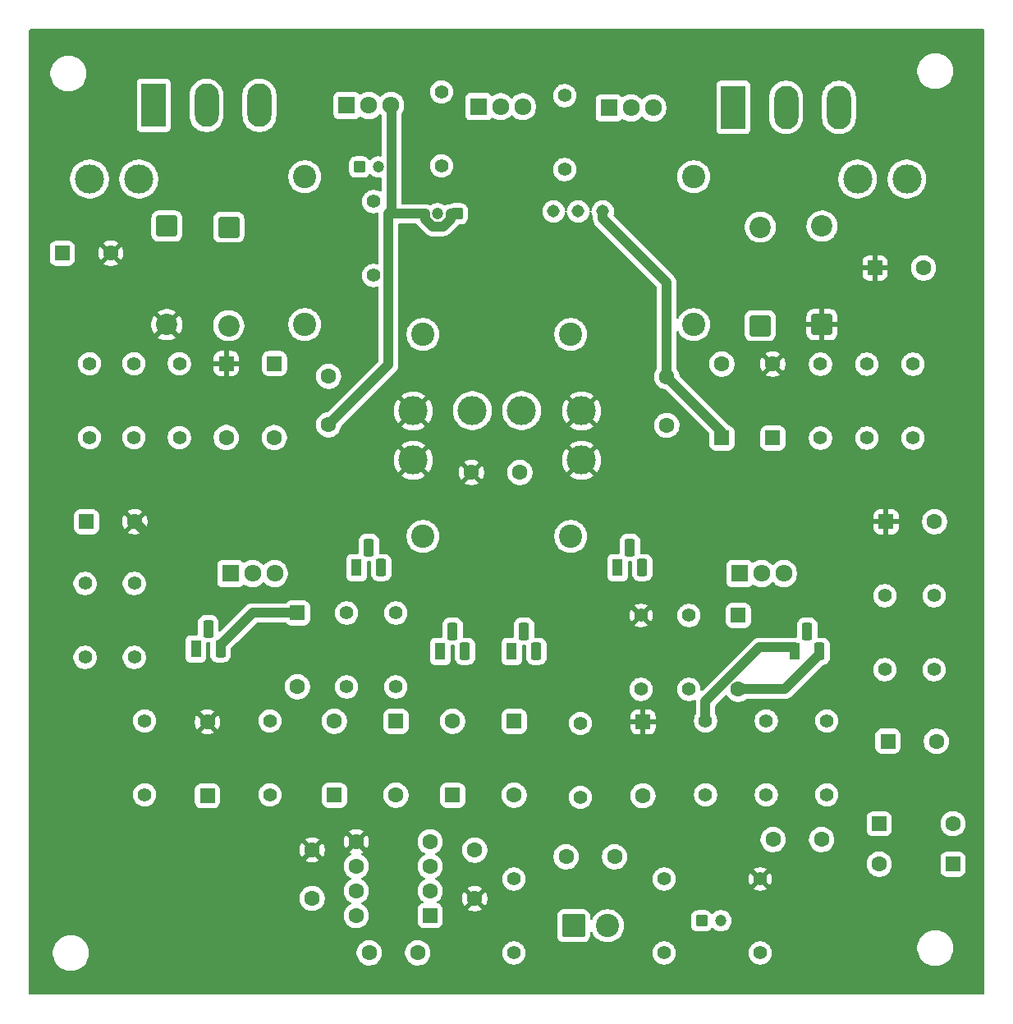
<source format=gbr>
%TF.GenerationSoftware,KiCad,Pcbnew,9.0.6*%
%TF.CreationDate,2025-11-23T20:46:20-05:00*%
%TF.ProjectId,opamp-front,6f70616d-702d-4667-926f-6e742e6b6963,rev?*%
%TF.SameCoordinates,Original*%
%TF.FileFunction,Copper,L2,Bot*%
%TF.FilePolarity,Positive*%
%FSLAX46Y46*%
G04 Gerber Fmt 4.6, Leading zero omitted, Abs format (unit mm)*
G04 Created by KiCad (PCBNEW 9.0.6) date 2025-11-23 20:46:20*
%MOMM*%
%LPD*%
G01*
G04 APERTURE LIST*
G04 Aperture macros list*
%AMRoundRect*
0 Rectangle with rounded corners*
0 $1 Rounding radius*
0 $2 $3 $4 $5 $6 $7 $8 $9 X,Y pos of 4 corners*
0 Add a 4 corners polygon primitive as box body*
4,1,4,$2,$3,$4,$5,$6,$7,$8,$9,$2,$3,0*
0 Add four circle primitives for the rounded corners*
1,1,$1+$1,$2,$3*
1,1,$1+$1,$4,$5*
1,1,$1+$1,$6,$7*
1,1,$1+$1,$8,$9*
0 Add four rect primitives between the rounded corners*
20,1,$1+$1,$2,$3,$4,$5,0*
20,1,$1+$1,$4,$5,$6,$7,0*
20,1,$1+$1,$6,$7,$8,$9,0*
20,1,$1+$1,$8,$9,$2,$3,0*%
G04 Aperture macros list end*
%TA.AperFunction,ComponentPad*%
%ADD10C,2.400000*%
%TD*%
%TA.AperFunction,ComponentPad*%
%ADD11R,2.500000X4.500000*%
%TD*%
%TA.AperFunction,ComponentPad*%
%ADD12O,2.500000X4.500000*%
%TD*%
%TA.AperFunction,ComponentPad*%
%ADD13C,1.600000*%
%TD*%
%TA.AperFunction,ComponentPad*%
%ADD14RoundRect,0.250000X-0.550000X0.550000X-0.550000X-0.550000X0.550000X-0.550000X0.550000X0.550000X0*%
%TD*%
%TA.AperFunction,ComponentPad*%
%ADD15C,1.400000*%
%TD*%
%TA.AperFunction,ComponentPad*%
%ADD16C,3.000000*%
%TD*%
%TA.AperFunction,ComponentPad*%
%ADD17RoundRect,0.250000X-0.550000X-0.550000X0.550000X-0.550000X0.550000X0.550000X-0.550000X0.550000X0*%
%TD*%
%TA.AperFunction,ComponentPad*%
%ADD18RoundRect,0.249999X-0.850001X0.850001X-0.850001X-0.850001X0.850001X-0.850001X0.850001X0.850001X0*%
%TD*%
%TA.AperFunction,ComponentPad*%
%ADD19C,2.200000*%
%TD*%
%TA.AperFunction,ComponentPad*%
%ADD20R,1.100000X1.800000*%
%TD*%
%TA.AperFunction,ComponentPad*%
%ADD21RoundRect,0.275000X-0.275000X-0.625000X0.275000X-0.625000X0.275000X0.625000X-0.275000X0.625000X0*%
%TD*%
%TA.AperFunction,ComponentPad*%
%ADD22RoundRect,0.250000X0.550000X-0.550000X0.550000X0.550000X-0.550000X0.550000X-0.550000X-0.550000X0*%
%TD*%
%TA.AperFunction,ComponentPad*%
%ADD23R,1.710000X1.800000*%
%TD*%
%TA.AperFunction,ComponentPad*%
%ADD24O,1.710000X1.800000*%
%TD*%
%TA.AperFunction,ComponentPad*%
%ADD25RoundRect,0.250000X-0.350000X-0.350000X0.350000X-0.350000X0.350000X0.350000X-0.350000X0.350000X0*%
%TD*%
%TA.AperFunction,ComponentPad*%
%ADD26C,1.200000*%
%TD*%
%TA.AperFunction,ComponentPad*%
%ADD27RoundRect,0.249999X0.850001X-0.850001X0.850001X0.850001X-0.850001X0.850001X-0.850001X-0.850001X0*%
%TD*%
%TA.AperFunction,ComponentPad*%
%ADD28RoundRect,0.250000X0.550000X0.550000X-0.550000X0.550000X-0.550000X-0.550000X0.550000X-0.550000X0*%
%TD*%
%TA.AperFunction,ComponentPad*%
%ADD29RoundRect,0.250000X0.350000X0.350000X-0.350000X0.350000X-0.350000X-0.350000X0.350000X-0.350000X0*%
%TD*%
%TA.AperFunction,ComponentPad*%
%ADD30C,1.308000*%
%TD*%
%TA.AperFunction,ComponentPad*%
%ADD31RoundRect,0.250001X-0.949999X-0.949999X0.949999X-0.949999X0.949999X0.949999X-0.949999X0.949999X0*%
%TD*%
%TA.AperFunction,Conductor*%
%ADD32C,1.000000*%
%TD*%
G04 APERTURE END LIST*
D10*
%TO.P,R21,1*%
%TO.N,Net-(C10-Pad2)*%
X92964000Y-86360000D03*
%TO.P,R21,2*%
%TO.N,Net-(D14-K)*%
X108204000Y-86360000D03*
%TD*%
D11*
%TO.P,Q9,1,B*%
%TO.N,Net-(Q10-E)*%
X65189000Y-41893000D03*
D12*
%TO.P,Q9,2,C*%
%TO.N,/B+*%
X70639000Y-41893000D03*
%TO.P,Q9,3,E*%
%TO.N,Net-(Q9-E)*%
X76089000Y-41893000D03*
%TD*%
D13*
%TO.P,C2,1*%
%TO.N,GND*%
X98298000Y-123698000D03*
%TO.P,C2,2*%
%TO.N,-15V*%
X98298000Y-118698000D03*
%TD*%
D14*
%TO.P,D3,1,K*%
%TO.N,Net-(D3-K)*%
X80010000Y-94234000D03*
D13*
%TO.P,D3,2,A*%
%TO.N,Net-(D11-A)*%
X80010000Y-101854000D03*
%TD*%
D15*
%TO.P,R25,1*%
%TO.N,Net-(Q10-E)*%
X87884000Y-51816000D03*
%TO.P,R25,2*%
%TO.N,Net-(Q12-E)*%
X87884000Y-59436000D03*
%TD*%
D16*
%TO.P,J6,1,1*%
%TO.N,/B-*%
X137795000Y-49503000D03*
%TO.P,J6,2,2*%
X142875000Y-49503000D03*
%TD*%
D15*
%TO.P,R27,1*%
%TO.N,Net-(D11-A)*%
X107569000Y-48514000D03*
%TO.P,R27,2*%
%TO.N,Net-(Q11-B)*%
X107569000Y-40894000D03*
%TD*%
D13*
%TO.P,C10,1*%
%TO.N,GND*%
X97957000Y-79756000D03*
%TO.P,C10,2*%
%TO.N,Net-(C10-Pad2)*%
X102957000Y-79756000D03*
%TD*%
D17*
%TO.P,D1,1,K*%
%TO.N,Net-(D1-K)*%
X140007325Y-115969325D03*
D13*
%TO.P,D1,2,A*%
%TO.N,GNDA*%
X147627325Y-115969325D03*
%TD*%
%TO.P,C1,1*%
%TO.N,Net-(U1A--)*%
X92416000Y-129286000D03*
%TO.P,C1,2*%
%TO.N,Net-(D7-K)*%
X87416000Y-129286000D03*
%TD*%
D18*
%TO.P,D17,1,K*%
%TO.N,/B+*%
X72925000Y-54456000D03*
D19*
%TO.P,D17,2,A*%
%TO.N,Net-(D14-K)*%
X72925000Y-64616000D03*
%TD*%
D15*
%TO.P,R14,1*%
%TO.N,Net-(Q7-E)*%
X145669000Y-100076000D03*
%TO.P,R14,2*%
%TO.N,Net-(Q8-E)*%
X145669000Y-92456000D03*
%TD*%
D20*
%TO.P,Q5,1,E*%
%TO.N,Net-(Q5-E)*%
X94742000Y-98190000D03*
D21*
%TO.P,Q5,2,B*%
%TO.N,Net-(D6-A)*%
X96012000Y-96120000D03*
%TO.P,Q5,3,C*%
%TO.N,Net-(D3-K)*%
X97282000Y-98190000D03*
%TD*%
D18*
%TO.P,D12,1,K*%
%TO.N,/B+*%
X66548000Y-54356000D03*
D19*
%TO.P,D12,2,A*%
%TO.N,GND*%
X66548000Y-64516000D03*
%TD*%
D17*
%TO.P,C7,1*%
%TO.N,Net-(D1-K)*%
X140906674Y-107460325D03*
D13*
%TO.P,C7,2*%
%TO.N,GNDA*%
X145906674Y-107460325D03*
%TD*%
D15*
%TO.P,R26,1*%
%TO.N,Net-(Q11-B)*%
X94869000Y-48133000D03*
%TO.P,R26,2*%
%TO.N,Net-(R26-Pad2)*%
X94869000Y-40513000D03*
%TD*%
%TO.P,R12,1*%
%TO.N,Net-(U1A--)*%
X134615000Y-112990000D03*
%TO.P,R12,2*%
%TO.N,Net-(D14-K)*%
X134615000Y-105370000D03*
%TD*%
D16*
%TO.P,J2,1,1*%
%TO.N,GND*%
X91948000Y-78486000D03*
%TO.P,J2,2,2*%
X91948000Y-73406000D03*
%TD*%
D22*
%TO.P,D16,1,K*%
%TO.N,Net-(D16-K)*%
X123790000Y-76200000D03*
D13*
%TO.P,D16,2,A*%
%TO.N,Net-(D16-A)*%
X123790000Y-68580000D03*
%TD*%
D14*
%TO.P,D9,1,K*%
%TO.N,Net-(D16-K)*%
X125476000Y-94488000D03*
D13*
%TO.P,D9,2,A*%
%TO.N,Net-(D9-A)*%
X125476000Y-102108000D03*
%TD*%
D23*
%TO.P,Q1,1,E*%
%TO.N,Net-(Q1-E)*%
X73108000Y-90170000D03*
D24*
%TO.P,Q1,2,C*%
%TO.N,Net-(D11-A)*%
X75388000Y-90170000D03*
%TO.P,Q1,3,B*%
%TO.N,Net-(D3-K)*%
X77668000Y-90170000D03*
%TD*%
D15*
%TO.P,R11,1*%
%TO.N,Net-(R10-Pad1)*%
X120396000Y-102108000D03*
%TO.P,R11,2*%
%TO.N,Net-(D14-K)*%
X120396000Y-94488000D03*
%TD*%
D25*
%TO.P,C4,1*%
%TO.N,Net-(J1-Pin_2)*%
X121687700Y-125984000D03*
D26*
%TO.P,C4,2*%
%TO.N,Net-(C4-Pad2)*%
X123687700Y-125984000D03*
%TD*%
D27*
%TO.P,D14,1,K*%
%TO.N,Net-(D14-K)*%
X127751000Y-64616000D03*
D19*
%TO.P,D14,2,A*%
%TO.N,/B-*%
X127751000Y-54456000D03*
%TD*%
D15*
%TO.P,R9,1*%
%TO.N,-15V*%
X122104727Y-112990000D03*
%TO.P,R9,2*%
%TO.N,Net-(Q8-E)*%
X122104727Y-105370000D03*
%TD*%
%TO.P,R22,1*%
%TO.N,Net-(Q8-E)*%
X138730000Y-76200000D03*
%TO.P,R22,2*%
%TO.N,/B-*%
X138730000Y-68580000D03*
%TD*%
D28*
%TO.P,D2,1,K*%
%TO.N,GNDA*%
X147627325Y-120142000D03*
D13*
%TO.P,D2,2,A*%
%TO.N,Net-(D1-K)*%
X140007325Y-120142000D03*
%TD*%
D10*
%TO.P,R18,1*%
%TO.N,Net-(D14-K)*%
X80772000Y-64516000D03*
%TO.P,R18,2*%
%TO.N,Net-(Q9-E)*%
X80772000Y-49276000D03*
%TD*%
D13*
%TO.P,C11,1*%
%TO.N,Net-(D16-K)*%
X118110000Y-69890000D03*
%TO.P,C11,2*%
%TO.N,Net-(Q6-B)*%
X118110000Y-74890000D03*
%TD*%
%TO.P,C6,1*%
%TO.N,Net-(U1A--)*%
X129072000Y-117602000D03*
%TO.P,C6,2*%
%TO.N,Net-(D14-K)*%
X134072000Y-117602000D03*
%TD*%
D17*
%TO.P,C8,1*%
%TO.N,Net-(Q2-E)*%
X58247349Y-84836000D03*
D13*
%TO.P,C8,2*%
%TO.N,GND*%
X63247349Y-84836000D03*
%TD*%
D15*
%TO.P,R13,1*%
%TO.N,Net-(U1A--)*%
X128359864Y-112990000D03*
%TO.P,R13,2*%
%TO.N,Net-(D1-K)*%
X128359864Y-105370000D03*
%TD*%
%TO.P,R29,1*%
%TO.N,Net-(C4-Pad2)*%
X117834299Y-129286000D03*
%TO.P,R29,2*%
%TO.N,Net-(U1A-+)*%
X117834299Y-121666000D03*
%TD*%
D22*
%TO.P,D8,1,K*%
%TO.N,Net-(D4-A)*%
X96012000Y-113030000D03*
D13*
%TO.P,D8,2,A*%
%TO.N,Net-(D7-K)*%
X96012000Y-105410000D03*
%TD*%
D15*
%TO.P,R7,1*%
%TO.N,Net-(R10-Pad1)*%
X90170000Y-101854000D03*
%TO.P,R7,2*%
%TO.N,Net-(Q4-E)*%
X90170000Y-94234000D03*
%TD*%
%TO.P,R23,1*%
%TO.N,Net-(D15-K)*%
X133950000Y-76200000D03*
%TO.P,R23,2*%
%TO.N,Net-(Q6-B)*%
X133950000Y-68580000D03*
%TD*%
D23*
%TO.P,Q7,1,E*%
%TO.N,Net-(Q7-E)*%
X125615000Y-90170000D03*
D24*
%TO.P,Q7,2,C*%
%TO.N,Net-(D16-K)*%
X127895000Y-90170000D03*
%TO.P,Q7,3,B*%
%TO.N,Net-(D9-A)*%
X130175000Y-90170000D03*
%TD*%
D16*
%TO.P,J3,1,1*%
%TO.N,/SPK*%
X98044000Y-73379000D03*
%TO.P,J3,2,2*%
X103124000Y-73379000D03*
%TD*%
D15*
%TO.P,R3,1*%
%TO.N,Net-(Q2-E)*%
X63190000Y-91186000D03*
%TO.P,R3,2*%
%TO.N,Net-(D3-K)*%
X63190000Y-98806000D03*
%TD*%
%TO.P,R8,1*%
%TO.N,Net-(D4-K)*%
X109194455Y-105624000D03*
%TO.P,R8,2*%
%TO.N,-15V*%
X109194455Y-113244000D03*
%TD*%
D13*
%TO.P,C9,1*%
%TO.N,Net-(Q3-B)*%
X83222105Y-69840105D03*
%TO.P,C9,2*%
%TO.N,Net-(D11-A)*%
X83222105Y-74840105D03*
%TD*%
%TO.P,C3,1*%
%TO.N,GND*%
X81534000Y-118658000D03*
%TO.P,C3,2*%
%TO.N,+15V*%
X81534000Y-123658000D03*
%TD*%
D14*
%TO.P,D11,1,K*%
%TO.N,Net-(D11-K)*%
X77634105Y-68530105D03*
D13*
%TO.P,D11,2,A*%
%TO.N,Net-(D11-A)*%
X77634105Y-76150105D03*
%TD*%
D16*
%TO.P,J4,1,1*%
%TO.N,GND*%
X109320000Y-78486000D03*
%TO.P,J4,2,2*%
X109320000Y-73406000D03*
%TD*%
D15*
%TO.P,R10,1*%
%TO.N,Net-(R10-Pad1)*%
X115443000Y-102108000D03*
%TO.P,R10,2*%
%TO.N,GND*%
X115443000Y-94488000D03*
%TD*%
D17*
%TO.P,C16,1*%
%TO.N,GND*%
X139583349Y-58674000D03*
D13*
%TO.P,C16,2*%
%TO.N,/B-*%
X144583349Y-58674000D03*
%TD*%
D15*
%TO.P,R1,1*%
%TO.N,Net-(U1A-+)*%
X102340299Y-121666000D03*
%TO.P,R1,2*%
%TO.N,GNDA*%
X102340299Y-129286000D03*
%TD*%
D22*
%TO.P,D5,1,K*%
%TO.N,+15V*%
X70717136Y-113090000D03*
D13*
%TO.P,D5,2,A*%
%TO.N,GND*%
X70717136Y-105470000D03*
%TD*%
D15*
%TO.P,R4,1*%
%TO.N,Net-(Q5-E)*%
X85090000Y-94234000D03*
%TO.P,R4,2*%
%TO.N,Net-(R10-Pad1)*%
X85090000Y-101854000D03*
%TD*%
D14*
%TO.P,D13,1,K*%
%TO.N,GND*%
X72666905Y-68530105D03*
D13*
%TO.P,D13,2,A*%
%TO.N,Net-(D13-A)*%
X72666905Y-76150105D03*
%TD*%
D23*
%TO.P,Q12,1,E*%
%TO.N,Net-(Q12-E)*%
X112142000Y-42164000D03*
D24*
%TO.P,Q12,2,C*%
%TO.N,/B-*%
X114422000Y-42164000D03*
%TO.P,Q12,3,B*%
%TO.N,Net-(D16-K)*%
X116702000Y-42164000D03*
%TD*%
D22*
%TO.P,D15,1,K*%
%TO.N,Net-(D15-K)*%
X129032000Y-76200000D03*
D13*
%TO.P,D15,2,A*%
%TO.N,GND*%
X129032000Y-68580000D03*
%TD*%
D15*
%TO.P,R6,1*%
%TO.N,Net-(Q2-E)*%
X64262000Y-105370000D03*
%TO.P,R6,2*%
%TO.N,+15V*%
X64262000Y-112990000D03*
%TD*%
D10*
%TO.P,R20,1*%
%TO.N,/SPK*%
X92964000Y-65532000D03*
%TO.P,R20,2*%
%TO.N,Net-(D14-K)*%
X108204000Y-65532000D03*
%TD*%
D20*
%TO.P,Q2,1,E*%
%TO.N,Net-(Q2-E)*%
X69540000Y-97936000D03*
D21*
%TO.P,Q2,2,B*%
%TO.N,Net-(Q1-E)*%
X70810000Y-95866000D03*
%TO.P,Q2,3,C*%
%TO.N,Net-(D3-K)*%
X72080000Y-97936000D03*
%TD*%
D10*
%TO.P,R28,1*%
%TO.N,Net-(Q13-E)*%
X120893000Y-49276000D03*
%TO.P,R28,2*%
%TO.N,Net-(D14-K)*%
X120893000Y-64516000D03*
%TD*%
D15*
%TO.P,R2,1*%
%TO.N,Net-(Q2-E)*%
X58110000Y-91186000D03*
%TO.P,R2,2*%
%TO.N,Net-(Q1-E)*%
X58110000Y-98806000D03*
%TD*%
D29*
%TO.P,C15,1*%
%TO.N,Net-(D11-A)*%
X96488000Y-53086000D03*
D26*
%TO.P,C15,2*%
%TO.N,Net-(D16-K)*%
X94488000Y-53086000D03*
%TD*%
D15*
%TO.P,R16,1*%
%TO.N,Net-(Q9-E)*%
X63156105Y-68530105D03*
%TO.P,R16,2*%
%TO.N,Net-(Q3-B)*%
X63156105Y-76150105D03*
%TD*%
%TO.P,R19,1*%
%TO.N,Net-(Q3-B)*%
X67839305Y-68530105D03*
%TO.P,R19,2*%
%TO.N,Net-(D13-A)*%
X67839305Y-76150105D03*
%TD*%
D14*
%TO.P,D10,1,K*%
%TO.N,GND*%
X115649591Y-105470000D03*
D13*
%TO.P,D10,2,A*%
%TO.N,-15V*%
X115649591Y-113090000D03*
%TD*%
D27*
%TO.P,D18,1,K*%
%TO.N,GND*%
X134112000Y-64516000D03*
D19*
%TO.P,D18,2,A*%
%TO.N,/B-*%
X134112000Y-54356000D03*
%TD*%
D20*
%TO.P,Q3,1,E*%
%TO.N,Net-(D14-K)*%
X86106000Y-89554000D03*
D21*
%TO.P,Q3,2,B*%
%TO.N,Net-(Q3-B)*%
X87376000Y-87484000D03*
%TO.P,Q3,3,C*%
%TO.N,Net-(D11-K)*%
X88646000Y-89554000D03*
%TD*%
D30*
%TO.P,RV1,1,1*%
%TO.N,Net-(R26-Pad2)*%
X106426000Y-52832000D03*
%TO.P,RV1,2,2*%
%TO.N,Net-(D16-K)*%
X108966000Y-52832000D03*
%TO.P,RV1,3,3*%
X111506000Y-52832000D03*
%TD*%
D31*
%TO.P,J1,1,Pin_1*%
%TO.N,GNDA*%
X108492299Y-126492000D03*
D10*
%TO.P,J1,2,Pin_2*%
%TO.N,Net-(J1-Pin_2)*%
X111992299Y-126492000D03*
%TD*%
D15*
%TO.P,R24,1*%
%TO.N,Net-(Q13-E)*%
X143510000Y-68580000D03*
%TO.P,R24,2*%
%TO.N,Net-(Q6-B)*%
X143510000Y-76200000D03*
%TD*%
D20*
%TO.P,Q6,1,E*%
%TO.N,Net-(D14-K)*%
X113030000Y-89554000D03*
D21*
%TO.P,Q6,2,B*%
%TO.N,Net-(Q6-B)*%
X114300000Y-87484000D03*
%TO.P,Q6,3,C*%
%TO.N,Net-(D16-A)*%
X115570000Y-89554000D03*
%TD*%
D23*
%TO.P,Q10,1,E*%
%TO.N,Net-(Q10-E)*%
X85102000Y-41910000D03*
D24*
%TO.P,Q10,2,C*%
%TO.N,/B+*%
X87382000Y-41910000D03*
%TO.P,Q10,3,B*%
%TO.N,Net-(D11-A)*%
X89662000Y-41910000D03*
%TD*%
D23*
%TO.P,Q11,1,E*%
%TO.N,Net-(D16-K)*%
X98691000Y-42037000D03*
D24*
%TO.P,Q11,2,C*%
%TO.N,Net-(D11-A)*%
X100971000Y-42037000D03*
%TO.P,Q11,3,B*%
%TO.N,Net-(Q11-B)*%
X103251000Y-42037000D03*
%TD*%
D15*
%TO.P,R15,1*%
%TO.N,Net-(D9-A)*%
X140589000Y-100076000D03*
%TO.P,R15,2*%
%TO.N,Net-(Q8-E)*%
X140589000Y-92456000D03*
%TD*%
D20*
%TO.P,Q8,1,E*%
%TO.N,Net-(Q8-E)*%
X131318000Y-98190000D03*
D21*
%TO.P,Q8,2,B*%
%TO.N,Net-(Q7-E)*%
X132588000Y-96120000D03*
%TO.P,Q8,3,C*%
%TO.N,Net-(D9-A)*%
X133858000Y-98190000D03*
%TD*%
D15*
%TO.P,R5,1*%
%TO.N,+15V*%
X77172273Y-112990000D03*
%TO.P,R5,2*%
%TO.N,Net-(D6-A)*%
X77172273Y-105370000D03*
%TD*%
D20*
%TO.P,Q4,1,E*%
%TO.N,Net-(Q4-E)*%
X102108000Y-98190000D03*
D21*
%TO.P,Q4,2,B*%
%TO.N,Net-(D4-K)*%
X103378000Y-96120000D03*
%TO.P,Q4,3,C*%
%TO.N,Net-(D9-A)*%
X104648000Y-98190000D03*
%TD*%
D13*
%TO.P,C5,1*%
%TO.N,Net-(U1A-+)*%
X112714299Y-119380000D03*
%TO.P,C5,2*%
%TO.N,GNDA*%
X107714299Y-119380000D03*
%TD*%
D16*
%TO.P,J5,1,1*%
%TO.N,/B+*%
X58574000Y-49503000D03*
%TO.P,J5,2,2*%
X63654000Y-49503000D03*
%TD*%
D25*
%TO.P,C14,1*%
%TO.N,Net-(Q10-E)*%
X86403401Y-48260000D03*
D26*
%TO.P,C14,2*%
%TO.N,Net-(Q12-E)*%
X88403401Y-48260000D03*
%TD*%
D14*
%TO.P,D4,1,K*%
%TO.N,Net-(D4-K)*%
X102360586Y-105410000D03*
D13*
%TO.P,D4,2,A*%
%TO.N,Net-(D4-A)*%
X102360586Y-113030000D03*
%TD*%
D15*
%TO.P,R30,1*%
%TO.N,GNDA*%
X127740299Y-129286000D03*
%TO.P,R30,2*%
%TO.N,GND*%
X127740299Y-121666000D03*
%TD*%
D28*
%TO.P,U1,1*%
%TO.N,Net-(D7-K)*%
X93699299Y-125436000D03*
D13*
%TO.P,U1,2,-*%
%TO.N,Net-(U1A--)*%
X93699299Y-122896000D03*
%TO.P,U1,3,+*%
%TO.N,Net-(U1A-+)*%
X93699299Y-120356000D03*
%TO.P,U1,4,V-*%
%TO.N,-15V*%
X93699299Y-117816000D03*
%TO.P,U1,5,+*%
%TO.N,GND*%
X86079299Y-117816000D03*
%TO.P,U1,6,-*%
%TO.N,Net-(U1B--)*%
X86079299Y-120356000D03*
%TO.P,U1,7*%
X86079299Y-122896000D03*
%TO.P,U1,8,V+*%
%TO.N,+15V*%
X86079299Y-125436000D03*
%TD*%
D17*
%TO.P,C12,1*%
%TO.N,GND*%
X140726349Y-84836000D03*
D13*
%TO.P,C12,2*%
%TO.N,Net-(Q8-E)*%
X145726349Y-84836000D03*
%TD*%
D15*
%TO.P,R17,1*%
%TO.N,Net-(Q2-E)*%
X58584105Y-76150105D03*
%TO.P,R17,2*%
%TO.N,/B+*%
X58584105Y-68530105D03*
%TD*%
D17*
%TO.P,C13,1*%
%TO.N,/B+*%
X55763349Y-57150000D03*
D13*
%TO.P,C13,2*%
%TO.N,GND*%
X60763349Y-57150000D03*
%TD*%
D11*
%TO.P,Q13,1,B*%
%TO.N,Net-(Q12-E)*%
X124968000Y-42120000D03*
D12*
%TO.P,Q13,2,C*%
%TO.N,/B-*%
X130418000Y-42120000D03*
%TO.P,Q13,3,E*%
%TO.N,Net-(Q13-E)*%
X135868000Y-42120000D03*
%TD*%
D22*
%TO.P,D6,1,K*%
%TO.N,Net-(D6-K)*%
X83820000Y-113030000D03*
D13*
%TO.P,D6,2,A*%
%TO.N,Net-(D6-A)*%
X83820000Y-105410000D03*
%TD*%
D14*
%TO.P,D7,1,K*%
%TO.N,Net-(D7-K)*%
X90170000Y-105410000D03*
D13*
%TO.P,D7,2,A*%
%TO.N,Net-(D6-K)*%
X90170000Y-113030000D03*
%TD*%
D32*
%TO.N,Net-(D3-K)*%
X75382000Y-94234000D02*
X72080000Y-97536000D01*
X80010000Y-94234000D02*
X75382000Y-94234000D01*
%TO.N,GND*%
X64647333Y-86235984D02*
X63247349Y-84836000D01*
%TO.N,Net-(D11-A)*%
X95789000Y-53624892D02*
X95026892Y-54387000D01*
X89408000Y-68654210D02*
X89408000Y-53086000D01*
X96488000Y-53086000D02*
X95789000Y-53086000D01*
X93187000Y-53086000D02*
X89408000Y-53086000D01*
X89704401Y-52789599D02*
X89408000Y-53086000D01*
X93949108Y-54387000D02*
X93187000Y-53624892D01*
X83222105Y-74840105D02*
X89408000Y-68654210D01*
X95026892Y-54387000D02*
X93949108Y-54387000D01*
X89704401Y-41952401D02*
X89704401Y-52789599D01*
X93187000Y-53624892D02*
X93187000Y-53086000D01*
X95789000Y-53086000D02*
X95789000Y-53624892D01*
%TO.N,Net-(Q8-E)*%
X127671265Y-97790000D02*
X131318000Y-97790000D01*
X122104727Y-103356538D02*
X127671265Y-97790000D01*
X122104727Y-105370000D02*
X122104727Y-103356538D01*
%TO.N,Net-(D9-A)*%
X133858000Y-98502000D02*
X130252000Y-102108000D01*
X130252000Y-102108000D02*
X125476000Y-102108000D01*
%TO.N,Net-(D16-K)*%
X111506000Y-53594000D02*
X118110000Y-60198000D01*
X123790000Y-76200000D02*
X123790000Y-75570000D01*
X118110000Y-60198000D02*
X118110000Y-69890000D01*
X111506000Y-52832000D02*
X111506000Y-53594000D01*
X123790000Y-75570000D02*
X118110000Y-69890000D01*
%TD*%
%TA.AperFunction,Conductor*%
%TO.N,GND*%
G36*
X150819039Y-34055685D02*
G01*
X150864794Y-34108489D01*
X150876000Y-34160000D01*
X150876000Y-133480000D01*
X150856315Y-133547039D01*
X150803511Y-133592794D01*
X150752000Y-133604000D01*
X52448000Y-133604000D01*
X52380961Y-133584315D01*
X52335206Y-133531511D01*
X52324000Y-133480000D01*
X52324000Y-129164711D01*
X54791500Y-129164711D01*
X54791500Y-129407288D01*
X54823161Y-129647785D01*
X54885947Y-129882104D01*
X54935087Y-130000738D01*
X54978776Y-130106212D01*
X55100064Y-130316289D01*
X55100066Y-130316292D01*
X55100067Y-130316293D01*
X55247733Y-130508736D01*
X55247739Y-130508743D01*
X55419256Y-130680260D01*
X55419262Y-130680265D01*
X55611711Y-130827936D01*
X55821788Y-130949224D01*
X56045900Y-131042054D01*
X56280211Y-131104838D01*
X56460586Y-131128584D01*
X56520711Y-131136500D01*
X56520712Y-131136500D01*
X56763289Y-131136500D01*
X56811388Y-131130167D01*
X57003789Y-131104838D01*
X57238100Y-131042054D01*
X57462212Y-130949224D01*
X57672289Y-130827936D01*
X57864738Y-130680265D01*
X58036265Y-130508738D01*
X58183936Y-130316289D01*
X58305224Y-130106212D01*
X58398054Y-129882100D01*
X58460838Y-129647789D01*
X58492500Y-129407288D01*
X58492500Y-129183648D01*
X86115500Y-129183648D01*
X86115500Y-129388351D01*
X86147522Y-129590534D01*
X86210781Y-129785223D01*
X86303715Y-129967613D01*
X86424028Y-130133213D01*
X86568786Y-130277971D01*
X86723749Y-130390556D01*
X86734390Y-130398287D01*
X86849503Y-130456940D01*
X86916776Y-130491218D01*
X86916778Y-130491218D01*
X86916781Y-130491220D01*
X87021137Y-130525127D01*
X87111465Y-130554477D01*
X87212557Y-130570488D01*
X87313648Y-130586500D01*
X87313649Y-130586500D01*
X87518351Y-130586500D01*
X87518352Y-130586500D01*
X87720534Y-130554477D01*
X87915219Y-130491220D01*
X88097610Y-130398287D01*
X88210466Y-130316293D01*
X88263213Y-130277971D01*
X88263215Y-130277968D01*
X88263219Y-130277966D01*
X88407966Y-130133219D01*
X88407968Y-130133215D01*
X88407971Y-130133213D01*
X88460732Y-130060590D01*
X88528287Y-129967610D01*
X88621220Y-129785219D01*
X88684477Y-129590534D01*
X88716500Y-129388352D01*
X88716500Y-129183648D01*
X91115500Y-129183648D01*
X91115500Y-129388351D01*
X91147522Y-129590534D01*
X91210781Y-129785223D01*
X91303715Y-129967613D01*
X91424028Y-130133213D01*
X91568786Y-130277971D01*
X91723749Y-130390556D01*
X91734390Y-130398287D01*
X91849503Y-130456940D01*
X91916776Y-130491218D01*
X91916778Y-130491218D01*
X91916781Y-130491220D01*
X92021137Y-130525127D01*
X92111465Y-130554477D01*
X92212557Y-130570488D01*
X92313648Y-130586500D01*
X92313649Y-130586500D01*
X92518351Y-130586500D01*
X92518352Y-130586500D01*
X92720534Y-130554477D01*
X92915219Y-130491220D01*
X93097610Y-130398287D01*
X93210466Y-130316293D01*
X93263213Y-130277971D01*
X93263215Y-130277968D01*
X93263219Y-130277966D01*
X93407966Y-130133219D01*
X93407968Y-130133215D01*
X93407971Y-130133213D01*
X93460732Y-130060590D01*
X93528287Y-129967610D01*
X93621220Y-129785219D01*
X93684477Y-129590534D01*
X93716500Y-129388352D01*
X93716500Y-129191513D01*
X101139799Y-129191513D01*
X101139799Y-129380486D01*
X101169358Y-129567118D01*
X101227753Y-129746836D01*
X101296674Y-129882100D01*
X101313539Y-129915199D01*
X101424609Y-130068073D01*
X101558226Y-130201690D01*
X101711100Y-130312760D01*
X101790646Y-130353290D01*
X101879462Y-130398545D01*
X101879464Y-130398545D01*
X101879467Y-130398547D01*
X101975796Y-130429846D01*
X102059180Y-130456940D01*
X102245813Y-130486500D01*
X102245818Y-130486500D01*
X102434785Y-130486500D01*
X102621417Y-130456940D01*
X102669779Y-130441226D01*
X102801131Y-130398547D01*
X102969498Y-130312760D01*
X103122372Y-130201690D01*
X103255989Y-130068073D01*
X103367059Y-129915199D01*
X103452846Y-129746832D01*
X103511239Y-129567118D01*
X103540799Y-129380486D01*
X103540799Y-129191513D01*
X116633799Y-129191513D01*
X116633799Y-129380486D01*
X116663358Y-129567118D01*
X116721753Y-129746836D01*
X116790674Y-129882100D01*
X116807539Y-129915199D01*
X116918609Y-130068073D01*
X117052226Y-130201690D01*
X117205100Y-130312760D01*
X117284646Y-130353290D01*
X117373462Y-130398545D01*
X117373464Y-130398545D01*
X117373467Y-130398547D01*
X117469796Y-130429846D01*
X117553180Y-130456940D01*
X117739813Y-130486500D01*
X117739818Y-130486500D01*
X117928785Y-130486500D01*
X118115417Y-130456940D01*
X118163779Y-130441226D01*
X118295131Y-130398547D01*
X118463498Y-130312760D01*
X118616372Y-130201690D01*
X118749989Y-130068073D01*
X118861059Y-129915199D01*
X118946846Y-129746832D01*
X119005239Y-129567118D01*
X119034799Y-129380486D01*
X119034799Y-129191513D01*
X126539799Y-129191513D01*
X126539799Y-129380486D01*
X126569358Y-129567118D01*
X126627753Y-129746836D01*
X126696674Y-129882100D01*
X126713539Y-129915199D01*
X126824609Y-130068073D01*
X126958226Y-130201690D01*
X127111100Y-130312760D01*
X127190646Y-130353290D01*
X127279462Y-130398545D01*
X127279464Y-130398545D01*
X127279467Y-130398547D01*
X127375796Y-130429846D01*
X127459180Y-130456940D01*
X127645813Y-130486500D01*
X127645818Y-130486500D01*
X127834785Y-130486500D01*
X128021417Y-130456940D01*
X128069779Y-130441226D01*
X128201131Y-130398547D01*
X128369498Y-130312760D01*
X128522372Y-130201690D01*
X128655989Y-130068073D01*
X128767059Y-129915199D01*
X128852846Y-129746832D01*
X128911239Y-129567118D01*
X128940799Y-129380486D01*
X128940799Y-129191513D01*
X128911239Y-129004881D01*
X128852844Y-128825163D01*
X128793629Y-128708948D01*
X128767059Y-128656801D01*
X128766994Y-128656711D01*
X143945500Y-128656711D01*
X143945500Y-128899288D01*
X143977161Y-129139785D01*
X144039947Y-129374104D01*
X144119896Y-129567118D01*
X144132776Y-129598212D01*
X144254064Y-129808289D01*
X144254066Y-129808292D01*
X144254067Y-129808293D01*
X144401733Y-130000736D01*
X144401739Y-130000743D01*
X144573256Y-130172260D01*
X144573263Y-130172266D01*
X144611609Y-130201690D01*
X144765711Y-130319936D01*
X144975788Y-130441224D01*
X145199900Y-130534054D01*
X145434211Y-130596838D01*
X145614586Y-130620584D01*
X145674711Y-130628500D01*
X145674712Y-130628500D01*
X145917289Y-130628500D01*
X145965388Y-130622167D01*
X146157789Y-130596838D01*
X146392100Y-130534054D01*
X146616212Y-130441224D01*
X146826289Y-130319936D01*
X147018738Y-130172265D01*
X147190265Y-130000738D01*
X147337936Y-129808289D01*
X147459224Y-129598212D01*
X147552054Y-129374100D01*
X147614838Y-129139789D01*
X147646500Y-128899288D01*
X147646500Y-128656712D01*
X147614838Y-128416211D01*
X147552054Y-128181900D01*
X147459224Y-127957788D01*
X147337936Y-127747711D01*
X147220601Y-127594797D01*
X147190266Y-127555263D01*
X147190260Y-127555256D01*
X147018743Y-127383739D01*
X147018736Y-127383733D01*
X146826293Y-127236067D01*
X146826292Y-127236066D01*
X146826289Y-127236064D01*
X146616212Y-127114776D01*
X146616205Y-127114773D01*
X146392104Y-127021947D01*
X146157785Y-126959161D01*
X145917289Y-126927500D01*
X145917288Y-126927500D01*
X145674712Y-126927500D01*
X145674711Y-126927500D01*
X145434214Y-126959161D01*
X145199895Y-127021947D01*
X144975794Y-127114773D01*
X144975785Y-127114777D01*
X144765706Y-127236067D01*
X144573263Y-127383733D01*
X144573256Y-127383739D01*
X144401739Y-127555256D01*
X144401733Y-127555263D01*
X144254067Y-127747706D01*
X144132777Y-127957785D01*
X144132773Y-127957794D01*
X144039947Y-128181895D01*
X143977161Y-128416214D01*
X143945500Y-128656711D01*
X128766994Y-128656711D01*
X128655989Y-128503927D01*
X128522372Y-128370310D01*
X128369498Y-128259240D01*
X128362562Y-128255706D01*
X128201135Y-128173454D01*
X128021417Y-128115059D01*
X127834785Y-128085500D01*
X127834780Y-128085500D01*
X127645818Y-128085500D01*
X127645813Y-128085500D01*
X127459180Y-128115059D01*
X127279462Y-128173454D01*
X127111099Y-128259240D01*
X127063210Y-128294034D01*
X126958226Y-128370310D01*
X126958224Y-128370312D01*
X126958223Y-128370312D01*
X126824611Y-128503924D01*
X126824611Y-128503925D01*
X126824609Y-128503927D01*
X126776909Y-128569579D01*
X126713539Y-128656800D01*
X126627753Y-128825163D01*
X126569358Y-129004881D01*
X126539799Y-129191513D01*
X119034799Y-129191513D01*
X119005239Y-129004881D01*
X118946844Y-128825163D01*
X118887629Y-128708948D01*
X118861059Y-128656801D01*
X118749989Y-128503927D01*
X118616372Y-128370310D01*
X118463498Y-128259240D01*
X118456562Y-128255706D01*
X118295135Y-128173454D01*
X118115417Y-128115059D01*
X117928785Y-128085500D01*
X117928780Y-128085500D01*
X117739818Y-128085500D01*
X117739813Y-128085500D01*
X117553180Y-128115059D01*
X117373462Y-128173454D01*
X117205099Y-128259240D01*
X117157210Y-128294034D01*
X117052226Y-128370310D01*
X117052224Y-128370312D01*
X117052223Y-128370312D01*
X116918611Y-128503924D01*
X116918611Y-128503925D01*
X116918609Y-128503927D01*
X116870909Y-128569579D01*
X116807539Y-128656800D01*
X116721753Y-128825163D01*
X116663358Y-129004881D01*
X116633799Y-129191513D01*
X103540799Y-129191513D01*
X103511239Y-129004881D01*
X103452844Y-128825163D01*
X103393629Y-128708948D01*
X103367059Y-128656801D01*
X103255989Y-128503927D01*
X103122372Y-128370310D01*
X102969498Y-128259240D01*
X102962562Y-128255706D01*
X102801135Y-128173454D01*
X102621417Y-128115059D01*
X102434785Y-128085500D01*
X102434780Y-128085500D01*
X102245818Y-128085500D01*
X102245813Y-128085500D01*
X102059180Y-128115059D01*
X101879462Y-128173454D01*
X101711099Y-128259240D01*
X101663210Y-128294034D01*
X101558226Y-128370310D01*
X101558224Y-128370312D01*
X101558223Y-128370312D01*
X101424611Y-128503924D01*
X101424611Y-128503925D01*
X101424609Y-128503927D01*
X101376909Y-128569579D01*
X101313539Y-128656800D01*
X101227753Y-128825163D01*
X101169358Y-129004881D01*
X101139799Y-129191513D01*
X93716500Y-129191513D01*
X93716500Y-129183648D01*
X93684477Y-128981466D01*
X93621220Y-128786781D01*
X93621218Y-128786778D01*
X93621218Y-128786776D01*
X93581562Y-128708948D01*
X93528287Y-128604390D01*
X93520556Y-128593749D01*
X93407971Y-128438786D01*
X93263213Y-128294028D01*
X93097613Y-128173715D01*
X93097612Y-128173714D01*
X93097610Y-128173713D01*
X93005562Y-128126812D01*
X92915223Y-128080781D01*
X92720534Y-128017522D01*
X92545995Y-127989878D01*
X92518352Y-127985500D01*
X92313648Y-127985500D01*
X92289329Y-127989351D01*
X92111465Y-128017522D01*
X91916776Y-128080781D01*
X91734386Y-128173715D01*
X91568786Y-128294028D01*
X91424028Y-128438786D01*
X91303715Y-128604386D01*
X91210781Y-128786776D01*
X91147522Y-128981465D01*
X91115500Y-129183648D01*
X88716500Y-129183648D01*
X88684477Y-128981466D01*
X88621220Y-128786781D01*
X88621218Y-128786778D01*
X88621218Y-128786776D01*
X88581562Y-128708948D01*
X88528287Y-128604390D01*
X88520556Y-128593749D01*
X88407971Y-128438786D01*
X88263213Y-128294028D01*
X88097613Y-128173715D01*
X88097612Y-128173714D01*
X88097610Y-128173713D01*
X88005562Y-128126812D01*
X87915223Y-128080781D01*
X87720534Y-128017522D01*
X87545995Y-127989878D01*
X87518352Y-127985500D01*
X87313648Y-127985500D01*
X87289329Y-127989351D01*
X87111465Y-128017522D01*
X86916776Y-128080781D01*
X86734386Y-128173715D01*
X86568786Y-128294028D01*
X86424028Y-128438786D01*
X86303715Y-128604386D01*
X86210781Y-128786776D01*
X86147522Y-128981465D01*
X86115500Y-129183648D01*
X58492500Y-129183648D01*
X58492500Y-129164712D01*
X58460838Y-128924211D01*
X58398054Y-128689900D01*
X58305224Y-128465788D01*
X58183936Y-128255711D01*
X58113107Y-128163405D01*
X58036266Y-128063263D01*
X58036260Y-128063256D01*
X57864743Y-127891739D01*
X57864736Y-127891733D01*
X57672293Y-127744067D01*
X57672292Y-127744066D01*
X57672289Y-127744064D01*
X57462212Y-127622776D01*
X57394665Y-127594797D01*
X57238104Y-127529947D01*
X57003785Y-127467161D01*
X56763289Y-127435500D01*
X56763288Y-127435500D01*
X56520712Y-127435500D01*
X56520711Y-127435500D01*
X56280214Y-127467161D01*
X56045895Y-127529947D01*
X55821794Y-127622773D01*
X55821785Y-127622777D01*
X55611706Y-127744067D01*
X55419263Y-127891733D01*
X55419256Y-127891739D01*
X55247739Y-128063256D01*
X55247733Y-128063263D01*
X55100067Y-128255706D01*
X54978777Y-128465785D01*
X54978773Y-128465794D01*
X54885947Y-128689895D01*
X54823161Y-128924214D01*
X54791500Y-129164711D01*
X52324000Y-129164711D01*
X52324000Y-123555648D01*
X80233500Y-123555648D01*
X80233500Y-123760351D01*
X80265522Y-123962534D01*
X80328781Y-124157223D01*
X80421715Y-124339613D01*
X80542028Y-124505213D01*
X80686786Y-124649971D01*
X80801349Y-124733204D01*
X80852390Y-124770287D01*
X80951123Y-124820594D01*
X81034776Y-124863218D01*
X81034778Y-124863218D01*
X81034781Y-124863220D01*
X81129512Y-124894000D01*
X81229465Y-124926477D01*
X81330557Y-124942488D01*
X81431648Y-124958500D01*
X81431649Y-124958500D01*
X81636351Y-124958500D01*
X81636352Y-124958500D01*
X81838534Y-124926477D01*
X82033219Y-124863220D01*
X82215610Y-124770287D01*
X82308590Y-124702732D01*
X82381213Y-124649971D01*
X82381215Y-124649968D01*
X82381219Y-124649966D01*
X82525966Y-124505219D01*
X82525968Y-124505215D01*
X82525971Y-124505213D01*
X82589812Y-124417342D01*
X82646287Y-124339610D01*
X82739220Y-124157219D01*
X82802477Y-123962534D01*
X82834500Y-123760352D01*
X82834500Y-123555648D01*
X82802477Y-123353466D01*
X82799546Y-123344446D01*
X82752786Y-123200534D01*
X82739220Y-123158781D01*
X82739218Y-123158778D01*
X82739218Y-123158776D01*
X82705503Y-123092607D01*
X82646287Y-122976390D01*
X82638556Y-122965749D01*
X82525971Y-122810786D01*
X82381213Y-122666028D01*
X82215613Y-122545715D01*
X82215612Y-122545714D01*
X82215610Y-122545713D01*
X82158653Y-122516691D01*
X82033223Y-122452781D01*
X81838534Y-122389522D01*
X81663995Y-122361878D01*
X81636352Y-122357500D01*
X81431648Y-122357500D01*
X81407329Y-122361351D01*
X81229465Y-122389522D01*
X81034776Y-122452781D01*
X80852386Y-122545715D01*
X80686786Y-122666028D01*
X80542028Y-122810786D01*
X80421715Y-122976386D01*
X80328781Y-123158776D01*
X80265522Y-123353465D01*
X80233500Y-123555648D01*
X52324000Y-123555648D01*
X52324000Y-120253648D01*
X84778799Y-120253648D01*
X84778799Y-120458351D01*
X84810821Y-120660534D01*
X84874080Y-120855223D01*
X84888705Y-120883925D01*
X84966731Y-121037059D01*
X84967014Y-121037613D01*
X85087327Y-121203213D01*
X85232085Y-121347971D01*
X85362196Y-121442500D01*
X85397689Y-121468287D01*
X85489139Y-121514883D01*
X85490379Y-121515515D01*
X85541175Y-121563490D01*
X85557970Y-121631311D01*
X85535433Y-121697446D01*
X85490379Y-121736485D01*
X85397685Y-121783715D01*
X85232085Y-121904028D01*
X85087327Y-122048786D01*
X84967014Y-122214386D01*
X84874080Y-122396776D01*
X84810821Y-122591465D01*
X84778799Y-122793648D01*
X84778799Y-122998351D01*
X84810821Y-123200534D01*
X84874080Y-123395223D01*
X84967014Y-123577613D01*
X85087327Y-123743213D01*
X85232085Y-123887971D01*
X85387048Y-124000556D01*
X85397689Y-124008287D01*
X85482603Y-124051553D01*
X85490379Y-124055515D01*
X85541175Y-124103490D01*
X85557970Y-124171311D01*
X85535433Y-124237446D01*
X85490379Y-124276485D01*
X85397685Y-124323715D01*
X85232085Y-124444028D01*
X85087327Y-124588786D01*
X84967014Y-124754386D01*
X84874080Y-124936776D01*
X84810821Y-125131465D01*
X84778799Y-125333648D01*
X84778799Y-125538351D01*
X84810821Y-125740534D01*
X84874080Y-125935223D01*
X84967014Y-126117613D01*
X85087327Y-126283213D01*
X85232085Y-126427971D01*
X85387048Y-126540556D01*
X85397689Y-126548287D01*
X85505952Y-126603450D01*
X85580075Y-126641218D01*
X85580077Y-126641218D01*
X85580080Y-126641220D01*
X85671155Y-126670812D01*
X85774764Y-126704477D01*
X85799230Y-126708352D01*
X85976947Y-126736500D01*
X85976948Y-126736500D01*
X86181650Y-126736500D01*
X86181651Y-126736500D01*
X86383833Y-126704477D01*
X86578518Y-126641220D01*
X86760909Y-126548287D01*
X86889781Y-126454657D01*
X86926512Y-126427971D01*
X86926514Y-126427968D01*
X86926518Y-126427966D01*
X87071265Y-126283219D01*
X87071267Y-126283215D01*
X87071270Y-126283213D01*
X87161124Y-126159537D01*
X87191586Y-126117610D01*
X87284519Y-125935219D01*
X87347776Y-125740534D01*
X87379799Y-125538352D01*
X87379799Y-125333648D01*
X87376793Y-125314668D01*
X87347776Y-125131465D01*
X87304410Y-124998000D01*
X87284519Y-124936781D01*
X87284517Y-124936778D01*
X87284517Y-124936776D01*
X87233164Y-124835991D01*
X87191586Y-124754390D01*
X87176191Y-124733200D01*
X87071270Y-124588786D01*
X86926512Y-124444028D01*
X86760913Y-124323715D01*
X86754305Y-124320348D01*
X86668216Y-124276483D01*
X86617422Y-124228511D01*
X86600627Y-124160690D01*
X86623164Y-124094555D01*
X86668216Y-124055516D01*
X86760909Y-124008287D01*
X86832849Y-123956020D01*
X86926512Y-123887971D01*
X86926514Y-123887968D01*
X86926518Y-123887966D01*
X87071265Y-123743219D01*
X87071267Y-123743215D01*
X87071270Y-123743213D01*
X87142378Y-123645339D01*
X87191586Y-123577610D01*
X87284519Y-123395219D01*
X87347776Y-123200534D01*
X87379799Y-122998352D01*
X87379799Y-122793648D01*
X87363820Y-122692760D01*
X87347776Y-122591465D01*
X87315862Y-122493244D01*
X87284519Y-122396781D01*
X87284517Y-122396778D01*
X87284517Y-122396776D01*
X87232627Y-122294937D01*
X87191586Y-122214390D01*
X87127975Y-122126836D01*
X87071270Y-122048786D01*
X86926512Y-121904028D01*
X86760913Y-121783715D01*
X86754305Y-121780348D01*
X86668216Y-121736483D01*
X86617422Y-121688511D01*
X86600627Y-121620690D01*
X86623164Y-121554555D01*
X86668216Y-121515516D01*
X86760909Y-121468287D01*
X86796402Y-121442500D01*
X86926512Y-121347971D01*
X86926514Y-121347968D01*
X86926518Y-121347966D01*
X87071265Y-121203219D01*
X87071267Y-121203215D01*
X87071270Y-121203213D01*
X87124031Y-121130590D01*
X87191586Y-121037610D01*
X87284519Y-120855219D01*
X87347776Y-120660534D01*
X87379799Y-120458352D01*
X87379799Y-120253648D01*
X87347776Y-120051466D01*
X87284519Y-119856781D01*
X87284517Y-119856778D01*
X87284517Y-119856776D01*
X87223729Y-119737474D01*
X87191586Y-119674390D01*
X87168617Y-119642776D01*
X87071270Y-119508786D01*
X86926512Y-119364028D01*
X86760910Y-119243713D01*
X86667668Y-119196203D01*
X86616873Y-119148229D01*
X86600078Y-119080407D01*
X86622616Y-119014273D01*
X86667670Y-118975234D01*
X86760645Y-118927861D01*
X86760646Y-118927861D01*
X86805220Y-118895474D01*
X86125746Y-118216000D01*
X86131960Y-118216000D01*
X86233693Y-118188741D01*
X86324905Y-118136080D01*
X86399379Y-118061606D01*
X86452040Y-117970394D01*
X86479299Y-117868661D01*
X86479299Y-117862447D01*
X87158773Y-118541921D01*
X87191158Y-118497349D01*
X87284054Y-118315031D01*
X87347289Y-118120417D01*
X87379299Y-117918317D01*
X87379299Y-117713682D01*
X87379294Y-117713648D01*
X92398799Y-117713648D01*
X92398799Y-117918351D01*
X92430821Y-118120534D01*
X92494080Y-118315223D01*
X92531177Y-118388028D01*
X92587011Y-118497609D01*
X92587014Y-118497613D01*
X92707327Y-118663213D01*
X92852085Y-118807971D01*
X92972525Y-118895474D01*
X93017689Y-118928287D01*
X93084673Y-118962417D01*
X93110379Y-118975515D01*
X93161175Y-119023490D01*
X93177970Y-119091311D01*
X93155433Y-119157446D01*
X93110379Y-119196485D01*
X93017685Y-119243715D01*
X92852085Y-119364028D01*
X92707327Y-119508786D01*
X92587014Y-119674386D01*
X92494080Y-119856776D01*
X92430821Y-120051465D01*
X92398799Y-120253648D01*
X92398799Y-120458351D01*
X92430821Y-120660534D01*
X92494080Y-120855223D01*
X92508705Y-120883925D01*
X92586731Y-121037059D01*
X92587014Y-121037613D01*
X92707327Y-121203213D01*
X92852085Y-121347971D01*
X92982196Y-121442500D01*
X93017689Y-121468287D01*
X93109139Y-121514883D01*
X93110379Y-121515515D01*
X93161175Y-121563490D01*
X93177970Y-121631311D01*
X93155433Y-121697446D01*
X93110379Y-121736485D01*
X93017685Y-121783715D01*
X92852085Y-121904028D01*
X92707327Y-122048786D01*
X92587014Y-122214386D01*
X92494080Y-122396776D01*
X92430821Y-122591465D01*
X92398799Y-122793648D01*
X92398799Y-122998351D01*
X92430821Y-123200534D01*
X92494080Y-123395223D01*
X92587014Y-123577613D01*
X92707327Y-123743213D01*
X92707333Y-123743219D01*
X92852080Y-123887966D01*
X92945751Y-123956021D01*
X92988416Y-124011350D01*
X92994395Y-124080963D01*
X92961790Y-124142759D01*
X92911870Y-124174045D01*
X92829965Y-124201186D01*
X92829962Y-124201187D01*
X92680641Y-124293289D01*
X92556588Y-124417342D01*
X92464486Y-124566663D01*
X92464485Y-124566666D01*
X92409300Y-124733203D01*
X92409300Y-124733204D01*
X92409299Y-124733204D01*
X92398799Y-124835983D01*
X92398799Y-126036001D01*
X92398800Y-126036018D01*
X92409299Y-126138796D01*
X92409300Y-126138799D01*
X92443399Y-126241701D01*
X92464485Y-126305334D01*
X92556587Y-126454656D01*
X92680643Y-126578712D01*
X92829965Y-126670814D01*
X92996502Y-126725999D01*
X93099290Y-126736500D01*
X94299307Y-126736499D01*
X94402096Y-126725999D01*
X94568633Y-126670814D01*
X94717955Y-126578712D01*
X94842011Y-126454656D01*
X94934113Y-126305334D01*
X94989298Y-126138797D01*
X94999799Y-126036009D01*
X94999798Y-125491984D01*
X106791799Y-125491984D01*
X106791799Y-127492015D01*
X106802299Y-127594795D01*
X106802300Y-127594797D01*
X106811572Y-127622777D01*
X106857485Y-127761335D01*
X106857486Y-127761337D01*
X106949585Y-127910651D01*
X106949588Y-127910655D01*
X107073643Y-128034710D01*
X107073647Y-128034713D01*
X107222961Y-128126812D01*
X107222963Y-128126813D01*
X107222965Y-128126814D01*
X107389502Y-128181999D01*
X107492291Y-128192500D01*
X107492296Y-128192500D01*
X109492302Y-128192500D01*
X109492307Y-128192500D01*
X109595096Y-128181999D01*
X109761633Y-128126814D01*
X109910954Y-128034711D01*
X110035010Y-127910655D01*
X110127113Y-127761334D01*
X110182298Y-127594797D01*
X110192799Y-127492008D01*
X110192799Y-127214635D01*
X110212484Y-127147596D01*
X110265288Y-127101841D01*
X110334446Y-127091897D01*
X110398002Y-127120922D01*
X110431360Y-127167183D01*
X110463889Y-127245717D01*
X110463892Y-127245722D01*
X110463894Y-127245726D01*
X110575351Y-127438774D01*
X110575356Y-127438780D01*
X110575357Y-127438782D01*
X110711050Y-127615622D01*
X110711056Y-127615629D01*
X110868669Y-127773242D01*
X110868675Y-127773247D01*
X111045525Y-127908948D01*
X111238573Y-128020405D01*
X111273111Y-128034711D01*
X111395726Y-128085500D01*
X111444518Y-128105710D01*
X111659836Y-128163404D01*
X111880842Y-128192500D01*
X111880849Y-128192500D01*
X112103749Y-128192500D01*
X112103756Y-128192500D01*
X112324762Y-128163404D01*
X112540080Y-128105710D01*
X112746025Y-128020405D01*
X112939073Y-127908948D01*
X113115923Y-127773247D01*
X113273546Y-127615624D01*
X113409247Y-127438774D01*
X113520704Y-127245726D01*
X113606009Y-127039781D01*
X113663703Y-126824463D01*
X113692799Y-126603457D01*
X113692799Y-126380543D01*
X113663703Y-126159537D01*
X113606009Y-125944219D01*
X113584911Y-125893285D01*
X113520705Y-125738277D01*
X113520700Y-125738266D01*
X113465603Y-125642836D01*
X113465602Y-125642835D01*
X113431628Y-125583991D01*
X113431623Y-125583983D01*
X120587200Y-125583983D01*
X120587200Y-126384001D01*
X120587201Y-126384019D01*
X120597700Y-126486796D01*
X120597701Y-126486799D01*
X120652885Y-126653331D01*
X120652887Y-126653336D01*
X120676570Y-126691732D01*
X120744988Y-126802656D01*
X120869044Y-126926712D01*
X121018366Y-127018814D01*
X121184903Y-127073999D01*
X121287691Y-127084500D01*
X122087708Y-127084499D01*
X122087716Y-127084498D01*
X122087719Y-127084498D01*
X122144002Y-127078748D01*
X122190497Y-127073999D01*
X122357034Y-127018814D01*
X122506356Y-126926712D01*
X122630412Y-126802656D01*
X122670010Y-126738456D01*
X122721958Y-126691732D01*
X122790920Y-126680509D01*
X122855003Y-126708352D01*
X122863230Y-126715872D01*
X122970772Y-126823414D01*
X123110912Y-126925232D01*
X123265255Y-127003873D01*
X123429999Y-127057402D01*
X123601089Y-127084500D01*
X123601090Y-127084500D01*
X123774310Y-127084500D01*
X123774311Y-127084500D01*
X123945401Y-127057402D01*
X124110145Y-127003873D01*
X124264488Y-126925232D01*
X124404628Y-126823414D01*
X124527114Y-126700928D01*
X124628932Y-126560788D01*
X124707573Y-126406445D01*
X124761102Y-126241701D01*
X124788200Y-126070611D01*
X124788200Y-125897389D01*
X124761102Y-125726299D01*
X124707573Y-125561555D01*
X124628932Y-125407212D01*
X124527114Y-125267072D01*
X124404628Y-125144586D01*
X124264488Y-125042768D01*
X124110145Y-124964127D01*
X123945401Y-124910598D01*
X123945399Y-124910597D01*
X123945398Y-124910597D01*
X123813971Y-124889781D01*
X123774311Y-124883500D01*
X123601089Y-124883500D01*
X123561428Y-124889781D01*
X123430002Y-124910597D01*
X123429999Y-124910598D01*
X123266899Y-124963593D01*
X123265252Y-124964128D01*
X123110911Y-125042768D01*
X122970773Y-125144585D01*
X122863230Y-125252128D01*
X122801907Y-125285612D01*
X122732215Y-125280628D01*
X122676282Y-125238756D01*
X122670010Y-125229543D01*
X122658419Y-125210751D01*
X122630412Y-125165344D01*
X122506356Y-125041288D01*
X122381259Y-124964128D01*
X122357036Y-124949187D01*
X122357031Y-124949185D01*
X122319583Y-124936776D01*
X122190497Y-124894001D01*
X122190495Y-124894000D01*
X122087710Y-124883500D01*
X121287698Y-124883500D01*
X121287680Y-124883501D01*
X121184903Y-124894000D01*
X121184900Y-124894001D01*
X121018368Y-124949185D01*
X121018363Y-124949187D01*
X120869042Y-125041289D01*
X120744989Y-125165342D01*
X120652887Y-125314663D01*
X120652885Y-125314668D01*
X120625049Y-125398670D01*
X120597701Y-125481203D01*
X120597701Y-125481204D01*
X120597700Y-125481204D01*
X120587200Y-125583983D01*
X113431623Y-125583983D01*
X113409247Y-125545226D01*
X113273546Y-125368376D01*
X113273541Y-125368370D01*
X113115928Y-125210757D01*
X113115921Y-125210751D01*
X112939081Y-125075058D01*
X112939079Y-125075057D01*
X112939073Y-125075052D01*
X112746025Y-124963595D01*
X112746021Y-124963593D01*
X112540089Y-124878293D01*
X112540082Y-124878291D01*
X112540080Y-124878290D01*
X112324762Y-124820596D01*
X112324756Y-124820595D01*
X112324751Y-124820594D01*
X112103765Y-124791501D01*
X112103762Y-124791500D01*
X112103756Y-124791500D01*
X111880842Y-124791500D01*
X111880836Y-124791500D01*
X111880832Y-124791501D01*
X111659846Y-124820594D01*
X111659839Y-124820595D01*
X111659836Y-124820596D01*
X111602355Y-124835998D01*
X111444518Y-124878290D01*
X111444508Y-124878293D01*
X111238576Y-124963593D01*
X111238572Y-124963595D01*
X111045525Y-125075052D01*
X111045516Y-125075058D01*
X110868676Y-125210751D01*
X110868669Y-125210757D01*
X110711056Y-125368370D01*
X110711050Y-125368377D01*
X110575357Y-125545217D01*
X110575351Y-125545226D01*
X110463894Y-125738273D01*
X110463892Y-125738277D01*
X110431360Y-125816817D01*
X110387519Y-125871220D01*
X110321225Y-125893285D01*
X110253525Y-125876006D01*
X110205915Y-125824868D01*
X110192799Y-125769364D01*
X110192799Y-125491997D01*
X110192798Y-125491984D01*
X110183489Y-125400866D01*
X110182298Y-125389203D01*
X110127113Y-125222666D01*
X110119767Y-125210757D01*
X110035012Y-125073348D01*
X110035009Y-125073344D01*
X109910954Y-124949289D01*
X109910950Y-124949286D01*
X109761636Y-124857187D01*
X109761634Y-124857186D01*
X109651206Y-124820594D01*
X109595096Y-124802001D01*
X109595094Y-124802000D01*
X109492314Y-124791500D01*
X109492307Y-124791500D01*
X107492291Y-124791500D01*
X107492283Y-124791500D01*
X107389503Y-124802000D01*
X107389502Y-124802001D01*
X107222963Y-124857186D01*
X107222961Y-124857187D01*
X107073647Y-124949286D01*
X107073643Y-124949289D01*
X106949588Y-125073344D01*
X106949585Y-125073348D01*
X106857486Y-125222662D01*
X106857485Y-125222664D01*
X106802300Y-125389203D01*
X106802299Y-125389204D01*
X106791799Y-125491984D01*
X94999798Y-125491984D01*
X94999798Y-125407212D01*
X94999798Y-124835998D01*
X94999797Y-124835981D01*
X94990280Y-124742816D01*
X94989298Y-124733203D01*
X94989297Y-124733200D01*
X94934113Y-124566666D01*
X94842011Y-124417344D01*
X94717955Y-124293288D01*
X94568633Y-124201186D01*
X94486726Y-124174044D01*
X94429283Y-124134272D01*
X94402460Y-124069756D01*
X94414775Y-124000980D01*
X94452846Y-123956021D01*
X94546518Y-123887966D01*
X94691265Y-123743219D01*
X94691267Y-123743215D01*
X94691270Y-123743213D01*
X94762378Y-123645339D01*
X94798456Y-123595682D01*
X96998000Y-123595682D01*
X96998000Y-123800317D01*
X97030009Y-124002417D01*
X97093244Y-124197031D01*
X97186141Y-124379350D01*
X97186147Y-124379359D01*
X97218523Y-124423921D01*
X97218524Y-124423922D01*
X97898000Y-123744446D01*
X97898000Y-123750661D01*
X97925259Y-123852394D01*
X97977920Y-123943606D01*
X98052394Y-124018080D01*
X98143606Y-124070741D01*
X98245339Y-124098000D01*
X98251553Y-124098000D01*
X97572076Y-124777474D01*
X97616650Y-124809859D01*
X97798968Y-124902755D01*
X97993582Y-124965990D01*
X98195683Y-124998000D01*
X98400317Y-124998000D01*
X98602417Y-124965990D01*
X98797031Y-124902755D01*
X98979349Y-124809859D01*
X99023921Y-124777474D01*
X98344447Y-124098000D01*
X98350661Y-124098000D01*
X98452394Y-124070741D01*
X98543606Y-124018080D01*
X98618080Y-123943606D01*
X98670741Y-123852394D01*
X98698000Y-123750661D01*
X98698000Y-123744447D01*
X99377474Y-124423921D01*
X99409859Y-124379349D01*
X99502755Y-124197031D01*
X99565990Y-124002417D01*
X99598000Y-123800317D01*
X99598000Y-123595682D01*
X99565990Y-123393582D01*
X99502755Y-123198968D01*
X99409859Y-123016650D01*
X99377474Y-122972077D01*
X99377474Y-122972076D01*
X98698000Y-123651551D01*
X98698000Y-123645339D01*
X98670741Y-123543606D01*
X98618080Y-123452394D01*
X98543606Y-123377920D01*
X98452394Y-123325259D01*
X98350661Y-123298000D01*
X98344446Y-123298000D01*
X99023922Y-122618524D01*
X99023921Y-122618523D01*
X98979359Y-122586147D01*
X98979350Y-122586141D01*
X98797031Y-122493244D01*
X98602417Y-122430009D01*
X98400317Y-122398000D01*
X98195683Y-122398000D01*
X97993582Y-122430009D01*
X97798968Y-122493244D01*
X97616644Y-122586143D01*
X97572077Y-122618523D01*
X97572077Y-122618524D01*
X98251554Y-123298000D01*
X98245339Y-123298000D01*
X98143606Y-123325259D01*
X98052394Y-123377920D01*
X97977920Y-123452394D01*
X97925259Y-123543606D01*
X97898000Y-123645339D01*
X97898000Y-123651553D01*
X97218524Y-122972077D01*
X97218523Y-122972077D01*
X97186143Y-123016644D01*
X97093244Y-123198968D01*
X97030009Y-123393582D01*
X96998000Y-123595682D01*
X94798456Y-123595682D01*
X94811586Y-123577610D01*
X94904519Y-123395219D01*
X94967776Y-123200534D01*
X94999799Y-122998352D01*
X94999799Y-122793648D01*
X94967776Y-122591466D01*
X94904519Y-122396781D01*
X94904517Y-122396778D01*
X94904517Y-122396776D01*
X94852627Y-122294937D01*
X94811586Y-122214390D01*
X94747975Y-122126836D01*
X94691270Y-122048786D01*
X94546512Y-121904028D01*
X94380913Y-121783715D01*
X94374305Y-121780348D01*
X94288216Y-121736483D01*
X94279788Y-121728524D01*
X94268977Y-121724338D01*
X94254851Y-121704972D01*
X94237422Y-121688511D01*
X94234634Y-121677255D01*
X94227803Y-121667889D01*
X94226389Y-121643960D01*
X94220627Y-121620690D01*
X94224366Y-121609715D01*
X94223683Y-121598141D01*
X94235431Y-121577245D01*
X94237385Y-121571513D01*
X101139799Y-121571513D01*
X101139799Y-121760486D01*
X101169358Y-121947118D01*
X101227753Y-122126836D01*
X101313403Y-122294933D01*
X101313539Y-122295199D01*
X101424609Y-122448073D01*
X101558226Y-122581690D01*
X101711100Y-122692760D01*
X101790646Y-122733290D01*
X101879462Y-122778545D01*
X101879464Y-122778545D01*
X101879467Y-122778547D01*
X101925943Y-122793648D01*
X102059180Y-122836940D01*
X102245813Y-122866500D01*
X102245818Y-122866500D01*
X102434785Y-122866500D01*
X102621417Y-122836940D01*
X102622922Y-122836451D01*
X102801131Y-122778547D01*
X102969498Y-122692760D01*
X103122372Y-122581690D01*
X103255989Y-122448073D01*
X103367059Y-122295199D01*
X103452846Y-122126832D01*
X103511239Y-121947118D01*
X103521726Y-121880905D01*
X103540799Y-121760486D01*
X103540799Y-121571513D01*
X116633799Y-121571513D01*
X116633799Y-121760486D01*
X116663358Y-121947118D01*
X116721753Y-122126836D01*
X116807403Y-122294933D01*
X116807539Y-122295199D01*
X116918609Y-122448073D01*
X117052226Y-122581690D01*
X117205100Y-122692760D01*
X117284646Y-122733290D01*
X117373462Y-122778545D01*
X117373464Y-122778545D01*
X117373467Y-122778547D01*
X117419943Y-122793648D01*
X117553180Y-122836940D01*
X117739813Y-122866500D01*
X117739818Y-122866500D01*
X117928785Y-122866500D01*
X118115417Y-122836940D01*
X118116922Y-122836451D01*
X118295131Y-122778547D01*
X118463498Y-122692760D01*
X118489481Y-122673882D01*
X127085968Y-122673882D01*
X127085969Y-122673883D01*
X127111358Y-122692329D01*
X127279661Y-122778085D01*
X127459296Y-122836451D01*
X127645852Y-122866000D01*
X127834746Y-122866000D01*
X128021301Y-122836451D01*
X128200936Y-122778085D01*
X128369236Y-122692331D01*
X128394627Y-122673883D01*
X128394627Y-122673882D01*
X127740300Y-122019554D01*
X127740299Y-122019554D01*
X127085968Y-122673882D01*
X118489481Y-122673882D01*
X118616372Y-122581690D01*
X118749989Y-122448073D01*
X118861059Y-122295199D01*
X118946846Y-122126832D01*
X119005239Y-121947118D01*
X119015726Y-121880905D01*
X119034799Y-121760486D01*
X119034799Y-121571552D01*
X126540299Y-121571552D01*
X126540299Y-121760447D01*
X126569847Y-121947002D01*
X126628213Y-122126637D01*
X126713965Y-122294933D01*
X126732415Y-122320328D01*
X127386745Y-121666000D01*
X127386745Y-121665999D01*
X127340668Y-121619922D01*
X127390299Y-121619922D01*
X127390299Y-121712078D01*
X127414151Y-121801095D01*
X127460229Y-121880905D01*
X127525394Y-121946070D01*
X127605204Y-121992148D01*
X127694221Y-122016000D01*
X127786377Y-122016000D01*
X127875394Y-121992148D01*
X127955204Y-121946070D01*
X128020369Y-121880905D01*
X128066447Y-121801095D01*
X128090299Y-121712078D01*
X128090299Y-121665999D01*
X128093853Y-121665999D01*
X128093853Y-121666000D01*
X128748181Y-122320328D01*
X128748182Y-122320328D01*
X128766630Y-122294937D01*
X128852384Y-122126637D01*
X128910750Y-121947002D01*
X128940299Y-121760447D01*
X128940299Y-121571552D01*
X128910750Y-121384997D01*
X128852384Y-121205362D01*
X128766628Y-121037059D01*
X128748182Y-121011670D01*
X128748181Y-121011669D01*
X128093853Y-121665999D01*
X128090299Y-121665999D01*
X128090299Y-121619922D01*
X128066447Y-121530905D01*
X128020369Y-121451095D01*
X127955204Y-121385930D01*
X127875394Y-121339852D01*
X127786377Y-121316000D01*
X127694221Y-121316000D01*
X127605204Y-121339852D01*
X127525394Y-121385930D01*
X127460229Y-121451095D01*
X127414151Y-121530905D01*
X127390299Y-121619922D01*
X127340668Y-121619922D01*
X126732415Y-121011669D01*
X126732415Y-121011670D01*
X126713968Y-121037060D01*
X126628213Y-121205362D01*
X126569847Y-121384997D01*
X126540299Y-121571552D01*
X119034799Y-121571552D01*
X119034799Y-121571513D01*
X119005239Y-121384881D01*
X118946844Y-121205163D01*
X118901589Y-121116347D01*
X118861059Y-121036801D01*
X118749989Y-120883927D01*
X118616372Y-120750310D01*
X118489478Y-120658116D01*
X127085968Y-120658116D01*
X127740299Y-121312446D01*
X127740300Y-121312446D01*
X128394627Y-120658116D01*
X128369232Y-120639666D01*
X128200936Y-120553914D01*
X128021301Y-120495548D01*
X127834746Y-120466000D01*
X127645852Y-120466000D01*
X127459296Y-120495548D01*
X127279661Y-120553914D01*
X127111359Y-120639669D01*
X127085969Y-120658116D01*
X127085968Y-120658116D01*
X118489478Y-120658116D01*
X118463498Y-120639240D01*
X118295135Y-120553454D01*
X118115417Y-120495059D01*
X117928785Y-120465500D01*
X117928780Y-120465500D01*
X117739818Y-120465500D01*
X117739813Y-120465500D01*
X117553180Y-120495059D01*
X117373462Y-120553454D01*
X117205099Y-120639240D01*
X117117878Y-120702610D01*
X117052226Y-120750310D01*
X117052224Y-120750312D01*
X117052223Y-120750312D01*
X116918611Y-120883924D01*
X116918611Y-120883925D01*
X116918609Y-120883927D01*
X116870909Y-120949579D01*
X116807539Y-121036800D01*
X116721753Y-121205163D01*
X116663358Y-121384881D01*
X116633799Y-121571513D01*
X103540799Y-121571513D01*
X103511239Y-121384881D01*
X103452844Y-121205163D01*
X103407589Y-121116347D01*
X103367059Y-121036801D01*
X103255989Y-120883927D01*
X103122372Y-120750310D01*
X102969498Y-120639240D01*
X102801135Y-120553454D01*
X102621417Y-120495059D01*
X102434785Y-120465500D01*
X102434780Y-120465500D01*
X102245818Y-120465500D01*
X102245813Y-120465500D01*
X102059180Y-120495059D01*
X101879462Y-120553454D01*
X101711099Y-120639240D01*
X101623878Y-120702610D01*
X101558226Y-120750310D01*
X101558224Y-120750312D01*
X101558223Y-120750312D01*
X101424611Y-120883924D01*
X101424611Y-120883925D01*
X101424609Y-120883927D01*
X101376909Y-120949579D01*
X101313539Y-121036800D01*
X101227753Y-121205163D01*
X101169358Y-121384881D01*
X101139799Y-121571513D01*
X94237385Y-121571513D01*
X94243164Y-121554555D01*
X94253119Y-121545786D01*
X94257926Y-121537238D01*
X94284299Y-121518324D01*
X94286441Y-121516439D01*
X94287321Y-121515972D01*
X94380909Y-121468287D01*
X94404572Y-121451095D01*
X94546512Y-121347971D01*
X94546514Y-121347968D01*
X94546518Y-121347966D01*
X94691265Y-121203219D01*
X94691267Y-121203215D01*
X94691270Y-121203213D01*
X94744031Y-121130590D01*
X94811586Y-121037610D01*
X94904519Y-120855219D01*
X94967776Y-120660534D01*
X94999799Y-120458352D01*
X94999799Y-120253648D01*
X94967776Y-120051466D01*
X94904519Y-119856781D01*
X94904517Y-119856778D01*
X94904517Y-119856776D01*
X94843729Y-119737474D01*
X94811586Y-119674390D01*
X94788617Y-119642776D01*
X94691270Y-119508786D01*
X94546512Y-119364028D01*
X94380913Y-119243715D01*
X94327459Y-119216479D01*
X94288216Y-119196483D01*
X94237422Y-119148511D01*
X94220627Y-119080690D01*
X94243164Y-119014555D01*
X94288216Y-118975516D01*
X94380909Y-118928287D01*
X94456286Y-118873523D01*
X94546512Y-118807971D01*
X94546514Y-118807968D01*
X94546518Y-118807966D01*
X94691265Y-118663219D01*
X94691267Y-118663215D01*
X94691270Y-118663213D01*
X94740358Y-118595648D01*
X96997500Y-118595648D01*
X96997500Y-118800352D01*
X96998588Y-118807220D01*
X97029522Y-119002534D01*
X97092781Y-119197223D01*
X97142490Y-119294781D01*
X97165199Y-119339350D01*
X97185715Y-119379613D01*
X97306028Y-119545213D01*
X97450786Y-119689971D01*
X97560745Y-119769859D01*
X97616390Y-119810287D01*
X97719364Y-119862755D01*
X97798776Y-119903218D01*
X97798778Y-119903218D01*
X97798781Y-119903220D01*
X97868860Y-119925990D01*
X97993465Y-119966477D01*
X98069255Y-119978481D01*
X98195648Y-119998500D01*
X98195649Y-119998500D01*
X98400351Y-119998500D01*
X98400352Y-119998500D01*
X98602534Y-119966477D01*
X98797219Y-119903220D01*
X98979610Y-119810287D01*
X99079829Y-119737474D01*
X99145213Y-119689971D01*
X99145215Y-119689968D01*
X99145219Y-119689966D01*
X99289966Y-119545219D01*
X99289968Y-119545215D01*
X99289971Y-119545213D01*
X99351601Y-119460385D01*
X99410287Y-119379610D01*
X99462240Y-119277648D01*
X106413799Y-119277648D01*
X106413799Y-119482351D01*
X106445821Y-119684534D01*
X106509080Y-119879223D01*
X106569856Y-119998500D01*
X106596843Y-120051466D01*
X106602014Y-120061613D01*
X106722327Y-120227213D01*
X106867085Y-120371971D01*
X107022048Y-120484556D01*
X107032689Y-120492287D01*
X107148906Y-120551503D01*
X107215075Y-120585218D01*
X107215077Y-120585218D01*
X107215080Y-120585220D01*
X107319436Y-120619127D01*
X107409764Y-120648477D01*
X107510856Y-120664488D01*
X107611947Y-120680500D01*
X107611948Y-120680500D01*
X107816650Y-120680500D01*
X107816651Y-120680500D01*
X108018833Y-120648477D01*
X108213518Y-120585220D01*
X108395909Y-120492287D01*
X108488889Y-120424732D01*
X108561512Y-120371971D01*
X108561514Y-120371968D01*
X108561518Y-120371966D01*
X108706265Y-120227219D01*
X108706267Y-120227215D01*
X108706270Y-120227213D01*
X108759031Y-120154590D01*
X108826586Y-120061610D01*
X108919519Y-119879219D01*
X108982776Y-119684534D01*
X109014799Y-119482352D01*
X109014799Y-119277648D01*
X111413799Y-119277648D01*
X111413799Y-119482351D01*
X111445821Y-119684534D01*
X111509080Y-119879223D01*
X111569856Y-119998500D01*
X111596843Y-120051466D01*
X111602014Y-120061613D01*
X111722327Y-120227213D01*
X111867085Y-120371971D01*
X112022048Y-120484556D01*
X112032689Y-120492287D01*
X112148906Y-120551503D01*
X112215075Y-120585218D01*
X112215077Y-120585218D01*
X112215080Y-120585220D01*
X112319436Y-120619127D01*
X112409764Y-120648477D01*
X112510856Y-120664488D01*
X112611947Y-120680500D01*
X112611948Y-120680500D01*
X112816650Y-120680500D01*
X112816651Y-120680500D01*
X113018833Y-120648477D01*
X113213518Y-120585220D01*
X113395909Y-120492287D01*
X113488889Y-120424732D01*
X113561512Y-120371971D01*
X113561514Y-120371968D01*
X113561518Y-120371966D01*
X113706265Y-120227219D01*
X113706267Y-120227215D01*
X113706270Y-120227213D01*
X113826583Y-120061614D01*
X113826584Y-120061613D01*
X113826586Y-120061610D01*
X113837776Y-120039648D01*
X138706825Y-120039648D01*
X138706825Y-120244351D01*
X138738847Y-120446534D01*
X138802106Y-120641223D01*
X138895040Y-120823613D01*
X139015353Y-120989213D01*
X139160111Y-121133971D01*
X139315074Y-121246556D01*
X139325715Y-121254287D01*
X139439858Y-121312446D01*
X139508101Y-121347218D01*
X139508103Y-121347218D01*
X139508106Y-121347220D01*
X139599181Y-121376812D01*
X139702790Y-121410477D01*
X139803882Y-121426488D01*
X139904973Y-121442500D01*
X139904974Y-121442500D01*
X140109676Y-121442500D01*
X140109677Y-121442500D01*
X140311859Y-121410477D01*
X140506544Y-121347220D01*
X140688935Y-121254287D01*
X140817807Y-121160657D01*
X140854538Y-121133971D01*
X140854540Y-121133968D01*
X140854544Y-121133966D01*
X140999291Y-120989219D01*
X140999293Y-120989215D01*
X140999296Y-120989213D01*
X141075791Y-120883925D01*
X141119612Y-120823610D01*
X141212545Y-120641219D01*
X141275802Y-120446534D01*
X141307825Y-120244352D01*
X141307825Y-120039648D01*
X141282415Y-119879219D01*
X141275802Y-119837465D01*
X141212543Y-119642776D01*
X141188265Y-119595129D01*
X141161186Y-119541983D01*
X146326825Y-119541983D01*
X146326825Y-120742001D01*
X146326826Y-120742018D01*
X146337325Y-120844796D01*
X146337326Y-120844799D01*
X146392510Y-121011331D01*
X146392512Y-121011336D01*
X146392718Y-121011670D01*
X146484613Y-121160656D01*
X146608669Y-121284712D01*
X146757991Y-121376814D01*
X146924528Y-121431999D01*
X147027316Y-121442500D01*
X148227333Y-121442499D01*
X148330122Y-121431999D01*
X148496659Y-121376814D01*
X148645981Y-121284712D01*
X148770037Y-121160656D01*
X148862139Y-121011334D01*
X148917324Y-120844797D01*
X148927825Y-120742009D01*
X148927824Y-119541992D01*
X148924431Y-119508781D01*
X148917324Y-119439203D01*
X148917323Y-119439200D01*
X148862139Y-119272666D01*
X148770037Y-119123344D01*
X148645981Y-118999288D01*
X148544639Y-118936780D01*
X148496661Y-118907187D01*
X148496656Y-118907185D01*
X148485855Y-118903606D01*
X148330122Y-118852001D01*
X148330120Y-118852000D01*
X148227335Y-118841500D01*
X147027323Y-118841500D01*
X147027306Y-118841501D01*
X146924528Y-118852000D01*
X146924525Y-118852001D01*
X146757993Y-118907185D01*
X146757988Y-118907187D01*
X146608667Y-118999289D01*
X146484614Y-119123342D01*
X146392512Y-119272663D01*
X146392511Y-119272666D01*
X146337326Y-119439203D01*
X146337326Y-119439204D01*
X146337325Y-119439204D01*
X146326825Y-119541983D01*
X141161186Y-119541983D01*
X141119612Y-119460390D01*
X141119610Y-119460387D01*
X141119609Y-119460385D01*
X140999296Y-119294786D01*
X140854538Y-119150028D01*
X140688938Y-119029715D01*
X140688937Y-119029714D01*
X140688935Y-119029713D01*
X140582566Y-118975515D01*
X140506548Y-118936781D01*
X140311859Y-118873522D01*
X140137320Y-118845878D01*
X140109677Y-118841500D01*
X139904973Y-118841500D01*
X139880654Y-118845351D01*
X139702790Y-118873522D01*
X139508101Y-118936781D01*
X139325711Y-119029715D01*
X139160111Y-119150028D01*
X139015353Y-119294786D01*
X138895040Y-119460386D01*
X138802106Y-119642776D01*
X138738847Y-119837465D01*
X138706825Y-120039648D01*
X113837776Y-120039648D01*
X113919519Y-119879219D01*
X113982776Y-119684534D01*
X114014799Y-119482352D01*
X114014799Y-119277648D01*
X113984686Y-119087523D01*
X113982776Y-119075465D01*
X113946044Y-118962417D01*
X113919519Y-118880781D01*
X113919517Y-118880778D01*
X113919517Y-118880776D01*
X113858139Y-118760317D01*
X113826586Y-118698390D01*
X113797241Y-118658000D01*
X113706270Y-118532786D01*
X113561512Y-118388028D01*
X113395912Y-118267715D01*
X113395911Y-118267714D01*
X113395909Y-118267713D01*
X113294417Y-118216000D01*
X113213522Y-118174781D01*
X113018833Y-118111522D01*
X112844294Y-118083878D01*
X112816651Y-118079500D01*
X112611947Y-118079500D01*
X112587628Y-118083351D01*
X112409764Y-118111522D01*
X112215075Y-118174781D01*
X112032685Y-118267715D01*
X111867085Y-118388028D01*
X111722327Y-118532786D01*
X111602014Y-118698386D01*
X111509080Y-118880776D01*
X111445821Y-119075465D01*
X111413799Y-119277648D01*
X109014799Y-119277648D01*
X108984686Y-119087523D01*
X108982776Y-119075465D01*
X108946044Y-118962417D01*
X108919519Y-118880781D01*
X108919517Y-118880778D01*
X108919517Y-118880776D01*
X108858139Y-118760317D01*
X108826586Y-118698390D01*
X108797241Y-118658000D01*
X108706270Y-118532786D01*
X108561512Y-118388028D01*
X108395912Y-118267715D01*
X108395911Y-118267714D01*
X108395909Y-118267713D01*
X108294417Y-118216000D01*
X108213522Y-118174781D01*
X108018833Y-118111522D01*
X107844294Y-118083878D01*
X107816651Y-118079500D01*
X107611947Y-118079500D01*
X107587628Y-118083351D01*
X107409764Y-118111522D01*
X107215075Y-118174781D01*
X107032685Y-118267715D01*
X106867085Y-118388028D01*
X106722327Y-118532786D01*
X106602014Y-118698386D01*
X106509080Y-118880776D01*
X106445821Y-119075465D01*
X106413799Y-119277648D01*
X99462240Y-119277648D01*
X99493407Y-119216479D01*
X99503217Y-119197226D01*
X99503217Y-119197222D01*
X99503220Y-119197219D01*
X99566477Y-119002534D01*
X99598500Y-118800352D01*
X99598500Y-118595648D01*
X99589990Y-118541921D01*
X99566477Y-118393465D01*
X99522461Y-118258000D01*
X99503220Y-118198781D01*
X99503218Y-118198778D01*
X99503218Y-118198776D01*
X99458759Y-118111522D01*
X99410287Y-118016390D01*
X99402556Y-118005749D01*
X99289971Y-117850786D01*
X99145213Y-117706028D01*
X98992546Y-117595110D01*
X98992523Y-117595095D01*
X98979609Y-117585712D01*
X98810700Y-117499648D01*
X127771500Y-117499648D01*
X127771500Y-117704352D01*
X127772972Y-117713648D01*
X127803522Y-117906534D01*
X127866781Y-118101223D01*
X127959715Y-118283613D01*
X128080028Y-118449213D01*
X128224786Y-118593971D01*
X128320100Y-118663219D01*
X128390390Y-118714287D01*
X128480729Y-118760317D01*
X128572776Y-118807218D01*
X128572778Y-118807218D01*
X128572781Y-118807220D01*
X128677137Y-118841127D01*
X128767465Y-118870477D01*
X128868557Y-118886488D01*
X128969648Y-118902500D01*
X128969649Y-118902500D01*
X129174351Y-118902500D01*
X129174352Y-118902500D01*
X129376534Y-118870477D01*
X129571219Y-118807220D01*
X129753610Y-118714287D01*
X129846590Y-118646732D01*
X129919213Y-118593971D01*
X129919215Y-118593968D01*
X129919219Y-118593966D01*
X130063966Y-118449219D01*
X130063968Y-118449215D01*
X130063971Y-118449213D01*
X130133450Y-118353582D01*
X130184287Y-118283610D01*
X130277220Y-118101219D01*
X130340477Y-117906534D01*
X130372500Y-117704352D01*
X130372500Y-117499648D01*
X132771500Y-117499648D01*
X132771500Y-117704352D01*
X132772972Y-117713648D01*
X132803522Y-117906534D01*
X132866781Y-118101223D01*
X132959715Y-118283613D01*
X133080028Y-118449213D01*
X133224786Y-118593971D01*
X133320100Y-118663219D01*
X133390390Y-118714287D01*
X133480729Y-118760317D01*
X133572776Y-118807218D01*
X133572778Y-118807218D01*
X133572781Y-118807220D01*
X133677137Y-118841127D01*
X133767465Y-118870477D01*
X133868557Y-118886488D01*
X133969648Y-118902500D01*
X133969649Y-118902500D01*
X134174351Y-118902500D01*
X134174352Y-118902500D01*
X134376534Y-118870477D01*
X134571219Y-118807220D01*
X134753610Y-118714287D01*
X134846590Y-118646732D01*
X134919213Y-118593971D01*
X134919215Y-118593968D01*
X134919219Y-118593966D01*
X135063966Y-118449219D01*
X135063968Y-118449215D01*
X135063971Y-118449213D01*
X135133450Y-118353582D01*
X135184287Y-118283610D01*
X135277220Y-118101219D01*
X135340477Y-117906534D01*
X135372500Y-117704352D01*
X135372500Y-117499648D01*
X135343536Y-117316781D01*
X135340477Y-117297465D01*
X135310153Y-117204137D01*
X135277220Y-117102781D01*
X135277218Y-117102778D01*
X135277218Y-117102776D01*
X135243503Y-117036607D01*
X135184287Y-116920390D01*
X135176556Y-116909749D01*
X135063971Y-116754786D01*
X134919213Y-116610028D01*
X134753613Y-116489715D01*
X134753612Y-116489714D01*
X134753610Y-116489713D01*
X134696653Y-116460691D01*
X134571223Y-116396781D01*
X134376534Y-116333522D01*
X134201995Y-116305878D01*
X134174352Y-116301500D01*
X133969648Y-116301500D01*
X133945329Y-116305351D01*
X133767465Y-116333522D01*
X133572776Y-116396781D01*
X133390386Y-116489715D01*
X133224786Y-116610028D01*
X133080028Y-116754786D01*
X132959715Y-116920386D01*
X132866781Y-117102776D01*
X132803522Y-117297465D01*
X132780431Y-117443259D01*
X132771500Y-117499648D01*
X130372500Y-117499648D01*
X130343536Y-117316781D01*
X130340477Y-117297465D01*
X130310153Y-117204137D01*
X130277220Y-117102781D01*
X130277218Y-117102778D01*
X130277218Y-117102776D01*
X130243503Y-117036607D01*
X130184287Y-116920390D01*
X130176556Y-116909749D01*
X130063971Y-116754786D01*
X129919213Y-116610028D01*
X129753613Y-116489715D01*
X129753612Y-116489714D01*
X129753610Y-116489713D01*
X129696653Y-116460691D01*
X129571223Y-116396781D01*
X129376534Y-116333522D01*
X129201995Y-116305878D01*
X129174352Y-116301500D01*
X128969648Y-116301500D01*
X128945329Y-116305351D01*
X128767465Y-116333522D01*
X128572776Y-116396781D01*
X128390386Y-116489715D01*
X128224786Y-116610028D01*
X128080028Y-116754786D01*
X127959715Y-116920386D01*
X127866781Y-117102776D01*
X127803522Y-117297465D01*
X127780431Y-117443259D01*
X127771500Y-117499648D01*
X98810700Y-117499648D01*
X98797223Y-117492781D01*
X98602534Y-117429522D01*
X98427995Y-117401878D01*
X98400352Y-117397500D01*
X98195648Y-117397500D01*
X98171329Y-117401351D01*
X97993465Y-117429522D01*
X97798776Y-117492781D01*
X97616386Y-117585715D01*
X97450786Y-117706028D01*
X97306028Y-117850786D01*
X97185715Y-118016386D01*
X97092781Y-118198776D01*
X97029522Y-118393465D01*
X97006009Y-118541922D01*
X96997500Y-118595648D01*
X94740358Y-118595648D01*
X94796849Y-118517894D01*
X94796851Y-118517891D01*
X94811586Y-118497610D01*
X94904519Y-118315219D01*
X94967776Y-118120534D01*
X94999799Y-117918352D01*
X94999799Y-117713648D01*
X94978397Y-117578523D01*
X94967776Y-117511465D01*
X94917912Y-117358000D01*
X94904519Y-117316781D01*
X94904517Y-117316778D01*
X94904517Y-117316776D01*
X94847124Y-117204137D01*
X94811586Y-117134390D01*
X94779391Y-117090077D01*
X94691270Y-116968786D01*
X94546512Y-116824028D01*
X94380912Y-116703715D01*
X94380911Y-116703714D01*
X94380909Y-116703713D01*
X94318904Y-116672120D01*
X94198522Y-116610781D01*
X94003833Y-116547522D01*
X93829294Y-116519878D01*
X93801651Y-116515500D01*
X93596947Y-116515500D01*
X93572628Y-116519351D01*
X93394764Y-116547522D01*
X93200075Y-116610781D01*
X93017685Y-116703715D01*
X92852085Y-116824028D01*
X92707327Y-116968786D01*
X92587014Y-117134386D01*
X92494080Y-117316776D01*
X92430821Y-117511465D01*
X92398799Y-117713648D01*
X87379294Y-117713648D01*
X87347289Y-117511582D01*
X87284054Y-117316968D01*
X87191158Y-117134650D01*
X87158773Y-117090077D01*
X87158773Y-117090076D01*
X86479299Y-117769551D01*
X86479299Y-117763339D01*
X86452040Y-117661606D01*
X86399379Y-117570394D01*
X86324905Y-117495920D01*
X86233693Y-117443259D01*
X86131960Y-117416000D01*
X86125745Y-117416000D01*
X86805221Y-116736524D01*
X86805220Y-116736523D01*
X86760658Y-116704147D01*
X86760649Y-116704141D01*
X86578330Y-116611244D01*
X86383716Y-116548009D01*
X86181616Y-116516000D01*
X85976982Y-116516000D01*
X85774881Y-116548009D01*
X85580267Y-116611244D01*
X85397943Y-116704143D01*
X85353376Y-116736523D01*
X85353376Y-116736524D01*
X86032853Y-117416000D01*
X86026638Y-117416000D01*
X85924905Y-117443259D01*
X85833693Y-117495920D01*
X85759219Y-117570394D01*
X85706558Y-117661606D01*
X85679299Y-117763339D01*
X85679299Y-117769553D01*
X84999823Y-117090077D01*
X84999822Y-117090077D01*
X84967442Y-117134644D01*
X84874543Y-117316968D01*
X84811308Y-117511582D01*
X84779299Y-117713682D01*
X84779299Y-117918317D01*
X84811308Y-118120417D01*
X84874543Y-118315031D01*
X84967440Y-118497350D01*
X84967446Y-118497359D01*
X84999822Y-118541921D01*
X84999823Y-118541922D01*
X85679299Y-117862446D01*
X85679299Y-117868661D01*
X85706558Y-117970394D01*
X85759219Y-118061606D01*
X85833693Y-118136080D01*
X85924905Y-118188741D01*
X86026638Y-118216000D01*
X86032852Y-118216000D01*
X85353375Y-118895474D01*
X85397951Y-118927861D01*
X85490927Y-118975234D01*
X85541724Y-119023208D01*
X85558519Y-119091029D01*
X85535982Y-119157164D01*
X85490929Y-119196203D01*
X85397687Y-119243713D01*
X85232085Y-119364028D01*
X85087327Y-119508786D01*
X84967014Y-119674386D01*
X84874080Y-119856776D01*
X84810821Y-120051465D01*
X84778799Y-120253648D01*
X52324000Y-120253648D01*
X52324000Y-118555682D01*
X80234000Y-118555682D01*
X80234000Y-118760317D01*
X80266009Y-118962417D01*
X80329244Y-119157031D01*
X80422141Y-119339350D01*
X80422147Y-119339359D01*
X80454523Y-119383921D01*
X80454524Y-119383922D01*
X81134000Y-118704446D01*
X81134000Y-118710661D01*
X81161259Y-118812394D01*
X81213920Y-118903606D01*
X81288394Y-118978080D01*
X81379606Y-119030741D01*
X81481339Y-119058000D01*
X81487553Y-119058000D01*
X80808076Y-119737474D01*
X80852650Y-119769859D01*
X81034968Y-119862755D01*
X81229582Y-119925990D01*
X81431683Y-119958000D01*
X81636317Y-119958000D01*
X81838417Y-119925990D01*
X82033031Y-119862755D01*
X82215349Y-119769859D01*
X82259921Y-119737474D01*
X81580447Y-119058000D01*
X81586661Y-119058000D01*
X81688394Y-119030741D01*
X81779606Y-118978080D01*
X81854080Y-118903606D01*
X81906741Y-118812394D01*
X81934000Y-118710661D01*
X81934000Y-118704447D01*
X82613474Y-119383921D01*
X82645859Y-119339349D01*
X82738755Y-119157031D01*
X82801990Y-118962417D01*
X82834000Y-118760317D01*
X82834000Y-118555682D01*
X82801990Y-118353582D01*
X82738755Y-118158968D01*
X82645859Y-117976650D01*
X82613474Y-117932077D01*
X82613474Y-117932076D01*
X81934000Y-118611551D01*
X81934000Y-118605339D01*
X81906741Y-118503606D01*
X81854080Y-118412394D01*
X81779606Y-118337920D01*
X81688394Y-118285259D01*
X81586661Y-118258000D01*
X81580446Y-118258000D01*
X82217312Y-117621135D01*
X82259922Y-117578524D01*
X82259921Y-117578523D01*
X82215359Y-117546147D01*
X82215350Y-117546141D01*
X82033031Y-117453244D01*
X81838417Y-117390009D01*
X81636317Y-117358000D01*
X81431683Y-117358000D01*
X81229582Y-117390009D01*
X81034968Y-117453244D01*
X80852644Y-117546143D01*
X80808077Y-117578523D01*
X80808077Y-117578524D01*
X81487554Y-118258000D01*
X81481339Y-118258000D01*
X81379606Y-118285259D01*
X81288394Y-118337920D01*
X81213920Y-118412394D01*
X81161259Y-118503606D01*
X81134000Y-118605339D01*
X81134000Y-118611553D01*
X80454524Y-117932077D01*
X80454523Y-117932077D01*
X80422143Y-117976644D01*
X80329244Y-118158968D01*
X80266009Y-118353582D01*
X80234000Y-118555682D01*
X52324000Y-118555682D01*
X52324000Y-115369308D01*
X138706825Y-115369308D01*
X138706825Y-116569326D01*
X138706826Y-116569343D01*
X138717325Y-116672121D01*
X138717326Y-116672124D01*
X138744718Y-116754786D01*
X138772511Y-116838659D01*
X138864613Y-116987981D01*
X138988669Y-117112037D01*
X139137991Y-117204139D01*
X139304528Y-117259324D01*
X139407316Y-117269825D01*
X140607333Y-117269824D01*
X140710122Y-117259324D01*
X140876659Y-117204139D01*
X141025981Y-117112037D01*
X141150037Y-116987981D01*
X141242139Y-116838659D01*
X141297324Y-116672122D01*
X141307825Y-116569334D01*
X141307824Y-115866973D01*
X146326825Y-115866973D01*
X146326825Y-116071676D01*
X146358847Y-116273859D01*
X146422106Y-116468548D01*
X146473460Y-116569334D01*
X146494814Y-116611244D01*
X146515040Y-116650938D01*
X146635353Y-116816538D01*
X146780111Y-116961296D01*
X146935074Y-117073881D01*
X146945715Y-117081612D01*
X147049796Y-117134644D01*
X147128101Y-117174543D01*
X147128103Y-117174543D01*
X147128106Y-117174545D01*
X147219181Y-117204137D01*
X147322790Y-117237802D01*
X147423882Y-117253813D01*
X147524973Y-117269825D01*
X147524974Y-117269825D01*
X147729676Y-117269825D01*
X147729677Y-117269825D01*
X147931859Y-117237802D01*
X148126544Y-117174545D01*
X148308935Y-117081612D01*
X148437807Y-116987982D01*
X148474538Y-116961296D01*
X148474540Y-116961293D01*
X148474544Y-116961291D01*
X148619291Y-116816544D01*
X148619293Y-116816540D01*
X148619296Y-116816538D01*
X148677429Y-116736523D01*
X148739612Y-116650935D01*
X148832545Y-116468544D01*
X148895802Y-116273859D01*
X148927825Y-116071677D01*
X148927825Y-115866973D01*
X148895802Y-115664791D01*
X148832545Y-115470106D01*
X148832543Y-115470103D01*
X148832543Y-115470101D01*
X148781190Y-115369316D01*
X148739612Y-115287715D01*
X148724217Y-115266525D01*
X148619296Y-115122111D01*
X148474538Y-114977353D01*
X148308938Y-114857040D01*
X148308937Y-114857039D01*
X148308935Y-114857038D01*
X148249223Y-114826613D01*
X148126548Y-114764106D01*
X147931859Y-114700847D01*
X147757320Y-114673203D01*
X147729677Y-114668825D01*
X147524973Y-114668825D01*
X147500654Y-114672676D01*
X147322790Y-114700847D01*
X147128101Y-114764106D01*
X146945711Y-114857040D01*
X146780111Y-114977353D01*
X146635353Y-115122111D01*
X146515040Y-115287711D01*
X146422106Y-115470101D01*
X146358847Y-115664790D01*
X146326825Y-115866973D01*
X141307824Y-115866973D01*
X141307824Y-115369317D01*
X141297324Y-115266528D01*
X141242139Y-115099991D01*
X141150037Y-114950669D01*
X141025981Y-114826613D01*
X140876659Y-114734511D01*
X140710122Y-114679326D01*
X140710120Y-114679325D01*
X140607335Y-114668825D01*
X139407323Y-114668825D01*
X139407306Y-114668826D01*
X139304528Y-114679325D01*
X139304525Y-114679326D01*
X139137993Y-114734510D01*
X139137988Y-114734512D01*
X138988667Y-114826614D01*
X138864614Y-114950667D01*
X138772512Y-115099988D01*
X138772511Y-115099991D01*
X138717326Y-115266528D01*
X138717326Y-115266529D01*
X138717325Y-115266529D01*
X138706825Y-115369308D01*
X52324000Y-115369308D01*
X52324000Y-112895513D01*
X63061500Y-112895513D01*
X63061500Y-113084486D01*
X63091059Y-113271118D01*
X63149454Y-113450836D01*
X63235240Y-113619199D01*
X63346310Y-113772073D01*
X63479927Y-113905690D01*
X63632801Y-114016760D01*
X63695401Y-114048656D01*
X63801163Y-114102545D01*
X63801165Y-114102545D01*
X63801168Y-114102547D01*
X63819973Y-114108657D01*
X63980881Y-114160940D01*
X64167514Y-114190500D01*
X64167519Y-114190500D01*
X64356486Y-114190500D01*
X64543118Y-114160940D01*
X64546974Y-114159687D01*
X64722832Y-114102547D01*
X64891199Y-114016760D01*
X65044073Y-113905690D01*
X65177690Y-113772073D01*
X65288760Y-113619199D01*
X65374547Y-113450832D01*
X65432940Y-113271118D01*
X65445415Y-113192352D01*
X65462500Y-113084486D01*
X65462500Y-112895513D01*
X65432940Y-112708881D01*
X65402371Y-112614801D01*
X65374547Y-112529168D01*
X65354581Y-112489983D01*
X69416636Y-112489983D01*
X69416636Y-113690001D01*
X69416637Y-113690018D01*
X69427136Y-113792796D01*
X69427137Y-113792799D01*
X69464545Y-113905687D01*
X69482322Y-113959334D01*
X69574424Y-114108656D01*
X69698480Y-114232712D01*
X69847802Y-114324814D01*
X70014339Y-114379999D01*
X70117127Y-114390500D01*
X71317144Y-114390499D01*
X71419933Y-114379999D01*
X71586470Y-114324814D01*
X71735792Y-114232712D01*
X71859848Y-114108656D01*
X71951950Y-113959334D01*
X72007135Y-113792797D01*
X72017636Y-113690009D01*
X72017635Y-112895513D01*
X75971773Y-112895513D01*
X75971773Y-113084486D01*
X76001332Y-113271118D01*
X76059727Y-113450836D01*
X76145513Y-113619199D01*
X76256583Y-113772073D01*
X76390200Y-113905690D01*
X76543074Y-114016760D01*
X76605674Y-114048656D01*
X76711436Y-114102545D01*
X76711438Y-114102545D01*
X76711441Y-114102547D01*
X76730246Y-114108657D01*
X76891154Y-114160940D01*
X77077787Y-114190500D01*
X77077792Y-114190500D01*
X77266759Y-114190500D01*
X77453391Y-114160940D01*
X77457247Y-114159687D01*
X77633105Y-114102547D01*
X77801472Y-114016760D01*
X77954346Y-113905690D01*
X78087963Y-113772073D01*
X78199033Y-113619199D01*
X78284820Y-113450832D01*
X78343213Y-113271118D01*
X78355688Y-113192352D01*
X78372773Y-113084486D01*
X78372773Y-112895513D01*
X78343213Y-112708881D01*
X78284818Y-112529163D01*
X78261362Y-112483129D01*
X78250558Y-112461925D01*
X78234283Y-112429983D01*
X82519500Y-112429983D01*
X82519500Y-113630001D01*
X82519501Y-113630018D01*
X82530000Y-113732796D01*
X82530001Y-113732799D01*
X82585185Y-113899331D01*
X82585187Y-113899336D01*
X82620069Y-113955888D01*
X82677288Y-114048656D01*
X82801344Y-114172712D01*
X82950666Y-114264814D01*
X83117203Y-114319999D01*
X83219991Y-114330500D01*
X84420008Y-114330499D01*
X84522797Y-114319999D01*
X84689334Y-114264814D01*
X84838656Y-114172712D01*
X84962712Y-114048656D01*
X85054814Y-113899334D01*
X85109999Y-113732797D01*
X85120500Y-113630009D01*
X85120499Y-112927648D01*
X88869500Y-112927648D01*
X88869500Y-113132351D01*
X88901522Y-113334534D01*
X88964781Y-113529223D01*
X89016135Y-113630009D01*
X89054261Y-113704836D01*
X89057715Y-113711613D01*
X89178028Y-113877213D01*
X89322786Y-114021971D01*
X89477749Y-114134556D01*
X89488390Y-114142287D01*
X89604607Y-114201503D01*
X89670776Y-114235218D01*
X89670778Y-114235218D01*
X89670781Y-114235220D01*
X89761856Y-114264812D01*
X89865465Y-114298477D01*
X89966557Y-114314488D01*
X90067648Y-114330500D01*
X90067649Y-114330500D01*
X90272351Y-114330500D01*
X90272352Y-114330500D01*
X90474534Y-114298477D01*
X90669219Y-114235220D01*
X90851610Y-114142287D01*
X90980482Y-114048657D01*
X91017213Y-114021971D01*
X91017215Y-114021968D01*
X91017219Y-114021966D01*
X91161966Y-113877219D01*
X91161968Y-113877215D01*
X91161971Y-113877213D01*
X91238357Y-113772075D01*
X91282287Y-113711610D01*
X91375220Y-113529219D01*
X91438477Y-113334534D01*
X91470500Y-113132352D01*
X91470500Y-112927648D01*
X91447616Y-112783168D01*
X91438477Y-112725465D01*
X91394715Y-112590781D01*
X91375220Y-112530781D01*
X91375218Y-112530778D01*
X91375218Y-112530776D01*
X91350940Y-112483129D01*
X91340136Y-112461925D01*
X91323861Y-112429983D01*
X94711500Y-112429983D01*
X94711500Y-113630001D01*
X94711501Y-113630018D01*
X94722000Y-113732796D01*
X94722001Y-113732799D01*
X94777185Y-113899331D01*
X94777187Y-113899336D01*
X94812069Y-113955888D01*
X94869288Y-114048656D01*
X94993344Y-114172712D01*
X95142666Y-114264814D01*
X95309203Y-114319999D01*
X95411991Y-114330500D01*
X96612008Y-114330499D01*
X96714797Y-114319999D01*
X96881334Y-114264814D01*
X97030656Y-114172712D01*
X97154712Y-114048656D01*
X97246814Y-113899334D01*
X97301999Y-113732797D01*
X97312500Y-113630009D01*
X97312499Y-112927648D01*
X101060086Y-112927648D01*
X101060086Y-113132351D01*
X101092108Y-113334534D01*
X101155367Y-113529223D01*
X101206721Y-113630009D01*
X101244847Y-113704836D01*
X101248301Y-113711613D01*
X101368614Y-113877213D01*
X101513372Y-114021971D01*
X101668335Y-114134556D01*
X101678976Y-114142287D01*
X101795193Y-114201503D01*
X101861362Y-114235218D01*
X101861364Y-114235218D01*
X101861367Y-114235220D01*
X101952442Y-114264812D01*
X102056051Y-114298477D01*
X102157143Y-114314488D01*
X102258234Y-114330500D01*
X102258235Y-114330500D01*
X102462937Y-114330500D01*
X102462938Y-114330500D01*
X102665120Y-114298477D01*
X102859805Y-114235220D01*
X103042196Y-114142287D01*
X103171068Y-114048657D01*
X103207799Y-114021971D01*
X103207801Y-114021968D01*
X103207805Y-114021966D01*
X103352552Y-113877219D01*
X103352554Y-113877215D01*
X103352557Y-113877213D01*
X103428943Y-113772075D01*
X103472873Y-113711610D01*
X103565806Y-113529219D01*
X103629063Y-113334534D01*
X103658368Y-113149513D01*
X107993955Y-113149513D01*
X107993955Y-113338486D01*
X108023514Y-113525118D01*
X108081909Y-113704836D01*
X108126728Y-113792797D01*
X108167695Y-113873199D01*
X108278765Y-114026073D01*
X108412382Y-114159690D01*
X108565256Y-114270760D01*
X108613258Y-114295218D01*
X108733618Y-114356545D01*
X108733620Y-114356545D01*
X108733623Y-114356547D01*
X108829952Y-114387846D01*
X108913336Y-114414940D01*
X109099969Y-114444500D01*
X109099974Y-114444500D01*
X109288941Y-114444500D01*
X109475573Y-114414940D01*
X109655287Y-114356547D01*
X109823654Y-114270760D01*
X109976528Y-114159690D01*
X110110145Y-114026073D01*
X110221215Y-113873199D01*
X110307002Y-113704832D01*
X110365395Y-113525118D01*
X110377161Y-113450832D01*
X110394955Y-113338486D01*
X110394955Y-113149513D01*
X110382222Y-113069125D01*
X110369317Y-112987648D01*
X114349091Y-112987648D01*
X114349091Y-113192351D01*
X114381113Y-113394534D01*
X114444372Y-113589223D01*
X114537306Y-113771613D01*
X114657619Y-113937213D01*
X114802377Y-114081971D01*
X114911071Y-114160940D01*
X114967981Y-114202287D01*
X115032612Y-114235218D01*
X115150367Y-114295218D01*
X115150369Y-114295218D01*
X115150372Y-114295220D01*
X115226631Y-114319998D01*
X115345056Y-114358477D01*
X115446148Y-114374488D01*
X115547239Y-114390500D01*
X115547240Y-114390500D01*
X115751942Y-114390500D01*
X115751943Y-114390500D01*
X115954125Y-114358477D01*
X116148810Y-114295220D01*
X116331201Y-114202287D01*
X116460073Y-114108657D01*
X116496804Y-114081971D01*
X116496806Y-114081968D01*
X116496810Y-114081966D01*
X116641557Y-113937219D01*
X116641559Y-113937215D01*
X116641562Y-113937213D01*
X116746483Y-113792799D01*
X116761878Y-113771610D01*
X116854811Y-113589219D01*
X116918068Y-113394534D01*
X116950091Y-113192352D01*
X116950091Y-112987648D01*
X116935498Y-112895513D01*
X120904227Y-112895513D01*
X120904227Y-113084486D01*
X120933786Y-113271118D01*
X120992181Y-113450836D01*
X121077967Y-113619199D01*
X121189037Y-113772073D01*
X121322654Y-113905690D01*
X121475528Y-114016760D01*
X121538128Y-114048656D01*
X121643890Y-114102545D01*
X121643892Y-114102545D01*
X121643895Y-114102547D01*
X121662700Y-114108657D01*
X121823608Y-114160940D01*
X122010241Y-114190500D01*
X122010246Y-114190500D01*
X122199213Y-114190500D01*
X122385845Y-114160940D01*
X122389701Y-114159687D01*
X122565559Y-114102547D01*
X122733926Y-114016760D01*
X122886800Y-113905690D01*
X123020417Y-113772073D01*
X123131487Y-113619199D01*
X123217274Y-113450832D01*
X123275667Y-113271118D01*
X123288142Y-113192352D01*
X123305227Y-113084486D01*
X123305227Y-112895513D01*
X127159364Y-112895513D01*
X127159364Y-113084486D01*
X127188923Y-113271118D01*
X127247318Y-113450836D01*
X127333104Y-113619199D01*
X127444174Y-113772073D01*
X127577791Y-113905690D01*
X127730665Y-114016760D01*
X127793265Y-114048656D01*
X127899027Y-114102545D01*
X127899029Y-114102545D01*
X127899032Y-114102547D01*
X127917837Y-114108657D01*
X128078745Y-114160940D01*
X128265378Y-114190500D01*
X128265383Y-114190500D01*
X128454350Y-114190500D01*
X128640982Y-114160940D01*
X128644838Y-114159687D01*
X128820696Y-114102547D01*
X128989063Y-114016760D01*
X129141937Y-113905690D01*
X129275554Y-113772073D01*
X129386624Y-113619199D01*
X129472411Y-113450832D01*
X129530804Y-113271118D01*
X129543279Y-113192352D01*
X129560364Y-113084486D01*
X129560364Y-112895513D01*
X133414500Y-112895513D01*
X133414500Y-113084486D01*
X133444059Y-113271118D01*
X133502454Y-113450836D01*
X133588240Y-113619199D01*
X133699310Y-113772073D01*
X133832927Y-113905690D01*
X133985801Y-114016760D01*
X134048401Y-114048656D01*
X134154163Y-114102545D01*
X134154165Y-114102545D01*
X134154168Y-114102547D01*
X134172973Y-114108657D01*
X134333881Y-114160940D01*
X134520514Y-114190500D01*
X134520519Y-114190500D01*
X134709486Y-114190500D01*
X134896118Y-114160940D01*
X134899974Y-114159687D01*
X135075832Y-114102547D01*
X135244199Y-114016760D01*
X135397073Y-113905690D01*
X135530690Y-113772073D01*
X135641760Y-113619199D01*
X135727547Y-113450832D01*
X135785940Y-113271118D01*
X135798415Y-113192352D01*
X135815500Y-113084486D01*
X135815500Y-112895513D01*
X135785940Y-112708881D01*
X135727545Y-112529163D01*
X135682290Y-112440347D01*
X135641760Y-112360801D01*
X135530690Y-112207927D01*
X135397073Y-112074310D01*
X135244199Y-111963240D01*
X135075836Y-111877454D01*
X134896118Y-111819059D01*
X134709486Y-111789500D01*
X134709481Y-111789500D01*
X134520519Y-111789500D01*
X134520514Y-111789500D01*
X134333881Y-111819059D01*
X134154163Y-111877454D01*
X133985800Y-111963240D01*
X133919592Y-112011344D01*
X133832927Y-112074310D01*
X133832925Y-112074312D01*
X133832924Y-112074312D01*
X133699312Y-112207924D01*
X133699312Y-112207925D01*
X133699310Y-112207927D01*
X133651610Y-112273579D01*
X133588240Y-112360800D01*
X133502454Y-112529163D01*
X133444059Y-112708881D01*
X133414500Y-112895513D01*
X129560364Y-112895513D01*
X129530804Y-112708881D01*
X129472409Y-112529163D01*
X129427154Y-112440347D01*
X129386624Y-112360801D01*
X129275554Y-112207927D01*
X129141937Y-112074310D01*
X128989063Y-111963240D01*
X128820700Y-111877454D01*
X128640982Y-111819059D01*
X128454350Y-111789500D01*
X128454345Y-111789500D01*
X128265383Y-111789500D01*
X128265378Y-111789500D01*
X128078745Y-111819059D01*
X127899027Y-111877454D01*
X127730664Y-111963240D01*
X127664456Y-112011344D01*
X127577791Y-112074310D01*
X127577789Y-112074312D01*
X127577788Y-112074312D01*
X127444176Y-112207924D01*
X127444176Y-112207925D01*
X127444174Y-112207927D01*
X127396474Y-112273579D01*
X127333104Y-112360800D01*
X127247318Y-112529163D01*
X127188923Y-112708881D01*
X127159364Y-112895513D01*
X123305227Y-112895513D01*
X123275667Y-112708881D01*
X123217272Y-112529163D01*
X123172017Y-112440347D01*
X123131487Y-112360801D01*
X123020417Y-112207927D01*
X122886800Y-112074310D01*
X122733926Y-111963240D01*
X122565563Y-111877454D01*
X122385845Y-111819059D01*
X122199213Y-111789500D01*
X122199208Y-111789500D01*
X122010246Y-111789500D01*
X122010241Y-111789500D01*
X121823608Y-111819059D01*
X121643890Y-111877454D01*
X121475527Y-111963240D01*
X121409319Y-112011344D01*
X121322654Y-112074310D01*
X121322652Y-112074312D01*
X121322651Y-112074312D01*
X121189039Y-112207924D01*
X121189039Y-112207925D01*
X121189037Y-112207927D01*
X121141337Y-112273579D01*
X121077967Y-112360800D01*
X120992181Y-112529163D01*
X120933786Y-112708881D01*
X120904227Y-112895513D01*
X116935498Y-112895513D01*
X116918068Y-112785466D01*
X116917321Y-112783168D01*
X116888718Y-112695137D01*
X116854811Y-112590781D01*
X116854809Y-112590778D01*
X116854809Y-112590776D01*
X116803456Y-112489991D01*
X116761878Y-112408390D01*
X116718283Y-112348386D01*
X116641562Y-112242786D01*
X116496804Y-112098028D01*
X116331204Y-111977715D01*
X116331203Y-111977714D01*
X116331201Y-111977713D01*
X116271489Y-111947288D01*
X116148814Y-111884781D01*
X115954125Y-111821522D01*
X115779586Y-111793878D01*
X115751943Y-111789500D01*
X115547239Y-111789500D01*
X115522920Y-111793351D01*
X115345056Y-111821522D01*
X115150367Y-111884781D01*
X114967977Y-111977715D01*
X114802377Y-112098028D01*
X114657619Y-112242786D01*
X114537306Y-112408386D01*
X114444372Y-112590776D01*
X114381113Y-112785465D01*
X114349091Y-112987648D01*
X110369317Y-112987648D01*
X110365395Y-112962882D01*
X110307002Y-112783168D01*
X110307000Y-112783165D01*
X110307000Y-112783163D01*
X110221214Y-112614800D01*
X110203763Y-112590781D01*
X110110145Y-112461927D01*
X109976528Y-112328310D01*
X109823654Y-112217240D01*
X109805370Y-112207924D01*
X109655291Y-112131454D01*
X109475573Y-112073059D01*
X109288941Y-112043500D01*
X109288936Y-112043500D01*
X109099974Y-112043500D01*
X109099969Y-112043500D01*
X108913336Y-112073059D01*
X108733618Y-112131454D01*
X108565255Y-112217240D01*
X108530095Y-112242786D01*
X108412382Y-112328310D01*
X108412380Y-112328312D01*
X108412379Y-112328312D01*
X108278767Y-112461924D01*
X108278767Y-112461925D01*
X108278765Y-112461927D01*
X108258370Y-112489998D01*
X108167695Y-112614800D01*
X108081909Y-112783163D01*
X108023514Y-112962881D01*
X107993955Y-113149513D01*
X103658368Y-113149513D01*
X103661086Y-113132352D01*
X103661086Y-112927648D01*
X103638202Y-112783168D01*
X103629063Y-112725465D01*
X103585301Y-112590781D01*
X103565806Y-112530781D01*
X103565804Y-112530778D01*
X103565804Y-112530776D01*
X103514451Y-112429991D01*
X103472873Y-112348390D01*
X103457478Y-112327200D01*
X103352557Y-112182786D01*
X103207799Y-112038028D01*
X103042199Y-111917715D01*
X103042198Y-111917714D01*
X103042196Y-111917713D01*
X102982484Y-111887288D01*
X102859809Y-111824781D01*
X102665120Y-111761522D01*
X102490581Y-111733878D01*
X102462938Y-111729500D01*
X102258234Y-111729500D01*
X102233915Y-111733351D01*
X102056051Y-111761522D01*
X101861362Y-111824781D01*
X101678972Y-111917715D01*
X101513372Y-112038028D01*
X101368614Y-112182786D01*
X101248301Y-112348386D01*
X101155367Y-112530776D01*
X101092108Y-112725465D01*
X101060086Y-112927648D01*
X97312499Y-112927648D01*
X97312499Y-112429992D01*
X97301999Y-112327203D01*
X97246814Y-112160666D01*
X97154712Y-112011344D01*
X97030656Y-111887288D01*
X96920039Y-111819059D01*
X96881336Y-111795187D01*
X96881331Y-111795185D01*
X96864175Y-111789500D01*
X96714797Y-111740001D01*
X96714795Y-111740000D01*
X96612010Y-111729500D01*
X95411998Y-111729500D01*
X95411981Y-111729501D01*
X95309203Y-111740000D01*
X95309200Y-111740001D01*
X95142668Y-111795185D01*
X95142663Y-111795187D01*
X94993342Y-111887289D01*
X94869289Y-112011342D01*
X94777187Y-112160663D01*
X94777186Y-112160666D01*
X94722001Y-112327203D01*
X94722001Y-112327204D01*
X94722000Y-112327204D01*
X94711500Y-112429983D01*
X91323861Y-112429983D01*
X91282287Y-112348390D01*
X91282285Y-112348387D01*
X91282284Y-112348385D01*
X91161971Y-112182786D01*
X91017213Y-112038028D01*
X90851613Y-111917715D01*
X90851612Y-111917714D01*
X90851610Y-111917713D01*
X90791898Y-111887288D01*
X90669223Y-111824781D01*
X90474534Y-111761522D01*
X90299995Y-111733878D01*
X90272352Y-111729500D01*
X90067648Y-111729500D01*
X90043329Y-111733351D01*
X89865465Y-111761522D01*
X89670776Y-111824781D01*
X89488386Y-111917715D01*
X89322786Y-112038028D01*
X89178028Y-112182786D01*
X89057715Y-112348386D01*
X88964781Y-112530776D01*
X88901522Y-112725465D01*
X88869500Y-112927648D01*
X85120499Y-112927648D01*
X85120499Y-112429992D01*
X85109999Y-112327203D01*
X85054814Y-112160666D01*
X84962712Y-112011344D01*
X84838656Y-111887288D01*
X84728039Y-111819059D01*
X84689336Y-111795187D01*
X84689331Y-111795185D01*
X84672175Y-111789500D01*
X84522797Y-111740001D01*
X84522795Y-111740000D01*
X84420010Y-111729500D01*
X83219998Y-111729500D01*
X83219981Y-111729501D01*
X83117203Y-111740000D01*
X83117200Y-111740001D01*
X82950668Y-111795185D01*
X82950663Y-111795187D01*
X82801342Y-111887289D01*
X82677289Y-112011342D01*
X82585187Y-112160663D01*
X82585186Y-112160666D01*
X82530001Y-112327203D01*
X82530001Y-112327204D01*
X82530000Y-112327204D01*
X82519500Y-112429983D01*
X78234283Y-112429983D01*
X78199033Y-112360801D01*
X78087963Y-112207927D01*
X77954346Y-112074310D01*
X77801472Y-111963240D01*
X77633109Y-111877454D01*
X77453391Y-111819059D01*
X77266759Y-111789500D01*
X77266754Y-111789500D01*
X77077792Y-111789500D01*
X77077787Y-111789500D01*
X76891154Y-111819059D01*
X76711436Y-111877454D01*
X76543073Y-111963240D01*
X76476865Y-112011344D01*
X76390200Y-112074310D01*
X76390198Y-112074312D01*
X76390197Y-112074312D01*
X76256585Y-112207924D01*
X76256585Y-112207925D01*
X76256583Y-112207927D01*
X76208883Y-112273579D01*
X76145513Y-112360800D01*
X76059727Y-112529163D01*
X76001332Y-112708881D01*
X75971773Y-112895513D01*
X72017635Y-112895513D01*
X72017635Y-112489992D01*
X72007135Y-112387203D01*
X71951950Y-112220666D01*
X71859848Y-112071344D01*
X71735792Y-111947288D01*
X71634450Y-111884780D01*
X71586472Y-111855187D01*
X71586467Y-111855185D01*
X71584998Y-111854698D01*
X71419933Y-111800001D01*
X71419931Y-111800000D01*
X71317146Y-111789500D01*
X70117134Y-111789500D01*
X70117117Y-111789501D01*
X70014339Y-111800000D01*
X70014336Y-111800001D01*
X69847804Y-111855185D01*
X69847799Y-111855187D01*
X69698478Y-111947289D01*
X69574425Y-112071342D01*
X69482323Y-112220663D01*
X69482322Y-112220666D01*
X69427137Y-112387203D01*
X69427137Y-112387204D01*
X69427136Y-112387204D01*
X69416636Y-112489983D01*
X65354581Y-112489983D01*
X65288760Y-112360801D01*
X65177690Y-112207927D01*
X65044073Y-112074310D01*
X64891199Y-111963240D01*
X64722836Y-111877454D01*
X64543118Y-111819059D01*
X64356486Y-111789500D01*
X64356481Y-111789500D01*
X64167519Y-111789500D01*
X64167514Y-111789500D01*
X63980881Y-111819059D01*
X63801163Y-111877454D01*
X63632800Y-111963240D01*
X63566592Y-112011344D01*
X63479927Y-112074310D01*
X63479925Y-112074312D01*
X63479924Y-112074312D01*
X63346312Y-112207924D01*
X63346312Y-112207925D01*
X63346310Y-112207927D01*
X63298610Y-112273579D01*
X63235240Y-112360800D01*
X63149454Y-112529163D01*
X63091059Y-112708881D01*
X63061500Y-112895513D01*
X52324000Y-112895513D01*
X52324000Y-106860308D01*
X139606174Y-106860308D01*
X139606174Y-108060326D01*
X139606175Y-108060343D01*
X139616674Y-108163121D01*
X139616675Y-108163124D01*
X139664530Y-108307538D01*
X139671860Y-108329659D01*
X139763962Y-108478981D01*
X139888018Y-108603037D01*
X140037340Y-108695139D01*
X140203877Y-108750324D01*
X140306665Y-108760825D01*
X141506682Y-108760824D01*
X141609471Y-108750324D01*
X141776008Y-108695139D01*
X141925330Y-108603037D01*
X142049386Y-108478981D01*
X142141488Y-108329659D01*
X142196673Y-108163122D01*
X142207174Y-108060334D01*
X142207173Y-107357973D01*
X144606174Y-107357973D01*
X144606174Y-107562676D01*
X144638196Y-107764859D01*
X144701455Y-107959548D01*
X144794389Y-108141938D01*
X144914702Y-108307538D01*
X145059460Y-108452296D01*
X145214423Y-108564881D01*
X145225064Y-108572612D01*
X145341281Y-108631828D01*
X145407450Y-108665543D01*
X145407452Y-108665543D01*
X145407455Y-108665545D01*
X145498530Y-108695137D01*
X145602139Y-108728802D01*
X145703231Y-108744813D01*
X145804322Y-108760825D01*
X145804323Y-108760825D01*
X146009025Y-108760825D01*
X146009026Y-108760825D01*
X146211208Y-108728802D01*
X146405893Y-108665545D01*
X146588284Y-108572612D01*
X146717156Y-108478982D01*
X146753887Y-108452296D01*
X146753889Y-108452293D01*
X146753893Y-108452291D01*
X146898640Y-108307544D01*
X146898642Y-108307540D01*
X146898645Y-108307538D01*
X147003566Y-108163124D01*
X147018961Y-108141935D01*
X147111894Y-107959544D01*
X147175151Y-107764859D01*
X147207174Y-107562677D01*
X147207174Y-107357973D01*
X147175151Y-107155791D01*
X147111894Y-106961106D01*
X147111892Y-106961103D01*
X147111892Y-106961101D01*
X147060539Y-106860316D01*
X147018961Y-106778715D01*
X146989373Y-106737990D01*
X146898645Y-106613111D01*
X146753887Y-106468353D01*
X146588287Y-106348040D01*
X146588286Y-106348039D01*
X146588284Y-106348038D01*
X146528572Y-106317613D01*
X146405897Y-106255106D01*
X146211208Y-106191847D01*
X146036669Y-106164203D01*
X146009026Y-106159825D01*
X145804322Y-106159825D01*
X145780003Y-106163676D01*
X145602139Y-106191847D01*
X145407450Y-106255106D01*
X145225060Y-106348040D01*
X145059460Y-106468353D01*
X144914702Y-106613111D01*
X144794389Y-106778711D01*
X144701455Y-106961101D01*
X144638196Y-107155790D01*
X144606174Y-107357973D01*
X142207173Y-107357973D01*
X142207173Y-106860317D01*
X142196673Y-106757528D01*
X142141488Y-106590991D01*
X142049386Y-106441669D01*
X141925330Y-106317613D01*
X141776008Y-106225511D01*
X141609471Y-106170326D01*
X141609469Y-106170325D01*
X141506684Y-106159825D01*
X140306672Y-106159825D01*
X140306655Y-106159826D01*
X140203877Y-106170325D01*
X140203874Y-106170326D01*
X140037342Y-106225510D01*
X140037337Y-106225512D01*
X139888016Y-106317614D01*
X139763963Y-106441667D01*
X139671861Y-106590988D01*
X139671860Y-106590991D01*
X139616675Y-106757528D01*
X139616675Y-106757529D01*
X139616674Y-106757529D01*
X139606174Y-106860308D01*
X52324000Y-106860308D01*
X52324000Y-105275513D01*
X63061500Y-105275513D01*
X63061500Y-105464486D01*
X63091059Y-105651118D01*
X63149454Y-105830836D01*
X63235240Y-105999199D01*
X63346310Y-106152073D01*
X63479927Y-106285690D01*
X63632801Y-106396760D01*
X63695401Y-106428656D01*
X63801163Y-106482545D01*
X63801165Y-106482545D01*
X63801168Y-106482547D01*
X63897497Y-106513846D01*
X63980881Y-106540940D01*
X64167514Y-106570500D01*
X64167519Y-106570500D01*
X64356486Y-106570500D01*
X64543118Y-106540940D01*
X64546974Y-106539687D01*
X64722832Y-106482547D01*
X64891199Y-106396760D01*
X65044073Y-106285690D01*
X65177690Y-106152073D01*
X65288760Y-105999199D01*
X65374547Y-105830832D01*
X65432940Y-105651118D01*
X65445421Y-105572317D01*
X65462500Y-105464486D01*
X65462500Y-105367682D01*
X69417136Y-105367682D01*
X69417136Y-105572317D01*
X69449145Y-105774417D01*
X69512380Y-105969031D01*
X69605277Y-106151350D01*
X69605283Y-106151359D01*
X69637659Y-106195921D01*
X69637660Y-106195922D01*
X70317136Y-105516446D01*
X70317136Y-105522661D01*
X70344395Y-105624394D01*
X70397056Y-105715606D01*
X70471530Y-105790080D01*
X70562742Y-105842741D01*
X70664475Y-105870000D01*
X70670689Y-105870000D01*
X69991212Y-106549474D01*
X70035786Y-106581859D01*
X70218104Y-106674755D01*
X70412718Y-106737990D01*
X70614819Y-106770000D01*
X70819453Y-106770000D01*
X71021553Y-106737990D01*
X71216167Y-106674755D01*
X71398485Y-106581859D01*
X71443057Y-106549474D01*
X70763583Y-105870000D01*
X70769797Y-105870000D01*
X70871530Y-105842741D01*
X70962742Y-105790080D01*
X71037216Y-105715606D01*
X71089877Y-105624394D01*
X71117136Y-105522661D01*
X71117136Y-105516447D01*
X71796610Y-106195921D01*
X71828995Y-106151349D01*
X71921891Y-105969031D01*
X71985126Y-105774417D01*
X72017136Y-105572317D01*
X72017136Y-105367682D01*
X72004839Y-105290045D01*
X72002537Y-105275513D01*
X75971773Y-105275513D01*
X75971773Y-105464486D01*
X76001332Y-105651118D01*
X76059727Y-105830836D01*
X76145513Y-105999199D01*
X76256583Y-106152073D01*
X76390200Y-106285690D01*
X76543074Y-106396760D01*
X76605674Y-106428656D01*
X76711436Y-106482545D01*
X76711438Y-106482545D01*
X76711441Y-106482547D01*
X76807770Y-106513846D01*
X76891154Y-106540940D01*
X77077787Y-106570500D01*
X77077792Y-106570500D01*
X77266759Y-106570500D01*
X77453391Y-106540940D01*
X77457247Y-106539687D01*
X77633105Y-106482547D01*
X77801472Y-106396760D01*
X77954346Y-106285690D01*
X78087963Y-106152073D01*
X78199033Y-105999199D01*
X78284820Y-105830832D01*
X78343213Y-105651118D01*
X78355694Y-105572317D01*
X78372773Y-105464486D01*
X78372773Y-105307648D01*
X82519500Y-105307648D01*
X82519500Y-105512351D01*
X82551522Y-105714534D01*
X82614781Y-105909223D01*
X82666135Y-106010009D01*
X82704261Y-106084836D01*
X82707715Y-106091613D01*
X82828028Y-106257213D01*
X82972786Y-106401971D01*
X83083689Y-106482545D01*
X83138390Y-106522287D01*
X83254607Y-106581503D01*
X83320776Y-106615218D01*
X83320778Y-106615218D01*
X83320781Y-106615220D01*
X83411856Y-106644812D01*
X83515465Y-106678477D01*
X83616557Y-106694488D01*
X83717648Y-106710500D01*
X83717649Y-106710500D01*
X83922351Y-106710500D01*
X83922352Y-106710500D01*
X84124534Y-106678477D01*
X84319219Y-106615220D01*
X84501610Y-106522287D01*
X84630482Y-106428657D01*
X84667213Y-106401971D01*
X84667215Y-106401968D01*
X84667219Y-106401966D01*
X84811966Y-106257219D01*
X84811968Y-106257215D01*
X84811971Y-106257213D01*
X84875098Y-106170325D01*
X84932287Y-106091610D01*
X85025220Y-105909219D01*
X85088477Y-105714534D01*
X85120500Y-105512352D01*
X85120500Y-105307648D01*
X85097616Y-105163168D01*
X85088477Y-105105465D01*
X85034633Y-104939752D01*
X85025220Y-104910781D01*
X85025218Y-104910778D01*
X85025218Y-104910776D01*
X85000940Y-104863129D01*
X84990136Y-104841925D01*
X84973861Y-104809983D01*
X88869500Y-104809983D01*
X88869500Y-106010001D01*
X88869501Y-106010018D01*
X88880000Y-106112796D01*
X88880001Y-106112799D01*
X88935185Y-106279331D01*
X88935187Y-106279336D01*
X88958797Y-106317614D01*
X89027288Y-106428656D01*
X89151344Y-106552712D01*
X89300666Y-106644814D01*
X89467203Y-106699999D01*
X89569991Y-106710500D01*
X90770008Y-106710499D01*
X90872797Y-106699999D01*
X91039334Y-106644814D01*
X91188656Y-106552712D01*
X91312712Y-106428656D01*
X91404814Y-106279334D01*
X91459999Y-106112797D01*
X91470500Y-106010009D01*
X91470499Y-105307648D01*
X94711500Y-105307648D01*
X94711500Y-105512351D01*
X94743522Y-105714534D01*
X94806781Y-105909223D01*
X94858135Y-106010009D01*
X94896261Y-106084836D01*
X94899715Y-106091613D01*
X95020028Y-106257213D01*
X95164786Y-106401971D01*
X95275689Y-106482545D01*
X95330390Y-106522287D01*
X95446607Y-106581503D01*
X95512776Y-106615218D01*
X95512778Y-106615218D01*
X95512781Y-106615220D01*
X95603856Y-106644812D01*
X95707465Y-106678477D01*
X95808557Y-106694488D01*
X95909648Y-106710500D01*
X95909649Y-106710500D01*
X96114351Y-106710500D01*
X96114352Y-106710500D01*
X96316534Y-106678477D01*
X96511219Y-106615220D01*
X96693610Y-106522287D01*
X96822482Y-106428657D01*
X96859213Y-106401971D01*
X96859215Y-106401968D01*
X96859219Y-106401966D01*
X97003966Y-106257219D01*
X97003968Y-106257215D01*
X97003971Y-106257213D01*
X97067098Y-106170325D01*
X97124287Y-106091610D01*
X97217220Y-105909219D01*
X97280477Y-105714534D01*
X97312500Y-105512352D01*
X97312500Y-105307648D01*
X97289616Y-105163168D01*
X97280477Y-105105465D01*
X97226633Y-104939752D01*
X97217220Y-104910781D01*
X97217218Y-104910778D01*
X97217218Y-104910776D01*
X97192940Y-104863129D01*
X97182136Y-104841925D01*
X97165861Y-104809983D01*
X101060086Y-104809983D01*
X101060086Y-106010001D01*
X101060087Y-106010018D01*
X101070586Y-106112796D01*
X101070587Y-106112799D01*
X101125771Y-106279331D01*
X101125773Y-106279336D01*
X101149383Y-106317614D01*
X101217874Y-106428656D01*
X101341930Y-106552712D01*
X101491252Y-106644814D01*
X101657789Y-106699999D01*
X101760577Y-106710500D01*
X102960594Y-106710499D01*
X103063383Y-106699999D01*
X103229920Y-106644814D01*
X103379242Y-106552712D01*
X103503298Y-106428656D01*
X103595400Y-106279334D01*
X103650585Y-106112797D01*
X103661086Y-106010009D01*
X103661085Y-105529513D01*
X107993955Y-105529513D01*
X107993955Y-105718486D01*
X108023514Y-105905118D01*
X108081909Y-106084836D01*
X108136435Y-106191848D01*
X108167695Y-106253199D01*
X108278765Y-106406073D01*
X108412382Y-106539690D01*
X108565256Y-106650760D01*
X108612349Y-106674755D01*
X108733618Y-106736545D01*
X108733620Y-106736545D01*
X108733623Y-106736547D01*
X108798199Y-106757529D01*
X108913336Y-106794940D01*
X109099969Y-106824500D01*
X109099974Y-106824500D01*
X109288941Y-106824500D01*
X109475573Y-106794940D01*
X109655287Y-106736547D01*
X109823654Y-106650760D01*
X109976528Y-106539690D01*
X110110145Y-106406073D01*
X110221215Y-106253199D01*
X110307002Y-106084832D01*
X110365395Y-105905118D01*
X110370957Y-105870000D01*
X110394955Y-105718486D01*
X110394955Y-105529513D01*
X110365395Y-105342881D01*
X110307000Y-105163163D01*
X110273420Y-105097259D01*
X110221215Y-104994801D01*
X110203899Y-104970968D01*
X110181220Y-104939752D01*
X110181218Y-104939750D01*
X110158995Y-104909163D01*
X110130551Y-104870013D01*
X114349591Y-104870013D01*
X114349591Y-105220000D01*
X115333905Y-105220000D01*
X115329511Y-105224394D01*
X115276850Y-105315606D01*
X115249591Y-105417339D01*
X115249591Y-105522661D01*
X115276850Y-105624394D01*
X115329511Y-105715606D01*
X115333905Y-105720000D01*
X114349592Y-105720000D01*
X114349592Y-106069986D01*
X114360085Y-106172697D01*
X114415232Y-106339119D01*
X114415234Y-106339124D01*
X114507275Y-106488345D01*
X114631245Y-106612315D01*
X114780466Y-106704356D01*
X114780471Y-106704358D01*
X114946893Y-106759505D01*
X114946900Y-106759506D01*
X115049610Y-106769999D01*
X115399590Y-106769999D01*
X115399591Y-106769998D01*
X115399591Y-105785686D01*
X115403985Y-105790080D01*
X115495197Y-105842741D01*
X115596930Y-105870000D01*
X115702252Y-105870000D01*
X115803985Y-105842741D01*
X115895197Y-105790080D01*
X115899591Y-105785686D01*
X115899591Y-106769999D01*
X116249563Y-106769999D01*
X116249577Y-106769998D01*
X116352288Y-106759505D01*
X116412803Y-106739453D01*
X116518710Y-106704358D01*
X116518715Y-106704356D01*
X116667936Y-106612315D01*
X116791906Y-106488345D01*
X116883947Y-106339124D01*
X116883949Y-106339119D01*
X116939096Y-106172697D01*
X116939097Y-106172690D01*
X116949590Y-106069986D01*
X116949591Y-106069973D01*
X116949591Y-105720000D01*
X115965277Y-105720000D01*
X115969671Y-105715606D01*
X116022332Y-105624394D01*
X116049591Y-105522661D01*
X116049591Y-105417339D01*
X116022332Y-105315606D01*
X115969671Y-105224394D01*
X115965277Y-105220000D01*
X116949590Y-105220000D01*
X116949590Y-104870028D01*
X116949589Y-104870013D01*
X116939096Y-104767302D01*
X116883949Y-104600880D01*
X116883947Y-104600875D01*
X116791906Y-104451654D01*
X116667936Y-104327684D01*
X116518715Y-104235643D01*
X116518710Y-104235641D01*
X116352288Y-104180494D01*
X116352281Y-104180493D01*
X116249577Y-104170000D01*
X115899591Y-104170000D01*
X115899591Y-105154314D01*
X115895197Y-105149920D01*
X115803985Y-105097259D01*
X115702252Y-105070000D01*
X115596930Y-105070000D01*
X115495197Y-105097259D01*
X115403985Y-105149920D01*
X115399591Y-105154314D01*
X115399591Y-104170000D01*
X115049619Y-104170000D01*
X115049603Y-104170001D01*
X114946893Y-104180494D01*
X114780471Y-104235641D01*
X114780466Y-104235643D01*
X114631245Y-104327684D01*
X114507275Y-104451654D01*
X114415234Y-104600875D01*
X114415232Y-104600880D01*
X114360085Y-104767302D01*
X114360084Y-104767309D01*
X114349591Y-104870013D01*
X110130551Y-104870013D01*
X110110145Y-104841927D01*
X109976528Y-104708310D01*
X109823654Y-104597240D01*
X109805370Y-104587924D01*
X109655291Y-104511454D01*
X109475573Y-104453059D01*
X109288941Y-104423500D01*
X109288936Y-104423500D01*
X109099974Y-104423500D01*
X109099969Y-104423500D01*
X108913336Y-104453059D01*
X108733618Y-104511454D01*
X108565255Y-104597240D01*
X108478034Y-104660610D01*
X108412382Y-104708310D01*
X108412380Y-104708312D01*
X108412379Y-104708312D01*
X108278767Y-104841924D01*
X108278767Y-104841925D01*
X108278765Y-104841927D01*
X108231065Y-104907579D01*
X108167695Y-104994800D01*
X108081909Y-105163163D01*
X108023514Y-105342881D01*
X107993955Y-105529513D01*
X103661085Y-105529513D01*
X103661085Y-105367682D01*
X103661085Y-104809998D01*
X103661084Y-104809981D01*
X103650585Y-104707203D01*
X103650584Y-104707200D01*
X103615351Y-104600875D01*
X103595400Y-104540666D01*
X103503298Y-104391344D01*
X103379242Y-104267288D01*
X103229920Y-104175186D01*
X103063383Y-104120001D01*
X103063381Y-104120000D01*
X102960596Y-104109500D01*
X101760584Y-104109500D01*
X101760567Y-104109501D01*
X101657789Y-104120000D01*
X101657786Y-104120001D01*
X101491254Y-104175185D01*
X101491249Y-104175187D01*
X101341928Y-104267289D01*
X101217875Y-104391342D01*
X101125773Y-104540663D01*
X101125772Y-104540666D01*
X101070587Y-104707203D01*
X101070587Y-104707204D01*
X101070586Y-104707204D01*
X101060086Y-104809983D01*
X97165861Y-104809983D01*
X97124287Y-104728390D01*
X97124285Y-104728387D01*
X97124284Y-104728385D01*
X97003971Y-104562786D01*
X96859213Y-104418028D01*
X96693613Y-104297715D01*
X96693612Y-104297714D01*
X96693610Y-104297713D01*
X96629886Y-104265244D01*
X96511223Y-104204781D01*
X96316534Y-104141522D01*
X96141995Y-104113878D01*
X96114352Y-104109500D01*
X95909648Y-104109500D01*
X95885329Y-104113351D01*
X95707465Y-104141522D01*
X95512776Y-104204781D01*
X95330386Y-104297715D01*
X95164786Y-104418028D01*
X95020028Y-104562786D01*
X94899715Y-104728386D01*
X94806781Y-104910776D01*
X94743522Y-105105465D01*
X94711500Y-105307648D01*
X91470499Y-105307648D01*
X91470499Y-104809992D01*
X91459999Y-104707203D01*
X91404814Y-104540666D01*
X91312712Y-104391344D01*
X91188656Y-104267288D01*
X91039334Y-104175186D01*
X90872797Y-104120001D01*
X90872795Y-104120000D01*
X90770010Y-104109500D01*
X89569998Y-104109500D01*
X89569981Y-104109501D01*
X89467203Y-104120000D01*
X89467200Y-104120001D01*
X89300668Y-104175185D01*
X89300663Y-104175187D01*
X89151342Y-104267289D01*
X89027289Y-104391342D01*
X88935187Y-104540663D01*
X88935186Y-104540666D01*
X88880001Y-104707203D01*
X88880001Y-104707204D01*
X88880000Y-104707204D01*
X88869500Y-104809983D01*
X84973861Y-104809983D01*
X84932287Y-104728390D01*
X84932285Y-104728387D01*
X84932284Y-104728385D01*
X84811971Y-104562786D01*
X84667213Y-104418028D01*
X84501613Y-104297715D01*
X84501612Y-104297714D01*
X84501610Y-104297713D01*
X84437886Y-104265244D01*
X84319223Y-104204781D01*
X84124534Y-104141522D01*
X83949995Y-104113878D01*
X83922352Y-104109500D01*
X83717648Y-104109500D01*
X83693329Y-104113351D01*
X83515465Y-104141522D01*
X83320776Y-104204781D01*
X83138386Y-104297715D01*
X82972786Y-104418028D01*
X82828028Y-104562786D01*
X82707715Y-104728386D01*
X82614781Y-104910776D01*
X82551522Y-105105465D01*
X82519500Y-105307648D01*
X78372773Y-105307648D01*
X78372773Y-105275513D01*
X78343213Y-105088881D01*
X78284818Y-104909163D01*
X78239563Y-104820347D01*
X78199033Y-104740801D01*
X78087963Y-104587927D01*
X77954346Y-104454310D01*
X77801472Y-104343240D01*
X77770942Y-104327684D01*
X77633109Y-104257454D01*
X77453391Y-104199059D01*
X77266759Y-104169500D01*
X77266754Y-104169500D01*
X77077792Y-104169500D01*
X77077787Y-104169500D01*
X76891154Y-104199059D01*
X76711436Y-104257454D01*
X76543073Y-104343240D01*
X76476865Y-104391344D01*
X76390200Y-104454310D01*
X76390198Y-104454312D01*
X76390197Y-104454312D01*
X76256585Y-104587924D01*
X76256585Y-104587925D01*
X76256583Y-104587927D01*
X76249817Y-104597240D01*
X76145513Y-104740800D01*
X76059727Y-104909163D01*
X76001332Y-105088881D01*
X75971773Y-105275513D01*
X72002537Y-105275513D01*
X71985126Y-105165582D01*
X71921891Y-104970968D01*
X71828995Y-104788650D01*
X71796610Y-104744077D01*
X71796610Y-104744076D01*
X71117136Y-105423551D01*
X71117136Y-105417339D01*
X71089877Y-105315606D01*
X71037216Y-105224394D01*
X70962742Y-105149920D01*
X70871530Y-105097259D01*
X70769797Y-105070000D01*
X70763582Y-105070000D01*
X71443058Y-104390524D01*
X71443057Y-104390523D01*
X71398495Y-104358147D01*
X71398486Y-104358141D01*
X71216167Y-104265244D01*
X71021553Y-104202009D01*
X70819453Y-104170000D01*
X70614819Y-104170000D01*
X70412718Y-104202009D01*
X70218104Y-104265244D01*
X70035780Y-104358143D01*
X69991213Y-104390523D01*
X69991213Y-104390524D01*
X70670690Y-105070000D01*
X70664475Y-105070000D01*
X70562742Y-105097259D01*
X70471530Y-105149920D01*
X70397056Y-105224394D01*
X70344395Y-105315606D01*
X70317136Y-105417339D01*
X70317136Y-105423553D01*
X69637660Y-104744077D01*
X69637659Y-104744077D01*
X69605279Y-104788644D01*
X69512380Y-104970968D01*
X69449145Y-105165582D01*
X69417136Y-105367682D01*
X65462500Y-105367682D01*
X65462500Y-105275513D01*
X65432940Y-105088881D01*
X65374545Y-104909163D01*
X65329290Y-104820347D01*
X65288760Y-104740801D01*
X65177690Y-104587927D01*
X65044073Y-104454310D01*
X64891199Y-104343240D01*
X64860669Y-104327684D01*
X64722836Y-104257454D01*
X64543118Y-104199059D01*
X64356486Y-104169500D01*
X64356481Y-104169500D01*
X64167519Y-104169500D01*
X64167514Y-104169500D01*
X63980881Y-104199059D01*
X63801163Y-104257454D01*
X63632800Y-104343240D01*
X63566592Y-104391344D01*
X63479927Y-104454310D01*
X63479925Y-104454312D01*
X63479924Y-104454312D01*
X63346312Y-104587924D01*
X63346312Y-104587925D01*
X63346310Y-104587927D01*
X63339544Y-104597240D01*
X63235240Y-104740800D01*
X63149454Y-104909163D01*
X63091059Y-105088881D01*
X63061500Y-105275513D01*
X52324000Y-105275513D01*
X52324000Y-101751648D01*
X78709500Y-101751648D01*
X78709500Y-101956351D01*
X78741522Y-102158534D01*
X78804781Y-102353223D01*
X78897715Y-102535613D01*
X79018028Y-102701213D01*
X79162786Y-102845971D01*
X79313148Y-102955213D01*
X79328390Y-102966287D01*
X79441044Y-103023687D01*
X79510776Y-103059218D01*
X79510778Y-103059218D01*
X79510781Y-103059220D01*
X79603281Y-103089275D01*
X79705465Y-103122477D01*
X79806557Y-103138488D01*
X79907648Y-103154500D01*
X79907649Y-103154500D01*
X80112351Y-103154500D01*
X80112352Y-103154500D01*
X80314534Y-103122477D01*
X80509219Y-103059220D01*
X80691610Y-102966287D01*
X80796509Y-102890074D01*
X80857213Y-102845971D01*
X80857215Y-102845968D01*
X80857219Y-102845966D01*
X81001966Y-102701219D01*
X81001968Y-102701215D01*
X81001971Y-102701213D01*
X81098147Y-102568836D01*
X81122287Y-102535610D01*
X81215220Y-102353219D01*
X81278477Y-102158534D01*
X81310500Y-101956352D01*
X81310500Y-101759513D01*
X83889500Y-101759513D01*
X83889500Y-101948486D01*
X83919059Y-102135118D01*
X83977454Y-102314836D01*
X84015303Y-102389118D01*
X84063240Y-102483199D01*
X84174310Y-102636073D01*
X84307927Y-102769690D01*
X84460801Y-102880760D01*
X84540347Y-102921290D01*
X84629163Y-102966545D01*
X84629165Y-102966545D01*
X84629168Y-102966547D01*
X84715592Y-102994628D01*
X84808881Y-103024940D01*
X84995514Y-103054500D01*
X84995519Y-103054500D01*
X85184486Y-103054500D01*
X85371118Y-103024940D01*
X85374974Y-103023687D01*
X85550832Y-102966547D01*
X85719199Y-102880760D01*
X85872073Y-102769690D01*
X86005690Y-102636073D01*
X86116760Y-102483199D01*
X86202547Y-102314832D01*
X86260940Y-102135118D01*
X86290500Y-101948486D01*
X86290500Y-101759513D01*
X88969500Y-101759513D01*
X88969500Y-101948486D01*
X88999059Y-102135118D01*
X89057454Y-102314836D01*
X89095303Y-102389118D01*
X89143240Y-102483199D01*
X89254310Y-102636073D01*
X89387927Y-102769690D01*
X89540801Y-102880760D01*
X89620347Y-102921290D01*
X89709163Y-102966545D01*
X89709165Y-102966545D01*
X89709168Y-102966547D01*
X89795592Y-102994628D01*
X89888881Y-103024940D01*
X90075514Y-103054500D01*
X90075519Y-103054500D01*
X90264486Y-103054500D01*
X90451118Y-103024940D01*
X90454974Y-103023687D01*
X90630832Y-102966547D01*
X90799199Y-102880760D01*
X90952073Y-102769690D01*
X91085690Y-102636073D01*
X91196760Y-102483199D01*
X91282547Y-102314832D01*
X91340940Y-102135118D01*
X91360201Y-102013513D01*
X114242500Y-102013513D01*
X114242500Y-102202486D01*
X114272059Y-102389118D01*
X114330454Y-102568836D01*
X114416240Y-102737199D01*
X114527310Y-102890073D01*
X114660927Y-103023690D01*
X114813801Y-103134760D01*
X114889756Y-103173461D01*
X114982163Y-103220545D01*
X114982165Y-103220545D01*
X114982168Y-103220547D01*
X115078497Y-103251846D01*
X115161881Y-103278940D01*
X115348514Y-103308500D01*
X115348519Y-103308500D01*
X115537486Y-103308500D01*
X115724118Y-103278940D01*
X115903832Y-103220547D01*
X116072199Y-103134760D01*
X116225073Y-103023690D01*
X116358690Y-102890073D01*
X116469760Y-102737199D01*
X116555547Y-102568832D01*
X116613940Y-102389118D01*
X116625706Y-102314832D01*
X116643500Y-102202486D01*
X116643500Y-102013513D01*
X119195500Y-102013513D01*
X119195500Y-102202486D01*
X119225059Y-102389118D01*
X119283454Y-102568836D01*
X119369240Y-102737199D01*
X119480310Y-102890073D01*
X119613927Y-103023690D01*
X119766801Y-103134760D01*
X119842756Y-103173461D01*
X119935163Y-103220545D01*
X119935165Y-103220545D01*
X119935168Y-103220547D01*
X120031497Y-103251846D01*
X120114881Y-103278940D01*
X120301514Y-103308500D01*
X120301519Y-103308500D01*
X120490486Y-103308500D01*
X120677118Y-103278940D01*
X120856832Y-103220547D01*
X120923932Y-103186357D01*
X120992600Y-103173461D01*
X121057341Y-103199737D01*
X121097598Y-103256843D01*
X121104227Y-103296842D01*
X121104227Y-104664366D01*
X121084542Y-104731405D01*
X121080548Y-104737247D01*
X121077969Y-104740796D01*
X120992181Y-104909163D01*
X120933786Y-105088881D01*
X120904227Y-105275513D01*
X120904227Y-105464486D01*
X120933786Y-105651118D01*
X120992181Y-105830836D01*
X121077967Y-105999199D01*
X121189037Y-106152073D01*
X121322654Y-106285690D01*
X121475528Y-106396760D01*
X121538128Y-106428656D01*
X121643890Y-106482545D01*
X121643892Y-106482545D01*
X121643895Y-106482547D01*
X121740224Y-106513846D01*
X121823608Y-106540940D01*
X122010241Y-106570500D01*
X122010246Y-106570500D01*
X122199213Y-106570500D01*
X122385845Y-106540940D01*
X122389701Y-106539687D01*
X122565559Y-106482547D01*
X122733926Y-106396760D01*
X122886800Y-106285690D01*
X123020417Y-106152073D01*
X123131487Y-105999199D01*
X123217274Y-105830832D01*
X123275667Y-105651118D01*
X123288148Y-105572317D01*
X123305227Y-105464486D01*
X123305227Y-105275513D01*
X127159364Y-105275513D01*
X127159364Y-105464486D01*
X127188923Y-105651118D01*
X127247318Y-105830836D01*
X127333104Y-105999199D01*
X127444174Y-106152073D01*
X127577791Y-106285690D01*
X127730665Y-106396760D01*
X127793265Y-106428656D01*
X127899027Y-106482545D01*
X127899029Y-106482545D01*
X127899032Y-106482547D01*
X127995361Y-106513846D01*
X128078745Y-106540940D01*
X128265378Y-106570500D01*
X128265383Y-106570500D01*
X128454350Y-106570500D01*
X128640982Y-106540940D01*
X128644838Y-106539687D01*
X128820696Y-106482547D01*
X128989063Y-106396760D01*
X129141937Y-106285690D01*
X129275554Y-106152073D01*
X129386624Y-105999199D01*
X129472411Y-105830832D01*
X129530804Y-105651118D01*
X129543285Y-105572317D01*
X129560364Y-105464486D01*
X129560364Y-105275513D01*
X133414500Y-105275513D01*
X133414500Y-105464486D01*
X133444059Y-105651118D01*
X133502454Y-105830836D01*
X133588240Y-105999199D01*
X133699310Y-106152073D01*
X133832927Y-106285690D01*
X133985801Y-106396760D01*
X134048401Y-106428656D01*
X134154163Y-106482545D01*
X134154165Y-106482545D01*
X134154168Y-106482547D01*
X134250497Y-106513846D01*
X134333881Y-106540940D01*
X134520514Y-106570500D01*
X134520519Y-106570500D01*
X134709486Y-106570500D01*
X134896118Y-106540940D01*
X134899974Y-106539687D01*
X135075832Y-106482547D01*
X135244199Y-106396760D01*
X135397073Y-106285690D01*
X135530690Y-106152073D01*
X135641760Y-105999199D01*
X135727547Y-105830832D01*
X135785940Y-105651118D01*
X135798421Y-105572317D01*
X135815500Y-105464486D01*
X135815500Y-105275513D01*
X135785940Y-105088881D01*
X135727545Y-104909163D01*
X135682290Y-104820347D01*
X135641760Y-104740801D01*
X135530690Y-104587927D01*
X135397073Y-104454310D01*
X135244199Y-104343240D01*
X135213669Y-104327684D01*
X135075836Y-104257454D01*
X134896118Y-104199059D01*
X134709486Y-104169500D01*
X134709481Y-104169500D01*
X134520519Y-104169500D01*
X134520514Y-104169500D01*
X134333881Y-104199059D01*
X134154163Y-104257454D01*
X133985800Y-104343240D01*
X133919592Y-104391344D01*
X133832927Y-104454310D01*
X133832925Y-104454312D01*
X133832924Y-104454312D01*
X133699312Y-104587924D01*
X133699312Y-104587925D01*
X133699310Y-104587927D01*
X133692544Y-104597240D01*
X133588240Y-104740800D01*
X133502454Y-104909163D01*
X133444059Y-105088881D01*
X133414500Y-105275513D01*
X129560364Y-105275513D01*
X129530804Y-105088881D01*
X129472409Y-104909163D01*
X129427154Y-104820347D01*
X129386624Y-104740801D01*
X129275554Y-104587927D01*
X129141937Y-104454310D01*
X128989063Y-104343240D01*
X128958533Y-104327684D01*
X128820700Y-104257454D01*
X128640982Y-104199059D01*
X128454350Y-104169500D01*
X128454345Y-104169500D01*
X128265383Y-104169500D01*
X128265378Y-104169500D01*
X128078745Y-104199059D01*
X127899027Y-104257454D01*
X127730664Y-104343240D01*
X127664456Y-104391344D01*
X127577791Y-104454310D01*
X127577789Y-104454312D01*
X127577788Y-104454312D01*
X127444176Y-104587924D01*
X127444176Y-104587925D01*
X127444174Y-104587927D01*
X127437408Y-104597240D01*
X127333104Y-104740800D01*
X127247318Y-104909163D01*
X127188923Y-105088881D01*
X127159364Y-105275513D01*
X123305227Y-105275513D01*
X123275667Y-105088881D01*
X123217272Y-104909163D01*
X123170292Y-104816962D01*
X123131487Y-104740801D01*
X123131485Y-104740798D01*
X123131484Y-104740796D01*
X123128906Y-104737247D01*
X123105429Y-104671439D01*
X123105227Y-104664366D01*
X123105227Y-103822320D01*
X123124912Y-103755281D01*
X123141546Y-103734639D01*
X123619342Y-103256843D01*
X124149486Y-102726698D01*
X124210807Y-102693215D01*
X124280499Y-102698199D01*
X124336432Y-102740071D01*
X124347649Y-102758084D01*
X124363714Y-102789613D01*
X124484028Y-102955213D01*
X124628786Y-103099971D01*
X124747690Y-103186358D01*
X124794390Y-103220287D01*
X124909503Y-103278940D01*
X124976776Y-103313218D01*
X124976778Y-103313218D01*
X124976781Y-103313220D01*
X125081137Y-103347127D01*
X125171465Y-103376477D01*
X125272557Y-103392488D01*
X125373648Y-103408500D01*
X125373649Y-103408500D01*
X125578351Y-103408500D01*
X125578352Y-103408500D01*
X125780534Y-103376477D01*
X125975219Y-103313220D01*
X126157610Y-103220287D01*
X126278877Y-103132181D01*
X126344683Y-103108702D01*
X126351762Y-103108500D01*
X130350542Y-103108500D01*
X130381566Y-103102328D01*
X130447188Y-103089275D01*
X130543836Y-103070051D01*
X130597165Y-103047961D01*
X130725914Y-102994632D01*
X130889782Y-102885139D01*
X131029139Y-102745782D01*
X131029140Y-102745779D01*
X131036206Y-102738714D01*
X131036209Y-102738710D01*
X133793405Y-99981513D01*
X139388500Y-99981513D01*
X139388500Y-100170486D01*
X139418059Y-100357118D01*
X139476454Y-100536836D01*
X139535898Y-100653500D01*
X139562240Y-100705199D01*
X139673310Y-100858073D01*
X139806927Y-100991690D01*
X139959801Y-101102760D01*
X140039347Y-101143290D01*
X140128163Y-101188545D01*
X140128165Y-101188545D01*
X140128168Y-101188547D01*
X140224497Y-101219846D01*
X140307881Y-101246940D01*
X140494514Y-101276500D01*
X140494519Y-101276500D01*
X140683486Y-101276500D01*
X140870118Y-101246940D01*
X140938257Y-101224800D01*
X141049832Y-101188547D01*
X141218199Y-101102760D01*
X141371073Y-100991690D01*
X141504690Y-100858073D01*
X141615760Y-100705199D01*
X141701547Y-100536832D01*
X141759940Y-100357118D01*
X141789500Y-100170486D01*
X141789500Y-99981513D01*
X144468500Y-99981513D01*
X144468500Y-100170486D01*
X144498059Y-100357118D01*
X144556454Y-100536836D01*
X144615898Y-100653500D01*
X144642240Y-100705199D01*
X144753310Y-100858073D01*
X144886927Y-100991690D01*
X145039801Y-101102760D01*
X145119347Y-101143290D01*
X145208163Y-101188545D01*
X145208165Y-101188545D01*
X145208168Y-101188547D01*
X145304497Y-101219846D01*
X145387881Y-101246940D01*
X145574514Y-101276500D01*
X145574519Y-101276500D01*
X145763486Y-101276500D01*
X145950118Y-101246940D01*
X146018257Y-101224800D01*
X146129832Y-101188547D01*
X146298199Y-101102760D01*
X146451073Y-100991690D01*
X146584690Y-100858073D01*
X146695760Y-100705199D01*
X146781547Y-100536832D01*
X146839940Y-100357118D01*
X146869500Y-100170486D01*
X146869500Y-99981513D01*
X146839940Y-99794881D01*
X146797084Y-99662987D01*
X146781547Y-99615168D01*
X146781545Y-99615165D01*
X146781545Y-99615163D01*
X146696140Y-99447547D01*
X146695760Y-99446801D01*
X146584690Y-99293927D01*
X146451073Y-99160310D01*
X146298199Y-99049240D01*
X146294933Y-99047576D01*
X146129836Y-98963454D01*
X145950118Y-98905059D01*
X145763486Y-98875500D01*
X145763481Y-98875500D01*
X145574519Y-98875500D01*
X145574514Y-98875500D01*
X145387881Y-98905059D01*
X145208163Y-98963454D01*
X145039800Y-99049240D01*
X144952579Y-99112610D01*
X144886927Y-99160310D01*
X144886925Y-99160312D01*
X144886924Y-99160312D01*
X144753312Y-99293924D01*
X144753312Y-99293925D01*
X144753310Y-99293927D01*
X144722379Y-99336500D01*
X144642240Y-99446800D01*
X144556454Y-99615163D01*
X144498059Y-99794881D01*
X144468500Y-99981513D01*
X141789500Y-99981513D01*
X141759940Y-99794881D01*
X141717084Y-99662987D01*
X141701547Y-99615168D01*
X141701545Y-99615165D01*
X141701545Y-99615163D01*
X141616140Y-99447547D01*
X141615760Y-99446801D01*
X141504690Y-99293927D01*
X141371073Y-99160310D01*
X141218199Y-99049240D01*
X141214933Y-99047576D01*
X141049836Y-98963454D01*
X140870118Y-98905059D01*
X140683486Y-98875500D01*
X140683481Y-98875500D01*
X140494519Y-98875500D01*
X140494514Y-98875500D01*
X140307881Y-98905059D01*
X140128163Y-98963454D01*
X139959800Y-99049240D01*
X139872579Y-99112610D01*
X139806927Y-99160310D01*
X139806925Y-99160312D01*
X139806924Y-99160312D01*
X139673312Y-99293924D01*
X139673312Y-99293925D01*
X139673310Y-99293927D01*
X139642379Y-99336500D01*
X139562240Y-99446800D01*
X139476454Y-99615163D01*
X139418059Y-99794881D01*
X139388500Y-99981513D01*
X133793405Y-99981513D01*
X134154739Y-99620179D01*
X134216060Y-99586696D01*
X134228513Y-99584644D01*
X134306657Y-99575841D01*
X134471606Y-99518122D01*
X134619576Y-99425147D01*
X134743147Y-99301576D01*
X134836122Y-99153606D01*
X134893841Y-98988657D01*
X134908500Y-98858552D01*
X134908500Y-97521448D01*
X134893841Y-97391343D01*
X134836122Y-97226394D01*
X134743147Y-97078424D01*
X134619576Y-96954853D01*
X134471606Y-96861878D01*
X134471605Y-96861877D01*
X134471604Y-96861877D01*
X134306658Y-96804159D01*
X134306648Y-96804157D01*
X134176558Y-96789500D01*
X134176552Y-96789500D01*
X133762500Y-96789500D01*
X133695461Y-96769815D01*
X133649706Y-96717011D01*
X133638500Y-96665500D01*
X133638500Y-95451445D01*
X133638499Y-95451441D01*
X133623842Y-95321351D01*
X133623841Y-95321349D01*
X133623841Y-95321343D01*
X133566122Y-95156394D01*
X133473147Y-95008424D01*
X133349576Y-94884853D01*
X133201606Y-94791878D01*
X133201605Y-94791877D01*
X133201604Y-94791877D01*
X133036658Y-94734159D01*
X133036648Y-94734157D01*
X132906558Y-94719500D01*
X132906552Y-94719500D01*
X132269448Y-94719500D01*
X132269441Y-94719500D01*
X132139351Y-94734157D01*
X132139341Y-94734159D01*
X131974395Y-94791877D01*
X131826423Y-94884853D01*
X131702853Y-95008423D01*
X131609877Y-95156395D01*
X131552159Y-95321341D01*
X131552157Y-95321351D01*
X131537500Y-95451441D01*
X131537500Y-96665500D01*
X131517815Y-96732539D01*
X131465011Y-96778294D01*
X131413500Y-96789500D01*
X127775940Y-96789500D01*
X127775920Y-96789499D01*
X127769806Y-96789499D01*
X127572725Y-96789499D01*
X127572722Y-96789499D01*
X127379437Y-96827946D01*
X127379429Y-96827948D01*
X127197353Y-96903366D01*
X127197344Y-96903371D01*
X127033484Y-97012859D01*
X127033480Y-97012862D01*
X121808181Y-102238162D01*
X121746858Y-102271647D01*
X121677166Y-102266663D01*
X121621233Y-102224791D01*
X121596816Y-102159327D01*
X121596500Y-102150481D01*
X121596500Y-102013513D01*
X121566940Y-101826881D01*
X121508545Y-101647163D01*
X121463290Y-101558347D01*
X121422760Y-101478801D01*
X121311690Y-101325927D01*
X121178073Y-101192310D01*
X121025199Y-101081240D01*
X121005457Y-101071181D01*
X120856836Y-100995454D01*
X120677118Y-100937059D01*
X120490486Y-100907500D01*
X120490481Y-100907500D01*
X120301519Y-100907500D01*
X120301514Y-100907500D01*
X120114881Y-100937059D01*
X119935163Y-100995454D01*
X119766800Y-101081240D01*
X119730657Y-101107500D01*
X119613927Y-101192310D01*
X119613925Y-101192312D01*
X119613924Y-101192312D01*
X119480312Y-101325924D01*
X119480312Y-101325925D01*
X119480310Y-101325927D01*
X119432610Y-101391579D01*
X119369240Y-101478800D01*
X119283454Y-101647163D01*
X119225059Y-101826881D01*
X119195500Y-102013513D01*
X116643500Y-102013513D01*
X116613940Y-101826881D01*
X116555545Y-101647163D01*
X116510290Y-101558347D01*
X116469760Y-101478801D01*
X116358690Y-101325927D01*
X116225073Y-101192310D01*
X116072199Y-101081240D01*
X116052457Y-101071181D01*
X115903836Y-100995454D01*
X115724118Y-100937059D01*
X115537486Y-100907500D01*
X115537481Y-100907500D01*
X115348519Y-100907500D01*
X115348514Y-100907500D01*
X115161881Y-100937059D01*
X114982163Y-100995454D01*
X114813800Y-101081240D01*
X114777657Y-101107500D01*
X114660927Y-101192310D01*
X114660925Y-101192312D01*
X114660924Y-101192312D01*
X114527312Y-101325924D01*
X114527312Y-101325925D01*
X114527310Y-101325927D01*
X114479610Y-101391579D01*
X114416240Y-101478800D01*
X114330454Y-101647163D01*
X114272059Y-101826881D01*
X114242500Y-102013513D01*
X91360201Y-102013513D01*
X91364044Y-101989249D01*
X91364044Y-101989248D01*
X91370500Y-101948487D01*
X91370500Y-101759513D01*
X91340940Y-101572881D01*
X91282545Y-101393163D01*
X91196759Y-101224800D01*
X91173155Y-101192312D01*
X91085690Y-101071927D01*
X90952073Y-100938310D01*
X90799199Y-100827240D01*
X90741259Y-100797718D01*
X90630836Y-100741454D01*
X90451118Y-100683059D01*
X90264486Y-100653500D01*
X90264481Y-100653500D01*
X90075519Y-100653500D01*
X90075514Y-100653500D01*
X89888881Y-100683059D01*
X89709163Y-100741454D01*
X89540800Y-100827240D01*
X89492911Y-100862034D01*
X89387927Y-100938310D01*
X89387925Y-100938312D01*
X89387924Y-100938312D01*
X89254312Y-101071924D01*
X89254312Y-101071925D01*
X89254310Y-101071927D01*
X89230524Y-101104666D01*
X89143240Y-101224800D01*
X89057454Y-101393163D01*
X88999059Y-101572881D01*
X88969500Y-101759513D01*
X86290500Y-101759513D01*
X86260940Y-101572881D01*
X86202545Y-101393163D01*
X86116759Y-101224800D01*
X86093155Y-101192312D01*
X86005690Y-101071927D01*
X85872073Y-100938310D01*
X85719199Y-100827240D01*
X85661259Y-100797718D01*
X85550836Y-100741454D01*
X85371118Y-100683059D01*
X85184486Y-100653500D01*
X85184481Y-100653500D01*
X84995519Y-100653500D01*
X84995514Y-100653500D01*
X84808881Y-100683059D01*
X84629163Y-100741454D01*
X84460800Y-100827240D01*
X84412911Y-100862034D01*
X84307927Y-100938310D01*
X84307925Y-100938312D01*
X84307924Y-100938312D01*
X84174312Y-101071924D01*
X84174312Y-101071925D01*
X84174310Y-101071927D01*
X84150524Y-101104666D01*
X84063240Y-101224800D01*
X83977454Y-101393163D01*
X83919059Y-101572881D01*
X83889500Y-101759513D01*
X81310500Y-101759513D01*
X81310500Y-101751648D01*
X81278477Y-101549466D01*
X81215220Y-101354781D01*
X81215218Y-101354778D01*
X81215218Y-101354776D01*
X81160272Y-101246940D01*
X81122287Y-101172390D01*
X81114556Y-101161749D01*
X81001971Y-101006786D01*
X80857213Y-100862028D01*
X80691613Y-100741715D01*
X80691612Y-100741714D01*
X80691610Y-100741713D01*
X80634653Y-100712691D01*
X80509223Y-100648781D01*
X80314534Y-100585522D01*
X80139995Y-100557878D01*
X80112352Y-100553500D01*
X79907648Y-100553500D01*
X79883329Y-100557351D01*
X79705465Y-100585522D01*
X79510776Y-100648781D01*
X79328386Y-100741715D01*
X79162786Y-100862028D01*
X79018028Y-101006786D01*
X78897715Y-101172386D01*
X78804781Y-101354776D01*
X78741522Y-101549465D01*
X78709500Y-101751648D01*
X52324000Y-101751648D01*
X52324000Y-98711513D01*
X56909500Y-98711513D01*
X56909500Y-98900486D01*
X56939059Y-99087118D01*
X56997454Y-99266836D01*
X57078118Y-99425146D01*
X57083240Y-99435199D01*
X57194310Y-99588073D01*
X57327927Y-99721690D01*
X57480801Y-99832760D01*
X57560347Y-99873290D01*
X57649163Y-99918545D01*
X57649165Y-99918545D01*
X57649168Y-99918547D01*
X57745497Y-99949846D01*
X57828881Y-99976940D01*
X58015514Y-100006500D01*
X58015519Y-100006500D01*
X58204486Y-100006500D01*
X58391118Y-99976940D01*
X58570832Y-99918547D01*
X58739199Y-99832760D01*
X58892073Y-99721690D01*
X59025690Y-99588073D01*
X59136760Y-99435199D01*
X59222547Y-99266832D01*
X59280940Y-99087118D01*
X59287203Y-99047576D01*
X59310500Y-98900486D01*
X59310500Y-98711513D01*
X61989500Y-98711513D01*
X61989500Y-98900486D01*
X62019059Y-99087118D01*
X62077454Y-99266836D01*
X62158118Y-99425146D01*
X62163240Y-99435199D01*
X62274310Y-99588073D01*
X62407927Y-99721690D01*
X62560801Y-99832760D01*
X62640347Y-99873290D01*
X62729163Y-99918545D01*
X62729165Y-99918545D01*
X62729168Y-99918547D01*
X62825497Y-99949846D01*
X62908881Y-99976940D01*
X63095514Y-100006500D01*
X63095519Y-100006500D01*
X63284486Y-100006500D01*
X63471118Y-99976940D01*
X63650832Y-99918547D01*
X63819199Y-99832760D01*
X63972073Y-99721690D01*
X64105690Y-99588073D01*
X64216760Y-99435199D01*
X64302547Y-99266832D01*
X64360940Y-99087118D01*
X64367203Y-99047576D01*
X64390500Y-98900486D01*
X64390500Y-98711513D01*
X64360940Y-98524881D01*
X64319838Y-98398384D01*
X64302547Y-98345168D01*
X64302545Y-98345165D01*
X64302545Y-98345163D01*
X64216759Y-98176800D01*
X64188264Y-98137580D01*
X64105690Y-98023927D01*
X63972073Y-97890310D01*
X63819199Y-97779240D01*
X63650836Y-97693454D01*
X63471118Y-97635059D01*
X63284486Y-97605500D01*
X63284481Y-97605500D01*
X63095519Y-97605500D01*
X63095514Y-97605500D01*
X62908881Y-97635059D01*
X62729163Y-97693454D01*
X62560800Y-97779240D01*
X62473579Y-97842610D01*
X62407927Y-97890310D01*
X62407925Y-97890312D01*
X62407924Y-97890312D01*
X62274312Y-98023924D01*
X62274312Y-98023925D01*
X62274310Y-98023927D01*
X62229053Y-98086217D01*
X62163240Y-98176800D01*
X62077454Y-98345163D01*
X62019059Y-98524881D01*
X61989500Y-98711513D01*
X59310500Y-98711513D01*
X59280940Y-98524881D01*
X59239838Y-98398384D01*
X59222547Y-98345168D01*
X59222545Y-98345165D01*
X59222545Y-98345163D01*
X59136759Y-98176800D01*
X59108264Y-98137580D01*
X59025690Y-98023927D01*
X58892073Y-97890310D01*
X58739199Y-97779240D01*
X58570836Y-97693454D01*
X58391118Y-97635059D01*
X58204486Y-97605500D01*
X58204481Y-97605500D01*
X58015519Y-97605500D01*
X58015514Y-97605500D01*
X57828881Y-97635059D01*
X57649163Y-97693454D01*
X57480800Y-97779240D01*
X57393579Y-97842610D01*
X57327927Y-97890310D01*
X57327925Y-97890312D01*
X57327924Y-97890312D01*
X57194312Y-98023924D01*
X57194312Y-98023925D01*
X57194310Y-98023927D01*
X57149053Y-98086217D01*
X57083240Y-98176800D01*
X56997454Y-98345163D01*
X56939059Y-98524881D01*
X56909500Y-98711513D01*
X52324000Y-98711513D01*
X52324000Y-96988135D01*
X68489500Y-96988135D01*
X68489500Y-98883870D01*
X68489501Y-98883876D01*
X68495908Y-98943483D01*
X68546202Y-99078328D01*
X68546206Y-99078335D01*
X68632452Y-99193544D01*
X68632455Y-99193547D01*
X68747664Y-99279793D01*
X68747671Y-99279797D01*
X68882517Y-99330091D01*
X68882516Y-99330091D01*
X68889444Y-99330835D01*
X68942127Y-99336500D01*
X70137872Y-99336499D01*
X70197483Y-99330091D01*
X70332331Y-99279796D01*
X70447546Y-99193546D01*
X70533796Y-99078331D01*
X70584091Y-98943483D01*
X70590500Y-98883873D01*
X70590499Y-97390499D01*
X70593049Y-97381814D01*
X70591761Y-97372853D01*
X70602739Y-97348812D01*
X70610184Y-97323461D01*
X70617024Y-97317533D01*
X70620786Y-97309297D01*
X70643018Y-97295009D01*
X70662987Y-97277706D01*
X70673502Y-97275418D01*
X70679564Y-97271523D01*
X70714499Y-97266500D01*
X70905500Y-97266500D01*
X70972539Y-97286185D01*
X71018294Y-97338989D01*
X71029500Y-97390500D01*
X71029500Y-98604558D01*
X71044157Y-98734648D01*
X71044159Y-98734658D01*
X71096376Y-98883883D01*
X71101878Y-98899606D01*
X71194853Y-99047576D01*
X71318424Y-99171147D01*
X71466394Y-99264122D01*
X71631343Y-99321841D01*
X71631349Y-99321841D01*
X71631351Y-99321842D01*
X71672750Y-99326506D01*
X71761442Y-99336499D01*
X71761445Y-99336500D01*
X71761448Y-99336500D01*
X72398555Y-99336500D01*
X72398556Y-99336499D01*
X72528657Y-99321841D01*
X72693606Y-99264122D01*
X72841576Y-99171147D01*
X72965147Y-99047576D01*
X73058122Y-98899606D01*
X73115841Y-98734657D01*
X73130500Y-98604552D01*
X73130500Y-97951782D01*
X73150185Y-97884743D01*
X73166819Y-97864101D01*
X73788785Y-97242135D01*
X93691500Y-97242135D01*
X93691500Y-99137870D01*
X93691501Y-99137876D01*
X93697908Y-99197483D01*
X93748202Y-99332328D01*
X93748206Y-99332335D01*
X93834452Y-99447544D01*
X93834455Y-99447547D01*
X93949664Y-99533793D01*
X93949671Y-99533797D01*
X94084517Y-99584091D01*
X94084516Y-99584091D01*
X94091444Y-99584835D01*
X94144127Y-99590500D01*
X95339872Y-99590499D01*
X95399483Y-99584091D01*
X95534331Y-99533796D01*
X95649546Y-99447546D01*
X95735796Y-99332331D01*
X95786091Y-99197483D01*
X95792500Y-99137873D01*
X95792499Y-97644499D01*
X95795049Y-97635814D01*
X95793761Y-97626853D01*
X95804739Y-97602812D01*
X95812184Y-97577461D01*
X95819024Y-97571533D01*
X95822786Y-97563297D01*
X95845018Y-97549009D01*
X95864987Y-97531706D01*
X95875502Y-97529418D01*
X95881564Y-97525523D01*
X95916499Y-97520500D01*
X96107500Y-97520500D01*
X96174539Y-97540185D01*
X96220294Y-97592989D01*
X96231500Y-97644500D01*
X96231500Y-98858558D01*
X96246157Y-98988648D01*
X96246159Y-98988658D01*
X96298376Y-99137883D01*
X96303878Y-99153606D01*
X96396853Y-99301576D01*
X96520424Y-99425147D01*
X96668394Y-99518122D01*
X96833343Y-99575841D01*
X96833349Y-99575841D01*
X96833351Y-99575842D01*
X96874750Y-99580506D01*
X96963442Y-99590499D01*
X96963445Y-99590500D01*
X96963448Y-99590500D01*
X97600555Y-99590500D01*
X97600556Y-99590499D01*
X97730657Y-99575841D01*
X97895606Y-99518122D01*
X98043576Y-99425147D01*
X98167147Y-99301576D01*
X98260122Y-99153606D01*
X98317841Y-98988657D01*
X98332500Y-98858552D01*
X98332500Y-97521448D01*
X98317841Y-97391343D01*
X98265630Y-97242135D01*
X101057500Y-97242135D01*
X101057500Y-99137870D01*
X101057501Y-99137876D01*
X101063908Y-99197483D01*
X101114202Y-99332328D01*
X101114206Y-99332335D01*
X101200452Y-99447544D01*
X101200455Y-99447547D01*
X101315664Y-99533793D01*
X101315671Y-99533797D01*
X101450517Y-99584091D01*
X101450516Y-99584091D01*
X101457444Y-99584835D01*
X101510127Y-99590500D01*
X102705872Y-99590499D01*
X102765483Y-99584091D01*
X102900331Y-99533796D01*
X103015546Y-99447546D01*
X103101796Y-99332331D01*
X103152091Y-99197483D01*
X103158500Y-99137873D01*
X103158499Y-97644499D01*
X103161049Y-97635814D01*
X103159761Y-97626853D01*
X103170739Y-97602812D01*
X103178184Y-97577461D01*
X103185024Y-97571533D01*
X103188786Y-97563297D01*
X103211018Y-97549009D01*
X103230987Y-97531706D01*
X103241502Y-97529418D01*
X103247564Y-97525523D01*
X103282499Y-97520500D01*
X103473500Y-97520500D01*
X103540539Y-97540185D01*
X103586294Y-97592989D01*
X103597500Y-97644500D01*
X103597500Y-98858558D01*
X103612157Y-98988648D01*
X103612159Y-98988658D01*
X103664376Y-99137883D01*
X103669878Y-99153606D01*
X103762853Y-99301576D01*
X103886424Y-99425147D01*
X104034394Y-99518122D01*
X104199343Y-99575841D01*
X104199349Y-99575841D01*
X104199351Y-99575842D01*
X104240750Y-99580506D01*
X104329442Y-99590499D01*
X104329445Y-99590500D01*
X104329448Y-99590500D01*
X104966555Y-99590500D01*
X104966556Y-99590499D01*
X105096657Y-99575841D01*
X105261606Y-99518122D01*
X105409576Y-99425147D01*
X105533147Y-99301576D01*
X105626122Y-99153606D01*
X105683841Y-98988657D01*
X105698500Y-98858552D01*
X105698500Y-97521448D01*
X105683841Y-97391343D01*
X105626122Y-97226394D01*
X105533147Y-97078424D01*
X105409576Y-96954853D01*
X105261606Y-96861878D01*
X105261605Y-96861877D01*
X105261604Y-96861877D01*
X105096658Y-96804159D01*
X105096648Y-96804157D01*
X104966558Y-96789500D01*
X104966552Y-96789500D01*
X104552500Y-96789500D01*
X104485461Y-96769815D01*
X104439706Y-96717011D01*
X104428500Y-96665500D01*
X104428500Y-95495882D01*
X114788669Y-95495882D01*
X114788670Y-95495883D01*
X114814059Y-95514329D01*
X114982362Y-95600085D01*
X115161997Y-95658451D01*
X115348553Y-95688000D01*
X115537447Y-95688000D01*
X115724002Y-95658451D01*
X115903637Y-95600085D01*
X116071937Y-95514331D01*
X116097328Y-95495883D01*
X116097328Y-95495882D01*
X115443001Y-94841554D01*
X115443000Y-94841554D01*
X114788669Y-95495882D01*
X104428500Y-95495882D01*
X104428500Y-95451445D01*
X104428499Y-95451441D01*
X104413842Y-95321351D01*
X104413841Y-95321349D01*
X104413841Y-95321343D01*
X104356122Y-95156394D01*
X104263147Y-95008424D01*
X104139576Y-94884853D01*
X103991606Y-94791878D01*
X103991605Y-94791877D01*
X103991604Y-94791877D01*
X103826658Y-94734159D01*
X103826648Y-94734157D01*
X103696558Y-94719500D01*
X103696552Y-94719500D01*
X103059448Y-94719500D01*
X103059441Y-94719500D01*
X102929351Y-94734157D01*
X102929341Y-94734159D01*
X102764395Y-94791877D01*
X102616423Y-94884853D01*
X102492853Y-95008423D01*
X102399877Y-95156395D01*
X102342159Y-95321341D01*
X102342157Y-95321351D01*
X102327500Y-95451441D01*
X102327500Y-96665500D01*
X102307815Y-96732539D01*
X102255011Y-96778294D01*
X102203500Y-96789500D01*
X101510129Y-96789500D01*
X101510123Y-96789501D01*
X101450516Y-96795908D01*
X101315671Y-96846202D01*
X101315664Y-96846206D01*
X101200455Y-96932452D01*
X101200452Y-96932455D01*
X101114206Y-97047664D01*
X101114202Y-97047671D01*
X101063908Y-97182517D01*
X101057501Y-97242116D01*
X101057500Y-97242135D01*
X98265630Y-97242135D01*
X98260122Y-97226394D01*
X98167147Y-97078424D01*
X98043576Y-96954853D01*
X97895606Y-96861878D01*
X97895605Y-96861877D01*
X97895604Y-96861877D01*
X97730658Y-96804159D01*
X97730648Y-96804157D01*
X97600558Y-96789500D01*
X97600552Y-96789500D01*
X97186500Y-96789500D01*
X97119461Y-96769815D01*
X97073706Y-96717011D01*
X97062500Y-96665500D01*
X97062500Y-95451445D01*
X97062499Y-95451441D01*
X97047842Y-95321351D01*
X97047841Y-95321349D01*
X97047841Y-95321343D01*
X96990122Y-95156394D01*
X96897147Y-95008424D01*
X96773576Y-94884853D01*
X96625606Y-94791878D01*
X96625605Y-94791877D01*
X96625604Y-94791877D01*
X96460658Y-94734159D01*
X96460648Y-94734157D01*
X96330558Y-94719500D01*
X96330552Y-94719500D01*
X95693448Y-94719500D01*
X95693441Y-94719500D01*
X95563351Y-94734157D01*
X95563341Y-94734159D01*
X95398395Y-94791877D01*
X95250423Y-94884853D01*
X95126853Y-95008423D01*
X95033877Y-95156395D01*
X94976159Y-95321341D01*
X94976157Y-95321351D01*
X94961500Y-95451441D01*
X94961500Y-96665500D01*
X94941815Y-96732539D01*
X94889011Y-96778294D01*
X94837500Y-96789500D01*
X94144129Y-96789500D01*
X94144123Y-96789501D01*
X94084516Y-96795908D01*
X93949671Y-96846202D01*
X93949664Y-96846206D01*
X93834455Y-96932452D01*
X93834452Y-96932455D01*
X93748206Y-97047664D01*
X93748202Y-97047671D01*
X93697908Y-97182517D01*
X93691501Y-97242116D01*
X93691500Y-97242135D01*
X73788785Y-97242135D01*
X75760101Y-95270819D01*
X75821424Y-95237334D01*
X75847782Y-95234500D01*
X78797769Y-95234500D01*
X78864808Y-95254185D01*
X78885450Y-95270818D01*
X78991344Y-95376712D01*
X79140666Y-95468814D01*
X79307203Y-95523999D01*
X79409991Y-95534500D01*
X80610008Y-95534499D01*
X80712797Y-95523999D01*
X80879334Y-95468814D01*
X81028656Y-95376712D01*
X81152712Y-95252656D01*
X81244814Y-95103334D01*
X81299999Y-94936797D01*
X81310500Y-94834009D01*
X81310499Y-94139513D01*
X83889500Y-94139513D01*
X83889500Y-94328486D01*
X83919059Y-94515118D01*
X83977454Y-94694836D01*
X84052211Y-94841554D01*
X84063240Y-94863199D01*
X84174310Y-95016073D01*
X84307927Y-95149690D01*
X84460801Y-95260760D01*
X84540347Y-95301290D01*
X84629163Y-95346545D01*
X84629165Y-95346545D01*
X84629168Y-95346547D01*
X84722000Y-95376710D01*
X84808881Y-95404940D01*
X84995514Y-95434500D01*
X84995519Y-95434500D01*
X85184486Y-95434500D01*
X85371118Y-95404940D01*
X85374974Y-95403687D01*
X85550832Y-95346547D01*
X85719199Y-95260760D01*
X85872073Y-95149690D01*
X86005690Y-95016073D01*
X86116760Y-94863199D01*
X86202547Y-94694832D01*
X86260940Y-94515118D01*
X86280194Y-94393552D01*
X86290500Y-94328486D01*
X86290500Y-94139513D01*
X88969500Y-94139513D01*
X88969500Y-94328486D01*
X88999059Y-94515118D01*
X89057454Y-94694836D01*
X89132211Y-94841554D01*
X89143240Y-94863199D01*
X89254310Y-95016073D01*
X89387927Y-95149690D01*
X89540801Y-95260760D01*
X89620347Y-95301290D01*
X89709163Y-95346545D01*
X89709165Y-95346545D01*
X89709168Y-95346547D01*
X89802000Y-95376710D01*
X89888881Y-95404940D01*
X90075514Y-95434500D01*
X90075519Y-95434500D01*
X90264486Y-95434500D01*
X90451118Y-95404940D01*
X90454974Y-95403687D01*
X90630832Y-95346547D01*
X90799199Y-95260760D01*
X90952073Y-95149690D01*
X91085690Y-95016073D01*
X91196760Y-94863199D01*
X91282547Y-94694832D01*
X91340940Y-94515118D01*
X91348799Y-94465500D01*
X91360195Y-94393552D01*
X114243000Y-94393552D01*
X114243000Y-94582447D01*
X114272548Y-94769002D01*
X114330914Y-94948637D01*
X114416666Y-95116933D01*
X114435116Y-95142328D01*
X115089446Y-94488000D01*
X115089446Y-94487999D01*
X115043369Y-94441922D01*
X115093000Y-94441922D01*
X115093000Y-94534078D01*
X115116852Y-94623095D01*
X115162930Y-94702905D01*
X115228095Y-94768070D01*
X115307905Y-94814148D01*
X115396922Y-94838000D01*
X115489078Y-94838000D01*
X115578095Y-94814148D01*
X115657905Y-94768070D01*
X115723070Y-94702905D01*
X115769148Y-94623095D01*
X115793000Y-94534078D01*
X115793000Y-94487999D01*
X115796554Y-94487999D01*
X115796554Y-94488000D01*
X116450882Y-95142328D01*
X116450883Y-95142328D01*
X116469331Y-95116937D01*
X116555085Y-94948637D01*
X116613451Y-94769002D01*
X116643000Y-94582447D01*
X116643000Y-94393552D01*
X116642994Y-94393513D01*
X119195500Y-94393513D01*
X119195500Y-94582486D01*
X119225059Y-94769118D01*
X119283454Y-94948836D01*
X119362174Y-95103331D01*
X119369240Y-95117199D01*
X119480310Y-95270073D01*
X119613927Y-95403690D01*
X119766801Y-95514760D01*
X119846347Y-95555290D01*
X119935163Y-95600545D01*
X119935165Y-95600545D01*
X119935168Y-95600547D01*
X120028000Y-95630710D01*
X120114881Y-95658940D01*
X120301514Y-95688500D01*
X120301519Y-95688500D01*
X120490486Y-95688500D01*
X120677118Y-95658940D01*
X120678623Y-95658451D01*
X120856832Y-95600547D01*
X121025199Y-95514760D01*
X121178073Y-95403690D01*
X121311690Y-95270073D01*
X121422760Y-95117199D01*
X121508547Y-94948832D01*
X121566940Y-94769118D01*
X121588839Y-94630853D01*
X121596500Y-94582486D01*
X121596500Y-94393513D01*
X121566940Y-94206881D01*
X121508545Y-94027163D01*
X121464708Y-93941129D01*
X121437629Y-93887983D01*
X124175500Y-93887983D01*
X124175500Y-95088001D01*
X124175501Y-95088018D01*
X124186000Y-95190796D01*
X124186001Y-95190799D01*
X124241185Y-95357331D01*
X124241186Y-95357334D01*
X124333288Y-95506656D01*
X124457344Y-95630712D01*
X124606666Y-95722814D01*
X124773203Y-95777999D01*
X124875991Y-95788500D01*
X126076008Y-95788499D01*
X126178797Y-95777999D01*
X126345334Y-95722814D01*
X126494656Y-95630712D01*
X126618712Y-95506656D01*
X126710814Y-95357334D01*
X126765999Y-95190797D01*
X126776500Y-95088009D01*
X126776499Y-93887992D01*
X126773543Y-93859059D01*
X126765999Y-93785203D01*
X126765998Y-93785200D01*
X126739728Y-93705924D01*
X126710814Y-93618666D01*
X126618712Y-93469344D01*
X126494656Y-93345288D01*
X126345334Y-93253186D01*
X126178797Y-93198001D01*
X126178795Y-93198000D01*
X126076010Y-93187500D01*
X124875998Y-93187500D01*
X124875981Y-93187501D01*
X124773203Y-93198000D01*
X124773200Y-93198001D01*
X124606668Y-93253185D01*
X124606663Y-93253187D01*
X124457342Y-93345289D01*
X124333289Y-93469342D01*
X124241187Y-93618663D01*
X124241186Y-93618666D01*
X124186001Y-93785203D01*
X124186001Y-93785204D01*
X124186000Y-93785204D01*
X124175500Y-93887983D01*
X121437629Y-93887983D01*
X121422760Y-93858801D01*
X121311690Y-93705927D01*
X121178073Y-93572310D01*
X121025199Y-93461240D01*
X121006915Y-93451924D01*
X120856836Y-93375454D01*
X120677118Y-93317059D01*
X120490486Y-93287500D01*
X120490481Y-93287500D01*
X120301519Y-93287500D01*
X120301514Y-93287500D01*
X120114881Y-93317059D01*
X119935163Y-93375454D01*
X119766800Y-93461240D01*
X119737181Y-93482760D01*
X119613927Y-93572310D01*
X119613925Y-93572312D01*
X119613924Y-93572312D01*
X119480312Y-93705924D01*
X119480312Y-93705925D01*
X119480310Y-93705927D01*
X119432610Y-93771579D01*
X119369240Y-93858800D01*
X119283454Y-94027163D01*
X119225059Y-94206881D01*
X119195500Y-94393513D01*
X116642994Y-94393513D01*
X116613451Y-94206997D01*
X116555085Y-94027362D01*
X116469329Y-93859059D01*
X116450883Y-93833670D01*
X116450882Y-93833669D01*
X115796554Y-94487999D01*
X115793000Y-94487999D01*
X115793000Y-94441922D01*
X115769148Y-94352905D01*
X115723070Y-94273095D01*
X115657905Y-94207930D01*
X115578095Y-94161852D01*
X115489078Y-94138000D01*
X115396922Y-94138000D01*
X115307905Y-94161852D01*
X115228095Y-94207930D01*
X115162930Y-94273095D01*
X115116852Y-94352905D01*
X115093000Y-94441922D01*
X115043369Y-94441922D01*
X114435116Y-93833669D01*
X114435116Y-93833670D01*
X114416669Y-93859060D01*
X114330914Y-94027362D01*
X114272548Y-94206997D01*
X114243000Y-94393552D01*
X91360195Y-94393552D01*
X91364038Y-94369288D01*
X91364038Y-94369287D01*
X91370500Y-94328487D01*
X91370500Y-94139513D01*
X91340940Y-93952881D01*
X91302205Y-93833669D01*
X91282547Y-93773168D01*
X91282545Y-93773165D01*
X91282545Y-93773163D01*
X91196758Y-93604797D01*
X91193464Y-93600264D01*
X91193461Y-93600261D01*
X91173155Y-93572312D01*
X91106171Y-93480116D01*
X114788669Y-93480116D01*
X115443000Y-94134446D01*
X115443001Y-94134446D01*
X116097328Y-93480116D01*
X116071933Y-93461666D01*
X115903637Y-93375914D01*
X115724002Y-93317548D01*
X115537447Y-93288000D01*
X115348553Y-93288000D01*
X115161997Y-93317548D01*
X114982362Y-93375914D01*
X114814060Y-93461669D01*
X114788670Y-93480116D01*
X114788669Y-93480116D01*
X91106171Y-93480116D01*
X91085690Y-93451927D01*
X90952073Y-93318310D01*
X90799199Y-93207240D01*
X90630836Y-93121454D01*
X90451118Y-93063059D01*
X90264486Y-93033500D01*
X90264481Y-93033500D01*
X90075519Y-93033500D01*
X90075514Y-93033500D01*
X89888881Y-93063059D01*
X89709163Y-93121454D01*
X89540800Y-93207240D01*
X89387924Y-93318312D01*
X89254312Y-93451924D01*
X89254312Y-93451925D01*
X89254310Y-93451927D01*
X89206610Y-93517579D01*
X89143240Y-93604800D01*
X89057454Y-93773163D01*
X88999059Y-93952881D01*
X88969500Y-94139513D01*
X86290500Y-94139513D01*
X86260940Y-93952881D01*
X86222205Y-93833669D01*
X86202547Y-93773168D01*
X86202545Y-93773165D01*
X86202545Y-93773163D01*
X86143102Y-93656500D01*
X86116760Y-93604801D01*
X86005690Y-93451927D01*
X85872073Y-93318310D01*
X85719199Y-93207240D01*
X85550836Y-93121454D01*
X85371118Y-93063059D01*
X85184486Y-93033500D01*
X85184481Y-93033500D01*
X84995519Y-93033500D01*
X84995514Y-93033500D01*
X84808881Y-93063059D01*
X84629163Y-93121454D01*
X84460800Y-93207240D01*
X84307924Y-93318312D01*
X84174312Y-93451924D01*
X84174312Y-93451925D01*
X84174310Y-93451927D01*
X84126610Y-93517579D01*
X84063240Y-93604800D01*
X83977454Y-93773163D01*
X83919059Y-93952881D01*
X83889500Y-94139513D01*
X81310499Y-94139513D01*
X81310499Y-93633992D01*
X81308933Y-93618666D01*
X81299999Y-93531203D01*
X81299998Y-93531200D01*
X81244814Y-93364666D01*
X81152712Y-93215344D01*
X81028656Y-93091288D01*
X80879334Y-92999186D01*
X80712797Y-92944001D01*
X80712795Y-92944000D01*
X80610010Y-92933500D01*
X79409998Y-92933500D01*
X79409981Y-92933501D01*
X79307203Y-92944000D01*
X79307200Y-92944001D01*
X79140668Y-92999185D01*
X79140663Y-92999187D01*
X78991345Y-93091287D01*
X78885450Y-93197182D01*
X78824127Y-93230666D01*
X78797769Y-93233500D01*
X75283455Y-93233500D01*
X75190679Y-93251954D01*
X75190666Y-93251957D01*
X75186812Y-93252724D01*
X75090164Y-93271949D01*
X75052621Y-93287500D01*
X75044988Y-93290661D01*
X75044983Y-93290663D01*
X74908092Y-93347364D01*
X74908079Y-93347371D01*
X74744219Y-93456859D01*
X74674540Y-93526538D01*
X74604861Y-93596218D01*
X72072181Y-96128898D01*
X72010858Y-96162383D01*
X71941166Y-96157399D01*
X71885233Y-96115527D01*
X71860816Y-96050063D01*
X71860500Y-96041217D01*
X71860500Y-95197445D01*
X71860499Y-95197441D01*
X71859750Y-95190797D01*
X71849896Y-95103331D01*
X71845842Y-95067351D01*
X71845841Y-95067349D01*
X71845841Y-95067343D01*
X71788122Y-94902394D01*
X71695147Y-94754424D01*
X71571576Y-94630853D01*
X71423606Y-94537878D01*
X71423605Y-94537877D01*
X71423604Y-94537877D01*
X71258658Y-94480159D01*
X71258648Y-94480157D01*
X71128558Y-94465500D01*
X71128552Y-94465500D01*
X70491448Y-94465500D01*
X70491441Y-94465500D01*
X70361351Y-94480157D01*
X70361341Y-94480159D01*
X70196395Y-94537877D01*
X70048423Y-94630853D01*
X69924853Y-94754423D01*
X69831877Y-94902395D01*
X69774159Y-95067341D01*
X69774157Y-95067351D01*
X69759500Y-95197441D01*
X69759500Y-96411500D01*
X69739815Y-96478539D01*
X69687011Y-96524294D01*
X69635500Y-96535500D01*
X68942129Y-96535500D01*
X68942123Y-96535501D01*
X68882516Y-96541908D01*
X68747671Y-96592202D01*
X68747664Y-96592206D01*
X68632455Y-96678452D01*
X68632452Y-96678455D01*
X68546206Y-96793664D01*
X68546202Y-96793671D01*
X68495908Y-96928517D01*
X68489501Y-96988116D01*
X68489500Y-96988135D01*
X52324000Y-96988135D01*
X52324000Y-91091513D01*
X56909500Y-91091513D01*
X56909500Y-91280486D01*
X56939059Y-91467118D01*
X56997454Y-91646836D01*
X57083240Y-91815199D01*
X57194310Y-91968073D01*
X57327927Y-92101690D01*
X57480801Y-92212760D01*
X57546356Y-92246162D01*
X57649163Y-92298545D01*
X57649165Y-92298545D01*
X57649168Y-92298547D01*
X57745497Y-92329846D01*
X57828881Y-92356940D01*
X58015514Y-92386500D01*
X58015519Y-92386500D01*
X58204486Y-92386500D01*
X58391118Y-92356940D01*
X58570832Y-92298547D01*
X58739199Y-92212760D01*
X58892073Y-92101690D01*
X59025690Y-91968073D01*
X59136760Y-91815199D01*
X59222547Y-91646832D01*
X59280940Y-91467118D01*
X59287207Y-91427548D01*
X59310500Y-91280486D01*
X59310500Y-91091513D01*
X61989500Y-91091513D01*
X61989500Y-91280486D01*
X62019059Y-91467118D01*
X62077454Y-91646836D01*
X62163240Y-91815199D01*
X62274310Y-91968073D01*
X62407927Y-92101690D01*
X62560801Y-92212760D01*
X62626356Y-92246162D01*
X62729163Y-92298545D01*
X62729165Y-92298545D01*
X62729168Y-92298547D01*
X62825497Y-92329846D01*
X62908881Y-92356940D01*
X63095514Y-92386500D01*
X63095519Y-92386500D01*
X63284486Y-92386500D01*
X63442246Y-92361513D01*
X139388500Y-92361513D01*
X139388500Y-92550486D01*
X139418059Y-92737118D01*
X139476454Y-92916836D01*
X139535898Y-93033500D01*
X139562240Y-93085199D01*
X139673310Y-93238073D01*
X139806927Y-93371690D01*
X139959801Y-93482760D01*
X140039347Y-93523290D01*
X140128163Y-93568545D01*
X140128165Y-93568545D01*
X140128168Y-93568547D01*
X140213330Y-93596218D01*
X140307881Y-93626940D01*
X140494514Y-93656500D01*
X140494519Y-93656500D01*
X140683486Y-93656500D01*
X140870118Y-93626940D01*
X140895576Y-93618668D01*
X141049832Y-93568547D01*
X141218199Y-93482760D01*
X141371073Y-93371690D01*
X141504690Y-93238073D01*
X141615760Y-93085199D01*
X141701547Y-92916832D01*
X141759940Y-92737118D01*
X141789500Y-92550486D01*
X141789500Y-92361513D01*
X144468500Y-92361513D01*
X144468500Y-92550486D01*
X144498059Y-92737118D01*
X144556454Y-92916836D01*
X144615898Y-93033500D01*
X144642240Y-93085199D01*
X144753310Y-93238073D01*
X144886927Y-93371690D01*
X145039801Y-93482760D01*
X145119347Y-93523290D01*
X145208163Y-93568545D01*
X145208165Y-93568545D01*
X145208168Y-93568547D01*
X145293330Y-93596218D01*
X145387881Y-93626940D01*
X145574514Y-93656500D01*
X145574519Y-93656500D01*
X145763486Y-93656500D01*
X145950118Y-93626940D01*
X145975576Y-93618668D01*
X146129832Y-93568547D01*
X146298199Y-93482760D01*
X146451073Y-93371690D01*
X146584690Y-93238073D01*
X146695760Y-93085199D01*
X146781547Y-92916832D01*
X146839940Y-92737118D01*
X146869500Y-92550486D01*
X146869500Y-92361513D01*
X146839940Y-92174881D01*
X146781545Y-91995163D01*
X146695759Y-91826800D01*
X146584690Y-91673927D01*
X146451073Y-91540310D01*
X146298199Y-91429240D01*
X146294870Y-91427544D01*
X146129836Y-91343454D01*
X145950118Y-91285059D01*
X145763486Y-91255500D01*
X145763481Y-91255500D01*
X145574519Y-91255500D01*
X145574514Y-91255500D01*
X145387881Y-91285059D01*
X145208163Y-91343454D01*
X145039800Y-91429240D01*
X144952579Y-91492610D01*
X144886927Y-91540310D01*
X144886925Y-91540312D01*
X144886924Y-91540312D01*
X144753312Y-91673924D01*
X144753312Y-91673925D01*
X144753310Y-91673927D01*
X144705610Y-91739579D01*
X144642240Y-91826800D01*
X144556454Y-91995163D01*
X144498059Y-92174881D01*
X144468500Y-92361513D01*
X141789500Y-92361513D01*
X141759940Y-92174881D01*
X141701545Y-91995163D01*
X141615759Y-91826800D01*
X141504690Y-91673927D01*
X141371073Y-91540310D01*
X141218199Y-91429240D01*
X141214870Y-91427544D01*
X141049836Y-91343454D01*
X140870118Y-91285059D01*
X140683486Y-91255500D01*
X140683481Y-91255500D01*
X140494519Y-91255500D01*
X140494514Y-91255500D01*
X140307881Y-91285059D01*
X140128163Y-91343454D01*
X139959800Y-91429240D01*
X139872579Y-91492610D01*
X139806927Y-91540310D01*
X139806925Y-91540312D01*
X139806924Y-91540312D01*
X139673312Y-91673924D01*
X139673312Y-91673925D01*
X139673310Y-91673927D01*
X139625610Y-91739579D01*
X139562240Y-91826800D01*
X139476454Y-91995163D01*
X139418059Y-92174881D01*
X139388500Y-92361513D01*
X63442246Y-92361513D01*
X63471118Y-92356940D01*
X63650832Y-92298547D01*
X63819199Y-92212760D01*
X63972073Y-92101690D01*
X64105690Y-91968073D01*
X64216760Y-91815199D01*
X64302547Y-91646832D01*
X64360940Y-91467118D01*
X64367207Y-91427548D01*
X64390500Y-91280486D01*
X64390500Y-91091513D01*
X64360940Y-90904881D01*
X64302545Y-90725163D01*
X64257290Y-90636347D01*
X64216760Y-90556801D01*
X64105690Y-90403927D01*
X63972073Y-90270310D01*
X63819199Y-90159240D01*
X63650836Y-90073454D01*
X63471118Y-90015059D01*
X63284486Y-89985500D01*
X63284481Y-89985500D01*
X63095519Y-89985500D01*
X63095514Y-89985500D01*
X62908881Y-90015059D01*
X62729163Y-90073454D01*
X62560800Y-90159240D01*
X62473660Y-90222552D01*
X62407927Y-90270310D01*
X62407925Y-90270312D01*
X62407924Y-90270312D01*
X62274312Y-90403924D01*
X62274312Y-90403925D01*
X62274310Y-90403927D01*
X62226610Y-90469579D01*
X62163240Y-90556800D01*
X62077454Y-90725163D01*
X62019059Y-90904881D01*
X61989500Y-91091513D01*
X59310500Y-91091513D01*
X59280940Y-90904881D01*
X59222545Y-90725163D01*
X59177290Y-90636347D01*
X59136760Y-90556801D01*
X59025690Y-90403927D01*
X58892073Y-90270310D01*
X58739199Y-90159240D01*
X58570836Y-90073454D01*
X58391118Y-90015059D01*
X58204486Y-89985500D01*
X58204481Y-89985500D01*
X58015519Y-89985500D01*
X58015514Y-89985500D01*
X57828881Y-90015059D01*
X57649163Y-90073454D01*
X57480800Y-90159240D01*
X57393660Y-90222552D01*
X57327927Y-90270310D01*
X57327925Y-90270312D01*
X57327924Y-90270312D01*
X57194312Y-90403924D01*
X57194312Y-90403925D01*
X57194310Y-90403927D01*
X57146610Y-90469579D01*
X57083240Y-90556800D01*
X56997454Y-90725163D01*
X56939059Y-90904881D01*
X56909500Y-91091513D01*
X52324000Y-91091513D01*
X52324000Y-89222135D01*
X71752500Y-89222135D01*
X71752500Y-91117870D01*
X71752501Y-91117876D01*
X71758908Y-91177483D01*
X71809202Y-91312328D01*
X71809206Y-91312335D01*
X71895452Y-91427544D01*
X71895455Y-91427547D01*
X72010664Y-91513793D01*
X72010671Y-91513797D01*
X72145517Y-91564091D01*
X72145516Y-91564091D01*
X72152444Y-91564835D01*
X72205127Y-91570500D01*
X74010872Y-91570499D01*
X74070483Y-91564091D01*
X74205331Y-91513796D01*
X74320546Y-91427546D01*
X74398867Y-91322922D01*
X74454799Y-91281053D01*
X74524491Y-91276069D01*
X74571016Y-91296916D01*
X74677563Y-91374327D01*
X74767379Y-91420090D01*
X74867664Y-91471189D01*
X74867666Y-91471189D01*
X74867669Y-91471191D01*
X75070586Y-91537123D01*
X75281320Y-91570500D01*
X75281321Y-91570500D01*
X75494679Y-91570500D01*
X75494680Y-91570500D01*
X75705414Y-91537123D01*
X75908331Y-91471191D01*
X76098437Y-91374327D01*
X76271049Y-91248917D01*
X76421917Y-91098049D01*
X76427683Y-91090112D01*
X76483011Y-91047448D01*
X76552624Y-91041469D01*
X76614420Y-91074074D01*
X76628312Y-91090106D01*
X76634083Y-91098049D01*
X76784951Y-91248917D01*
X76957563Y-91374327D01*
X77047379Y-91420090D01*
X77147664Y-91471189D01*
X77147666Y-91471189D01*
X77147669Y-91471191D01*
X77350586Y-91537123D01*
X77561320Y-91570500D01*
X77561321Y-91570500D01*
X77774679Y-91570500D01*
X77774680Y-91570500D01*
X77985414Y-91537123D01*
X78188331Y-91471191D01*
X78378437Y-91374327D01*
X78551049Y-91248917D01*
X78701917Y-91098049D01*
X78827327Y-90925437D01*
X78924191Y-90735331D01*
X78990123Y-90532414D01*
X79023500Y-90321680D01*
X79023500Y-90018320D01*
X78990123Y-89807586D01*
X78924191Y-89604669D01*
X78924189Y-89604666D01*
X78924189Y-89604664D01*
X78827326Y-89414562D01*
X78701917Y-89241951D01*
X78551049Y-89091083D01*
X78378437Y-88965673D01*
X78361394Y-88956989D01*
X78188335Y-88868810D01*
X77985414Y-88802877D01*
X77774680Y-88769500D01*
X77561320Y-88769500D01*
X77455953Y-88786188D01*
X77350585Y-88802877D01*
X77147664Y-88868810D01*
X76957562Y-88965673D01*
X76886814Y-89017075D01*
X76784951Y-89091083D01*
X76784949Y-89091085D01*
X76784948Y-89091085D01*
X76634085Y-89241948D01*
X76628316Y-89249889D01*
X76572984Y-89292553D01*
X76503371Y-89298529D01*
X76441577Y-89265922D01*
X76427684Y-89249889D01*
X76421917Y-89241951D01*
X76271049Y-89091083D01*
X76098437Y-88965673D01*
X76081394Y-88956989D01*
X75908335Y-88868810D01*
X75705414Y-88802877D01*
X75494680Y-88769500D01*
X75281320Y-88769500D01*
X75175953Y-88786188D01*
X75070585Y-88802877D01*
X74867664Y-88868810D01*
X74677559Y-88965675D01*
X74571017Y-89043082D01*
X74505211Y-89066562D01*
X74437157Y-89050736D01*
X74398866Y-89017075D01*
X74320547Y-88912455D01*
X74320544Y-88912452D01*
X74205335Y-88826206D01*
X74205328Y-88826202D01*
X74070482Y-88775908D01*
X74070483Y-88775908D01*
X74010883Y-88769501D01*
X74010881Y-88769500D01*
X74010873Y-88769500D01*
X74010864Y-88769500D01*
X72205129Y-88769500D01*
X72205123Y-88769501D01*
X72145516Y-88775908D01*
X72010671Y-88826202D01*
X72010664Y-88826206D01*
X71895455Y-88912452D01*
X71895452Y-88912455D01*
X71809206Y-89027664D01*
X71809202Y-89027671D01*
X71758908Y-89162517D01*
X71752501Y-89222116D01*
X71752500Y-89222135D01*
X52324000Y-89222135D01*
X52324000Y-88606135D01*
X85055500Y-88606135D01*
X85055500Y-90501870D01*
X85055501Y-90501876D01*
X85061908Y-90561483D01*
X85112202Y-90696328D01*
X85112206Y-90696335D01*
X85198452Y-90811544D01*
X85198455Y-90811547D01*
X85313664Y-90897793D01*
X85313671Y-90897797D01*
X85448517Y-90948091D01*
X85448516Y-90948091D01*
X85455444Y-90948835D01*
X85508127Y-90954500D01*
X86703872Y-90954499D01*
X86763483Y-90948091D01*
X86898331Y-90897796D01*
X87013546Y-90811546D01*
X87099796Y-90696331D01*
X87150091Y-90561483D01*
X87156500Y-90501873D01*
X87156499Y-89008499D01*
X87159049Y-88999814D01*
X87157761Y-88990853D01*
X87168739Y-88966812D01*
X87176184Y-88941461D01*
X87183024Y-88935533D01*
X87186786Y-88927297D01*
X87209018Y-88913009D01*
X87228987Y-88895706D01*
X87239502Y-88893418D01*
X87245564Y-88889523D01*
X87280499Y-88884500D01*
X87471500Y-88884500D01*
X87538539Y-88904185D01*
X87584294Y-88956989D01*
X87595500Y-89008500D01*
X87595500Y-90222558D01*
X87610157Y-90352648D01*
X87610159Y-90352658D01*
X87662376Y-90501883D01*
X87667878Y-90517606D01*
X87760853Y-90665576D01*
X87884424Y-90789147D01*
X88032394Y-90882122D01*
X88197343Y-90939841D01*
X88197349Y-90939841D01*
X88197351Y-90939842D01*
X88238750Y-90944506D01*
X88327442Y-90954499D01*
X88327445Y-90954500D01*
X88327448Y-90954500D01*
X88964555Y-90954500D01*
X88964556Y-90954499D01*
X89094657Y-90939841D01*
X89259606Y-90882122D01*
X89407576Y-90789147D01*
X89531147Y-90665576D01*
X89624122Y-90517606D01*
X89681841Y-90352657D01*
X89696500Y-90222552D01*
X89696500Y-88885448D01*
X89681841Y-88755343D01*
X89629630Y-88606135D01*
X111979500Y-88606135D01*
X111979500Y-90501870D01*
X111979501Y-90501876D01*
X111985908Y-90561483D01*
X112036202Y-90696328D01*
X112036206Y-90696335D01*
X112122452Y-90811544D01*
X112122455Y-90811547D01*
X112237664Y-90897793D01*
X112237671Y-90897797D01*
X112372517Y-90948091D01*
X112372516Y-90948091D01*
X112379444Y-90948835D01*
X112432127Y-90954500D01*
X113627872Y-90954499D01*
X113687483Y-90948091D01*
X113822331Y-90897796D01*
X113937546Y-90811546D01*
X114023796Y-90696331D01*
X114074091Y-90561483D01*
X114080500Y-90501873D01*
X114080499Y-89008499D01*
X114083049Y-88999814D01*
X114081761Y-88990853D01*
X114092739Y-88966812D01*
X114100184Y-88941461D01*
X114107024Y-88935533D01*
X114110786Y-88927297D01*
X114133018Y-88913009D01*
X114152987Y-88895706D01*
X114163502Y-88893418D01*
X114169564Y-88889523D01*
X114204499Y-88884500D01*
X114395500Y-88884500D01*
X114462539Y-88904185D01*
X114508294Y-88956989D01*
X114519500Y-89008500D01*
X114519500Y-90222558D01*
X114534157Y-90352648D01*
X114534159Y-90352658D01*
X114586376Y-90501883D01*
X114591878Y-90517606D01*
X114684853Y-90665576D01*
X114808424Y-90789147D01*
X114956394Y-90882122D01*
X115121343Y-90939841D01*
X115121349Y-90939841D01*
X115121351Y-90939842D01*
X115162750Y-90944506D01*
X115251442Y-90954499D01*
X115251445Y-90954500D01*
X115251448Y-90954500D01*
X115888555Y-90954500D01*
X115888556Y-90954499D01*
X116018657Y-90939841D01*
X116183606Y-90882122D01*
X116331576Y-90789147D01*
X116455147Y-90665576D01*
X116548122Y-90517606D01*
X116605841Y-90352657D01*
X116620500Y-90222552D01*
X116620500Y-89222135D01*
X124259500Y-89222135D01*
X124259500Y-91117870D01*
X124259501Y-91117876D01*
X124265908Y-91177483D01*
X124316202Y-91312328D01*
X124316206Y-91312335D01*
X124402452Y-91427544D01*
X124402455Y-91427547D01*
X124517664Y-91513793D01*
X124517671Y-91513797D01*
X124652517Y-91564091D01*
X124652516Y-91564091D01*
X124659444Y-91564835D01*
X124712127Y-91570500D01*
X126517872Y-91570499D01*
X126577483Y-91564091D01*
X126712331Y-91513796D01*
X126827546Y-91427546D01*
X126905867Y-91322922D01*
X126961799Y-91281053D01*
X127031491Y-91276069D01*
X127078016Y-91296916D01*
X127184563Y-91374327D01*
X127274379Y-91420090D01*
X127374664Y-91471189D01*
X127374666Y-91471189D01*
X127374669Y-91471191D01*
X127577586Y-91537123D01*
X127788320Y-91570500D01*
X127788321Y-91570500D01*
X128001679Y-91570500D01*
X128001680Y-91570500D01*
X128212414Y-91537123D01*
X128415331Y-91471191D01*
X128605437Y-91374327D01*
X128778049Y-91248917D01*
X128928917Y-91098049D01*
X128934683Y-91090112D01*
X128990011Y-91047448D01*
X129059624Y-91041469D01*
X129121420Y-91074074D01*
X129135312Y-91090106D01*
X129141083Y-91098049D01*
X129291951Y-91248917D01*
X129464563Y-91374327D01*
X129554379Y-91420090D01*
X129654664Y-91471189D01*
X129654666Y-91471189D01*
X129654669Y-91471191D01*
X129857586Y-91537123D01*
X130068320Y-91570500D01*
X130068321Y-91570500D01*
X130281679Y-91570500D01*
X130281680Y-91570500D01*
X130492414Y-91537123D01*
X130695331Y-91471191D01*
X130885437Y-91374327D01*
X131058049Y-91248917D01*
X131208917Y-91098049D01*
X131334327Y-90925437D01*
X131431191Y-90735331D01*
X131497123Y-90532414D01*
X131530500Y-90321680D01*
X131530500Y-90018320D01*
X131497123Y-89807586D01*
X131431191Y-89604669D01*
X131431189Y-89604666D01*
X131431189Y-89604664D01*
X131334326Y-89414562D01*
X131208917Y-89241951D01*
X131058049Y-89091083D01*
X130885437Y-88965673D01*
X130868394Y-88956989D01*
X130695335Y-88868810D01*
X130492414Y-88802877D01*
X130281680Y-88769500D01*
X130068320Y-88769500D01*
X129962953Y-88786188D01*
X129857585Y-88802877D01*
X129654664Y-88868810D01*
X129464562Y-88965673D01*
X129393814Y-89017075D01*
X129291951Y-89091083D01*
X129291949Y-89091085D01*
X129291948Y-89091085D01*
X129141085Y-89241948D01*
X129135316Y-89249889D01*
X129079984Y-89292553D01*
X129010371Y-89298529D01*
X128948577Y-89265922D01*
X128934684Y-89249889D01*
X128928917Y-89241951D01*
X128778049Y-89091083D01*
X128605437Y-88965673D01*
X128588394Y-88956989D01*
X128415335Y-88868810D01*
X128212414Y-88802877D01*
X128001680Y-88769500D01*
X127788320Y-88769500D01*
X127682953Y-88786188D01*
X127577585Y-88802877D01*
X127374664Y-88868810D01*
X127184559Y-88965675D01*
X127078017Y-89043082D01*
X127012211Y-89066562D01*
X126944157Y-89050736D01*
X126905866Y-89017075D01*
X126827547Y-88912455D01*
X126827544Y-88912452D01*
X126712335Y-88826206D01*
X126712328Y-88826202D01*
X126577482Y-88775908D01*
X126577483Y-88775908D01*
X126517883Y-88769501D01*
X126517881Y-88769500D01*
X126517873Y-88769500D01*
X126517864Y-88769500D01*
X124712129Y-88769500D01*
X124712123Y-88769501D01*
X124652516Y-88775908D01*
X124517671Y-88826202D01*
X124517664Y-88826206D01*
X124402455Y-88912452D01*
X124402452Y-88912455D01*
X124316206Y-89027664D01*
X124316202Y-89027671D01*
X124265908Y-89162517D01*
X124259501Y-89222116D01*
X124259500Y-89222135D01*
X116620500Y-89222135D01*
X116620500Y-88885448D01*
X116605841Y-88755343D01*
X116548122Y-88590394D01*
X116455147Y-88442424D01*
X116331576Y-88318853D01*
X116183606Y-88225878D01*
X116183605Y-88225877D01*
X116183604Y-88225877D01*
X116018658Y-88168159D01*
X116018648Y-88168157D01*
X115888558Y-88153500D01*
X115888552Y-88153500D01*
X115474500Y-88153500D01*
X115407461Y-88133815D01*
X115361706Y-88081011D01*
X115350500Y-88029500D01*
X115350500Y-86815445D01*
X115350499Y-86815441D01*
X115335842Y-86685351D01*
X115335841Y-86685349D01*
X115335841Y-86685343D01*
X115278122Y-86520394D01*
X115185147Y-86372424D01*
X115061576Y-86248853D01*
X114913606Y-86155878D01*
X114913605Y-86155877D01*
X114913604Y-86155877D01*
X114748658Y-86098159D01*
X114748648Y-86098157D01*
X114618558Y-86083500D01*
X114618552Y-86083500D01*
X113981448Y-86083500D01*
X113981441Y-86083500D01*
X113851351Y-86098157D01*
X113851341Y-86098159D01*
X113686395Y-86155877D01*
X113538423Y-86248853D01*
X113414853Y-86372423D01*
X113321877Y-86520395D01*
X113264159Y-86685341D01*
X113264157Y-86685351D01*
X113249500Y-86815441D01*
X113249500Y-88029500D01*
X113229815Y-88096539D01*
X113177011Y-88142294D01*
X113125500Y-88153500D01*
X112432129Y-88153500D01*
X112432123Y-88153501D01*
X112372516Y-88159908D01*
X112237671Y-88210202D01*
X112237664Y-88210206D01*
X112122455Y-88296452D01*
X112122452Y-88296455D01*
X112036206Y-88411664D01*
X112036202Y-88411671D01*
X111985908Y-88546517D01*
X111979501Y-88606116D01*
X111979500Y-88606135D01*
X89629630Y-88606135D01*
X89624122Y-88590394D01*
X89531147Y-88442424D01*
X89407576Y-88318853D01*
X89259606Y-88225878D01*
X89259605Y-88225877D01*
X89259604Y-88225877D01*
X89094658Y-88168159D01*
X89094648Y-88168157D01*
X88964558Y-88153500D01*
X88964552Y-88153500D01*
X88550500Y-88153500D01*
X88483461Y-88133815D01*
X88437706Y-88081011D01*
X88426500Y-88029500D01*
X88426500Y-86815445D01*
X88426499Y-86815441D01*
X88411842Y-86685351D01*
X88411841Y-86685349D01*
X88411841Y-86685343D01*
X88354122Y-86520394D01*
X88261147Y-86372424D01*
X88137576Y-86248853D01*
X88137092Y-86248549D01*
X91263500Y-86248549D01*
X91263500Y-86471450D01*
X91263501Y-86471466D01*
X91292594Y-86692452D01*
X91292595Y-86692457D01*
X91292596Y-86692463D01*
X91292597Y-86692465D01*
X91350290Y-86907780D01*
X91350293Y-86907790D01*
X91435593Y-87113722D01*
X91435595Y-87113726D01*
X91547052Y-87306774D01*
X91547057Y-87306780D01*
X91547058Y-87306782D01*
X91682751Y-87483622D01*
X91682757Y-87483629D01*
X91840370Y-87641242D01*
X91840376Y-87641247D01*
X92017226Y-87776948D01*
X92210274Y-87888405D01*
X92416219Y-87973710D01*
X92631537Y-88031404D01*
X92852543Y-88060500D01*
X92852550Y-88060500D01*
X93075450Y-88060500D01*
X93075457Y-88060500D01*
X93296463Y-88031404D01*
X93511781Y-87973710D01*
X93717726Y-87888405D01*
X93910774Y-87776948D01*
X94087624Y-87641247D01*
X94245247Y-87483624D01*
X94380948Y-87306774D01*
X94492405Y-87113726D01*
X94577710Y-86907781D01*
X94635404Y-86692463D01*
X94664500Y-86471457D01*
X94664500Y-86248549D01*
X106503500Y-86248549D01*
X106503500Y-86471450D01*
X106503501Y-86471466D01*
X106532594Y-86692452D01*
X106532595Y-86692457D01*
X106532596Y-86692463D01*
X106532597Y-86692465D01*
X106590290Y-86907780D01*
X106590293Y-86907790D01*
X106675593Y-87113722D01*
X106675595Y-87113726D01*
X106787052Y-87306774D01*
X106787057Y-87306780D01*
X106787058Y-87306782D01*
X106922751Y-87483622D01*
X106922757Y-87483629D01*
X107080370Y-87641242D01*
X107080376Y-87641247D01*
X107257226Y-87776948D01*
X107450274Y-87888405D01*
X107656219Y-87973710D01*
X107871537Y-88031404D01*
X108092543Y-88060500D01*
X108092550Y-88060500D01*
X108315450Y-88060500D01*
X108315457Y-88060500D01*
X108536463Y-88031404D01*
X108751781Y-87973710D01*
X108957726Y-87888405D01*
X109150774Y-87776948D01*
X109327624Y-87641247D01*
X109485247Y-87483624D01*
X109620948Y-87306774D01*
X109732405Y-87113726D01*
X109817710Y-86907781D01*
X109875404Y-86692463D01*
X109904500Y-86471457D01*
X109904500Y-86248543D01*
X109875404Y-86027537D01*
X109817710Y-85812219D01*
X109732405Y-85606274D01*
X109620948Y-85413226D01*
X109561095Y-85335223D01*
X109485248Y-85236377D01*
X109485242Y-85236370D01*
X109327629Y-85078757D01*
X109327622Y-85078751D01*
X109150782Y-84943058D01*
X109150780Y-84943057D01*
X109150774Y-84943052D01*
X108965638Y-84836163D01*
X108965636Y-84836161D01*
X108957733Y-84831598D01*
X108957722Y-84831593D01*
X108751790Y-84746293D01*
X108751783Y-84746291D01*
X108751781Y-84746290D01*
X108536463Y-84688596D01*
X108536457Y-84688595D01*
X108536452Y-84688594D01*
X108315466Y-84659501D01*
X108315463Y-84659500D01*
X108315457Y-84659500D01*
X108092543Y-84659500D01*
X108092537Y-84659500D01*
X108092533Y-84659501D01*
X107871547Y-84688594D01*
X107871540Y-84688595D01*
X107871537Y-84688596D01*
X107703400Y-84733648D01*
X107656219Y-84746290D01*
X107656209Y-84746293D01*
X107450277Y-84831593D01*
X107450273Y-84831595D01*
X107257226Y-84943052D01*
X107257217Y-84943058D01*
X107080377Y-85078751D01*
X107080370Y-85078757D01*
X106922757Y-85236370D01*
X106922751Y-85236377D01*
X106787058Y-85413217D01*
X106787052Y-85413226D01*
X106675595Y-85606273D01*
X106675593Y-85606277D01*
X106590293Y-85812209D01*
X106590290Y-85812219D01*
X106532597Y-86027534D01*
X106532594Y-86027547D01*
X106503501Y-86248533D01*
X106503500Y-86248549D01*
X94664500Y-86248549D01*
X94664500Y-86248543D01*
X94635404Y-86027537D01*
X94577710Y-85812219D01*
X94492405Y-85606274D01*
X94380948Y-85413226D01*
X94321095Y-85335223D01*
X94245248Y-85236377D01*
X94245242Y-85236370D01*
X94087629Y-85078757D01*
X94087622Y-85078751D01*
X93910782Y-84943058D01*
X93910780Y-84943057D01*
X93910774Y-84943052D01*
X93717726Y-84831595D01*
X93717722Y-84831593D01*
X93511790Y-84746293D01*
X93511783Y-84746291D01*
X93511781Y-84746290D01*
X93296463Y-84688596D01*
X93296457Y-84688595D01*
X93296452Y-84688594D01*
X93075466Y-84659501D01*
X93075463Y-84659500D01*
X93075457Y-84659500D01*
X92852543Y-84659500D01*
X92852537Y-84659500D01*
X92852533Y-84659501D01*
X92631547Y-84688594D01*
X92631540Y-84688595D01*
X92631537Y-84688596D01*
X92463400Y-84733648D01*
X92416219Y-84746290D01*
X92416209Y-84746293D01*
X92210277Y-84831593D01*
X92210273Y-84831595D01*
X92017226Y-84943052D01*
X92017217Y-84943058D01*
X91840377Y-85078751D01*
X91840370Y-85078757D01*
X91682757Y-85236370D01*
X91682751Y-85236377D01*
X91547058Y-85413217D01*
X91547052Y-85413226D01*
X91435595Y-85606273D01*
X91435593Y-85606277D01*
X91350293Y-85812209D01*
X91350290Y-85812219D01*
X91292597Y-86027534D01*
X91292594Y-86027547D01*
X91263501Y-86248533D01*
X91263500Y-86248549D01*
X88137092Y-86248549D01*
X87989606Y-86155878D01*
X87989605Y-86155877D01*
X87989604Y-86155877D01*
X87824658Y-86098159D01*
X87824648Y-86098157D01*
X87694558Y-86083500D01*
X87694552Y-86083500D01*
X87057448Y-86083500D01*
X87057441Y-86083500D01*
X86927351Y-86098157D01*
X86927341Y-86098159D01*
X86762395Y-86155877D01*
X86614423Y-86248853D01*
X86490853Y-86372423D01*
X86397877Y-86520395D01*
X86340159Y-86685341D01*
X86340157Y-86685351D01*
X86325500Y-86815441D01*
X86325500Y-88029500D01*
X86305815Y-88096539D01*
X86253011Y-88142294D01*
X86201500Y-88153500D01*
X85508129Y-88153500D01*
X85508123Y-88153501D01*
X85448516Y-88159908D01*
X85313671Y-88210202D01*
X85313664Y-88210206D01*
X85198455Y-88296452D01*
X85198452Y-88296455D01*
X85112206Y-88411664D01*
X85112202Y-88411671D01*
X85061908Y-88546517D01*
X85055501Y-88606116D01*
X85055500Y-88606135D01*
X52324000Y-88606135D01*
X52324000Y-84235983D01*
X56946849Y-84235983D01*
X56946849Y-85436001D01*
X56946850Y-85436018D01*
X56957349Y-85538796D01*
X56957350Y-85538799D01*
X57005205Y-85683213D01*
X57012535Y-85705334D01*
X57104637Y-85854656D01*
X57228693Y-85978712D01*
X57378015Y-86070814D01*
X57544552Y-86125999D01*
X57647340Y-86136500D01*
X58847357Y-86136499D01*
X58950146Y-86125999D01*
X59116683Y-86070814D01*
X59266005Y-85978712D01*
X59390061Y-85854656D01*
X59482163Y-85705334D01*
X59537348Y-85538797D01*
X59547849Y-85436009D01*
X59547848Y-84733682D01*
X61947349Y-84733682D01*
X61947349Y-84938317D01*
X61979358Y-85140417D01*
X62042593Y-85335031D01*
X62135490Y-85517350D01*
X62135496Y-85517359D01*
X62167872Y-85561921D01*
X62167873Y-85561922D01*
X62847349Y-84882446D01*
X62847349Y-84888661D01*
X62874608Y-84990394D01*
X62927269Y-85081606D01*
X63001743Y-85156080D01*
X63092955Y-85208741D01*
X63194688Y-85236000D01*
X63200902Y-85236000D01*
X62521425Y-85915474D01*
X62565999Y-85947859D01*
X62748317Y-86040755D01*
X62942931Y-86103990D01*
X63145032Y-86136000D01*
X63349666Y-86136000D01*
X63551766Y-86103990D01*
X63746380Y-86040755D01*
X63928698Y-85947859D01*
X63973270Y-85915474D01*
X63293796Y-85236000D01*
X63300010Y-85236000D01*
X63401743Y-85208741D01*
X63492955Y-85156080D01*
X63567429Y-85081606D01*
X63620090Y-84990394D01*
X63647349Y-84888661D01*
X63647349Y-84882448D01*
X64326823Y-85561922D01*
X64326823Y-85561921D01*
X64359208Y-85517349D01*
X64452104Y-85335031D01*
X64515339Y-85140417D01*
X64547349Y-84938317D01*
X64547349Y-84733682D01*
X64515339Y-84531582D01*
X64452103Y-84336965D01*
X64427745Y-84289160D01*
X64427744Y-84289159D01*
X64400665Y-84236013D01*
X139426349Y-84236013D01*
X139426349Y-84586000D01*
X140410663Y-84586000D01*
X140406269Y-84590394D01*
X140353608Y-84681606D01*
X140326349Y-84783339D01*
X140326349Y-84888661D01*
X140353608Y-84990394D01*
X140406269Y-85081606D01*
X140410663Y-85086000D01*
X139426350Y-85086000D01*
X139426350Y-85435986D01*
X139436843Y-85538697D01*
X139491990Y-85705119D01*
X139491992Y-85705124D01*
X139584033Y-85854345D01*
X139708003Y-85978315D01*
X139857224Y-86070356D01*
X139857229Y-86070358D01*
X140023651Y-86125505D01*
X140023658Y-86125506D01*
X140126368Y-86135999D01*
X140476348Y-86135999D01*
X140476349Y-86135998D01*
X140476349Y-85151686D01*
X140480743Y-85156080D01*
X140571955Y-85208741D01*
X140673688Y-85236000D01*
X140779010Y-85236000D01*
X140880743Y-85208741D01*
X140971955Y-85156080D01*
X140976349Y-85151686D01*
X140976349Y-86135999D01*
X141326321Y-86135999D01*
X141326335Y-86135998D01*
X141429046Y-86125505D01*
X141595468Y-86070358D01*
X141595473Y-86070356D01*
X141744694Y-85978315D01*
X141868664Y-85854345D01*
X141960705Y-85705124D01*
X141960707Y-85705119D01*
X142015854Y-85538697D01*
X142015855Y-85538690D01*
X142026348Y-85435986D01*
X142026349Y-85435973D01*
X142026349Y-85086000D01*
X141042035Y-85086000D01*
X141046429Y-85081606D01*
X141099090Y-84990394D01*
X141126349Y-84888661D01*
X141126349Y-84783339D01*
X141113034Y-84733648D01*
X144425849Y-84733648D01*
X144425849Y-84938352D01*
X144430227Y-84965995D01*
X144457871Y-85140534D01*
X144521130Y-85335223D01*
X144572484Y-85436009D01*
X144613934Y-85517359D01*
X144614064Y-85517613D01*
X144734377Y-85683213D01*
X144879135Y-85827971D01*
X144999575Y-85915474D01*
X145044739Y-85948287D01*
X145160956Y-86007503D01*
X145227125Y-86041218D01*
X145227127Y-86041218D01*
X145227130Y-86041220D01*
X145316808Y-86070358D01*
X145421814Y-86104477D01*
X145522906Y-86120488D01*
X145623997Y-86136500D01*
X145623998Y-86136500D01*
X145828700Y-86136500D01*
X145828701Y-86136500D01*
X146030883Y-86104477D01*
X146225568Y-86041220D01*
X146407959Y-85948287D01*
X146536831Y-85854657D01*
X146573562Y-85827971D01*
X146573564Y-85827968D01*
X146573568Y-85827966D01*
X146718315Y-85683219D01*
X146718317Y-85683215D01*
X146718320Y-85683213D01*
X146774219Y-85606273D01*
X146838636Y-85517610D01*
X146931569Y-85335219D01*
X146994826Y-85140534D01*
X147026849Y-84938352D01*
X147026849Y-84733648D01*
X147015105Y-84659500D01*
X146994826Y-84531465D01*
X146963807Y-84436000D01*
X146931569Y-84336781D01*
X146931567Y-84336778D01*
X146931567Y-84336776D01*
X146897852Y-84270607D01*
X146838636Y-84154390D01*
X146806441Y-84110077D01*
X146718320Y-83988786D01*
X146573562Y-83844028D01*
X146407962Y-83723715D01*
X146407961Y-83723714D01*
X146407959Y-83723713D01*
X146348247Y-83693288D01*
X146225572Y-83630781D01*
X146030883Y-83567522D01*
X145856344Y-83539878D01*
X145828701Y-83535500D01*
X145623997Y-83535500D01*
X145599678Y-83539351D01*
X145421814Y-83567522D01*
X145227125Y-83630781D01*
X145044735Y-83723715D01*
X144879135Y-83844028D01*
X144734377Y-83988786D01*
X144614064Y-84154386D01*
X144521130Y-84336776D01*
X144457871Y-84531465D01*
X144432984Y-84688597D01*
X144425849Y-84733648D01*
X141113034Y-84733648D01*
X141099090Y-84681606D01*
X141046429Y-84590394D01*
X141042035Y-84586000D01*
X142026348Y-84586000D01*
X142026348Y-84236028D01*
X142026347Y-84236013D01*
X142015854Y-84133302D01*
X141960707Y-83966880D01*
X141960705Y-83966875D01*
X141868664Y-83817654D01*
X141744694Y-83693684D01*
X141595473Y-83601643D01*
X141595468Y-83601641D01*
X141429046Y-83546494D01*
X141429039Y-83546493D01*
X141326335Y-83536000D01*
X140976349Y-83536000D01*
X140976349Y-84520314D01*
X140971955Y-84515920D01*
X140880743Y-84463259D01*
X140779010Y-84436000D01*
X140673688Y-84436000D01*
X140571955Y-84463259D01*
X140480743Y-84515920D01*
X140476349Y-84520314D01*
X140476349Y-83536000D01*
X140126377Y-83536000D01*
X140126361Y-83536001D01*
X140023651Y-83546494D01*
X139857229Y-83601641D01*
X139857224Y-83601643D01*
X139708003Y-83693684D01*
X139584033Y-83817654D01*
X139491992Y-83966875D01*
X139491990Y-83966880D01*
X139436843Y-84133302D01*
X139436842Y-84133309D01*
X139426349Y-84236013D01*
X64400665Y-84236013D01*
X64359208Y-84154650D01*
X64326823Y-84110077D01*
X64326823Y-84110076D01*
X63647349Y-84789551D01*
X63647349Y-84783339D01*
X63620090Y-84681606D01*
X63567429Y-84590394D01*
X63492955Y-84515920D01*
X63401743Y-84463259D01*
X63300010Y-84436000D01*
X63293795Y-84436000D01*
X63973271Y-83756524D01*
X63973270Y-83756523D01*
X63928708Y-83724147D01*
X63928699Y-83724141D01*
X63746380Y-83631244D01*
X63551766Y-83568009D01*
X63349666Y-83536000D01*
X63145032Y-83536000D01*
X62942931Y-83568009D01*
X62748317Y-83631244D01*
X62565993Y-83724143D01*
X62521426Y-83756523D01*
X62521426Y-83756524D01*
X63200903Y-84436000D01*
X63194688Y-84436000D01*
X63092955Y-84463259D01*
X63001743Y-84515920D01*
X62927269Y-84590394D01*
X62874608Y-84681606D01*
X62847349Y-84783339D01*
X62847349Y-84789553D01*
X62167873Y-84110077D01*
X62167872Y-84110077D01*
X62135492Y-84154644D01*
X62042593Y-84336968D01*
X61979358Y-84531582D01*
X61947349Y-84733682D01*
X59547848Y-84733682D01*
X59547848Y-84235992D01*
X59537348Y-84133203D01*
X59482163Y-83966666D01*
X59390061Y-83817344D01*
X59266005Y-83693288D01*
X59116683Y-83601186D01*
X58950146Y-83546001D01*
X58950144Y-83546000D01*
X58847359Y-83535500D01*
X57647347Y-83535500D01*
X57647330Y-83535501D01*
X57544552Y-83546000D01*
X57544549Y-83546001D01*
X57378017Y-83601185D01*
X57378012Y-83601187D01*
X57228691Y-83693289D01*
X57104638Y-83817342D01*
X57012536Y-83966663D01*
X57012534Y-83966668D01*
X57012464Y-83966880D01*
X56957350Y-84133203D01*
X56957350Y-84133204D01*
X56957349Y-84133204D01*
X56946849Y-84235983D01*
X52324000Y-84235983D01*
X52324000Y-78354905D01*
X89948000Y-78354905D01*
X89948000Y-78617094D01*
X89982220Y-78877009D01*
X89982222Y-78877020D01*
X90050075Y-79130255D01*
X90150404Y-79372471D01*
X90150409Y-79372482D01*
X90281488Y-79599516D01*
X90281494Y-79599524D01*
X90368080Y-79712365D01*
X91308689Y-78771756D01*
X91327668Y-78817574D01*
X91404274Y-78932224D01*
X91501776Y-79029726D01*
X91616426Y-79106332D01*
X91662242Y-79125309D01*
X90721633Y-80065917D01*
X90721633Y-80065918D01*
X90834475Y-80152505D01*
X90834483Y-80152511D01*
X91061517Y-80283590D01*
X91061528Y-80283595D01*
X91303744Y-80383924D01*
X91556979Y-80451777D01*
X91556990Y-80451779D01*
X91816905Y-80485999D01*
X91816920Y-80486000D01*
X92079080Y-80486000D01*
X92079094Y-80485999D01*
X92339009Y-80451779D01*
X92339020Y-80451777D01*
X92592255Y-80383924D01*
X92834471Y-80283595D01*
X92834482Y-80283590D01*
X93061516Y-80152511D01*
X93061534Y-80152499D01*
X93174365Y-80065919D01*
X93174365Y-80065917D01*
X92233757Y-79125309D01*
X92279574Y-79106332D01*
X92394224Y-79029726D01*
X92491726Y-78932224D01*
X92568332Y-78817574D01*
X92587309Y-78771757D01*
X93527917Y-79712365D01*
X93527919Y-79712365D01*
X93572949Y-79653682D01*
X96657000Y-79653682D01*
X96657000Y-79858317D01*
X96689009Y-80060417D01*
X96752244Y-80255031D01*
X96845141Y-80437350D01*
X96845147Y-80437359D01*
X96877523Y-80481921D01*
X96877524Y-80481922D01*
X97557000Y-79802446D01*
X97557000Y-79808661D01*
X97584259Y-79910394D01*
X97636920Y-80001606D01*
X97711394Y-80076080D01*
X97802606Y-80128741D01*
X97904339Y-80156000D01*
X97910553Y-80156000D01*
X97231076Y-80835474D01*
X97275650Y-80867859D01*
X97457968Y-80960755D01*
X97652582Y-81023990D01*
X97854683Y-81056000D01*
X98059317Y-81056000D01*
X98261417Y-81023990D01*
X98456031Y-80960755D01*
X98638349Y-80867859D01*
X98682921Y-80835474D01*
X98003447Y-80156000D01*
X98009661Y-80156000D01*
X98111394Y-80128741D01*
X98202606Y-80076080D01*
X98277080Y-80001606D01*
X98329741Y-79910394D01*
X98357000Y-79808661D01*
X98357000Y-79802447D01*
X99036474Y-80481921D01*
X99068859Y-80437349D01*
X99161755Y-80255031D01*
X99224990Y-80060417D01*
X99257000Y-79858317D01*
X99257000Y-79653682D01*
X99256995Y-79653648D01*
X101656500Y-79653648D01*
X101656500Y-79858351D01*
X101688522Y-80060534D01*
X101751781Y-80255223D01*
X101766238Y-80283595D01*
X101844585Y-80437359D01*
X101844715Y-80437613D01*
X101965028Y-80603213D01*
X102109786Y-80747971D01*
X102230226Y-80835474D01*
X102275390Y-80868287D01*
X102391607Y-80927503D01*
X102457776Y-80961218D01*
X102457778Y-80961218D01*
X102457781Y-80961220D01*
X102562137Y-80995127D01*
X102652465Y-81024477D01*
X102753557Y-81040488D01*
X102854648Y-81056500D01*
X102854649Y-81056500D01*
X103059351Y-81056500D01*
X103059352Y-81056500D01*
X103261534Y-81024477D01*
X103456219Y-80961220D01*
X103638610Y-80868287D01*
X103731590Y-80800732D01*
X103804213Y-80747971D01*
X103804215Y-80747968D01*
X103804219Y-80747966D01*
X103948966Y-80603219D01*
X103948968Y-80603215D01*
X103948971Y-80603213D01*
X104034130Y-80486000D01*
X104069287Y-80437610D01*
X104162220Y-80255219D01*
X104225477Y-80060534D01*
X104225496Y-80060417D01*
X104235292Y-79998567D01*
X104257500Y-79858351D01*
X104257500Y-79653648D01*
X104225477Y-79451465D01*
X104194458Y-79356000D01*
X104162220Y-79256781D01*
X104162218Y-79256778D01*
X104162218Y-79256776D01*
X104112448Y-79159099D01*
X104069287Y-79074390D01*
X104037092Y-79030077D01*
X103948971Y-78908786D01*
X103804213Y-78764028D01*
X103638613Y-78643715D01*
X103638612Y-78643714D01*
X103638610Y-78643713D01*
X103581653Y-78614691D01*
X103456223Y-78550781D01*
X103261534Y-78487522D01*
X103171906Y-78473327D01*
X103131077Y-78466860D01*
X103059352Y-78455500D01*
X102854648Y-78455500D01*
X102830329Y-78459351D01*
X102652465Y-78487522D01*
X102457776Y-78550781D01*
X102275386Y-78643715D01*
X102109786Y-78764028D01*
X101965028Y-78908786D01*
X101844715Y-79074386D01*
X101751781Y-79256776D01*
X101688522Y-79451465D01*
X101656500Y-79653648D01*
X99256995Y-79653648D01*
X99224990Y-79451582D01*
X99161755Y-79256968D01*
X99068859Y-79074650D01*
X99036474Y-79030077D01*
X99036474Y-79030076D01*
X98357000Y-79709551D01*
X98357000Y-79703339D01*
X98329741Y-79601606D01*
X98277080Y-79510394D01*
X98202606Y-79435920D01*
X98111394Y-79383259D01*
X98009661Y-79356000D01*
X98003446Y-79356000D01*
X98682922Y-78676524D01*
X98682921Y-78676523D01*
X98638359Y-78644147D01*
X98638350Y-78644141D01*
X98456031Y-78551244D01*
X98261417Y-78488009D01*
X98059317Y-78456000D01*
X97854683Y-78456000D01*
X97652582Y-78488009D01*
X97457968Y-78551244D01*
X97275644Y-78644143D01*
X97231077Y-78676523D01*
X97231077Y-78676524D01*
X97910554Y-79356000D01*
X97904339Y-79356000D01*
X97802606Y-79383259D01*
X97711394Y-79435920D01*
X97636920Y-79510394D01*
X97584259Y-79601606D01*
X97557000Y-79703339D01*
X97557000Y-79709553D01*
X96877524Y-79030077D01*
X96877523Y-79030077D01*
X96845143Y-79074644D01*
X96752244Y-79256968D01*
X96689009Y-79451582D01*
X96657000Y-79653682D01*
X93572949Y-79653682D01*
X93614499Y-79599534D01*
X93614511Y-79599516D01*
X93621844Y-79586816D01*
X93745590Y-79372482D01*
X93745595Y-79372471D01*
X93845924Y-79130255D01*
X93913777Y-78877020D01*
X93913779Y-78877009D01*
X93936084Y-78707597D01*
X93947999Y-78617094D01*
X93948000Y-78617080D01*
X93948000Y-78354919D01*
X93947999Y-78354905D01*
X107320000Y-78354905D01*
X107320000Y-78617094D01*
X107354220Y-78877009D01*
X107354222Y-78877020D01*
X107422075Y-79130255D01*
X107522404Y-79372471D01*
X107522409Y-79372482D01*
X107653488Y-79599516D01*
X107653494Y-79599524D01*
X107740080Y-79712365D01*
X108680689Y-78771756D01*
X108699668Y-78817574D01*
X108776274Y-78932224D01*
X108873776Y-79029726D01*
X108988426Y-79106332D01*
X109034242Y-79125309D01*
X108093633Y-80065917D01*
X108093633Y-80065918D01*
X108206475Y-80152505D01*
X108206483Y-80152511D01*
X108433517Y-80283590D01*
X108433528Y-80283595D01*
X108675744Y-80383924D01*
X108928979Y-80451777D01*
X108928990Y-80451779D01*
X109188905Y-80485999D01*
X109188920Y-80486000D01*
X109451080Y-80486000D01*
X109451094Y-80485999D01*
X109711009Y-80451779D01*
X109711020Y-80451777D01*
X109964255Y-80383924D01*
X110206471Y-80283595D01*
X110206482Y-80283590D01*
X110433516Y-80152511D01*
X110433534Y-80152499D01*
X110546365Y-80065919D01*
X110546365Y-80065917D01*
X109605757Y-79125309D01*
X109651574Y-79106332D01*
X109766224Y-79029726D01*
X109863726Y-78932224D01*
X109940332Y-78817574D01*
X109959309Y-78771757D01*
X110899917Y-79712365D01*
X110899919Y-79712365D01*
X110986499Y-79599534D01*
X110986511Y-79599516D01*
X111117590Y-79372482D01*
X111117595Y-79372471D01*
X111217924Y-79130255D01*
X111285777Y-78877020D01*
X111285779Y-78877009D01*
X111319999Y-78617094D01*
X111320000Y-78617080D01*
X111320000Y-78354919D01*
X111319999Y-78354905D01*
X111285779Y-78094990D01*
X111285777Y-78094979D01*
X111217924Y-77841744D01*
X111117595Y-77599528D01*
X111117590Y-77599517D01*
X110986511Y-77372483D01*
X110986505Y-77372475D01*
X110899918Y-77259633D01*
X110899917Y-77259633D01*
X109959309Y-78200242D01*
X109940332Y-78154426D01*
X109863726Y-78039776D01*
X109766224Y-77942274D01*
X109651574Y-77865668D01*
X109605755Y-77846689D01*
X110546365Y-76906080D01*
X110433524Y-76819494D01*
X110433516Y-76819488D01*
X110206482Y-76688409D01*
X110206471Y-76688404D01*
X109964255Y-76588075D01*
X109711020Y-76520222D01*
X109711009Y-76520220D01*
X109451094Y-76486000D01*
X109188905Y-76486000D01*
X108928990Y-76520220D01*
X108928979Y-76520222D01*
X108675744Y-76588075D01*
X108433528Y-76688404D01*
X108433517Y-76688409D01*
X108206471Y-76819496D01*
X108093633Y-76906079D01*
X108093633Y-76906080D01*
X109034243Y-77846690D01*
X108988426Y-77865668D01*
X108873776Y-77942274D01*
X108776274Y-78039776D01*
X108699668Y-78154426D01*
X108680690Y-78200243D01*
X107740080Y-77259633D01*
X107740079Y-77259633D01*
X107653496Y-77372471D01*
X107522409Y-77599517D01*
X107522404Y-77599528D01*
X107422075Y-77841744D01*
X107354222Y-78094979D01*
X107354220Y-78094990D01*
X107320000Y-78354905D01*
X93947999Y-78354905D01*
X93913779Y-78094990D01*
X93913777Y-78094979D01*
X93845924Y-77841744D01*
X93745595Y-77599528D01*
X93745590Y-77599517D01*
X93614511Y-77372483D01*
X93614505Y-77372475D01*
X93527918Y-77259633D01*
X93527917Y-77259633D01*
X92587309Y-78200242D01*
X92568332Y-78154426D01*
X92491726Y-78039776D01*
X92394224Y-77942274D01*
X92279574Y-77865668D01*
X92233755Y-77846689D01*
X93174365Y-76906080D01*
X93061524Y-76819494D01*
X93061516Y-76819488D01*
X92834482Y-76688409D01*
X92834471Y-76688404D01*
X92592255Y-76588075D01*
X92339020Y-76520222D01*
X92339009Y-76520220D01*
X92079094Y-76486000D01*
X91816905Y-76486000D01*
X91556990Y-76520220D01*
X91556979Y-76520222D01*
X91303744Y-76588075D01*
X91061528Y-76688404D01*
X91061517Y-76688409D01*
X90834471Y-76819496D01*
X90721633Y-76906079D01*
X90721633Y-76906080D01*
X91662243Y-77846690D01*
X91616426Y-77865668D01*
X91501776Y-77942274D01*
X91404274Y-78039776D01*
X91327668Y-78154426D01*
X91308690Y-78200243D01*
X90368080Y-77259633D01*
X90368079Y-77259633D01*
X90281496Y-77372471D01*
X90150409Y-77599517D01*
X90150404Y-77599528D01*
X90050075Y-77841744D01*
X89982222Y-78094979D01*
X89982220Y-78094990D01*
X89948000Y-78354905D01*
X52324000Y-78354905D01*
X52324000Y-76055618D01*
X57383605Y-76055618D01*
X57383605Y-76244591D01*
X57413164Y-76431223D01*
X57471559Y-76610941D01*
X57557345Y-76779304D01*
X57668415Y-76932178D01*
X57802032Y-77065795D01*
X57954906Y-77176865D01*
X58034452Y-77217395D01*
X58123268Y-77262650D01*
X58123270Y-77262650D01*
X58123273Y-77262652D01*
X58219602Y-77293951D01*
X58302986Y-77321045D01*
X58489619Y-77350605D01*
X58489624Y-77350605D01*
X58678591Y-77350605D01*
X58865223Y-77321045D01*
X58891383Y-77312545D01*
X59044937Y-77262652D01*
X59213304Y-77176865D01*
X59366178Y-77065795D01*
X59499795Y-76932178D01*
X59610865Y-76779304D01*
X59696652Y-76610937D01*
X59755045Y-76431223D01*
X59776703Y-76294481D01*
X59784605Y-76244591D01*
X59784605Y-76055618D01*
X61955605Y-76055618D01*
X61955605Y-76244591D01*
X61985164Y-76431223D01*
X62043559Y-76610941D01*
X62129345Y-76779304D01*
X62240415Y-76932178D01*
X62374032Y-77065795D01*
X62526906Y-77176865D01*
X62606452Y-77217395D01*
X62695268Y-77262650D01*
X62695270Y-77262650D01*
X62695273Y-77262652D01*
X62791602Y-77293951D01*
X62874986Y-77321045D01*
X63061619Y-77350605D01*
X63061624Y-77350605D01*
X63250591Y-77350605D01*
X63437223Y-77321045D01*
X63463383Y-77312545D01*
X63616937Y-77262652D01*
X63785304Y-77176865D01*
X63938178Y-77065795D01*
X64071795Y-76932178D01*
X64182865Y-76779304D01*
X64268652Y-76610937D01*
X64327045Y-76431223D01*
X64348703Y-76294481D01*
X64356605Y-76244591D01*
X64356605Y-76055618D01*
X66638805Y-76055618D01*
X66638805Y-76244591D01*
X66668364Y-76431223D01*
X66726759Y-76610941D01*
X66812545Y-76779304D01*
X66923615Y-76932178D01*
X67057232Y-77065795D01*
X67210106Y-77176865D01*
X67289652Y-77217395D01*
X67378468Y-77262650D01*
X67378470Y-77262650D01*
X67378473Y-77262652D01*
X67474802Y-77293951D01*
X67558186Y-77321045D01*
X67744819Y-77350605D01*
X67744824Y-77350605D01*
X67933791Y-77350605D01*
X68120423Y-77321045D01*
X68146583Y-77312545D01*
X68300137Y-77262652D01*
X68468504Y-77176865D01*
X68621378Y-77065795D01*
X68754995Y-76932178D01*
X68866065Y-76779304D01*
X68951852Y-76610937D01*
X69010245Y-76431223D01*
X69031903Y-76294481D01*
X69039805Y-76244591D01*
X69039805Y-76055618D01*
X69038559Y-76047753D01*
X71366405Y-76047753D01*
X71366405Y-76252456D01*
X71398427Y-76454639D01*
X71461686Y-76649328D01*
X71525596Y-76774758D01*
X71554617Y-76831714D01*
X71554620Y-76831718D01*
X71674933Y-76997318D01*
X71819691Y-77142076D01*
X71925098Y-77218657D01*
X71985295Y-77262392D01*
X72083726Y-77312545D01*
X72167681Y-77355323D01*
X72167683Y-77355323D01*
X72167686Y-77355325D01*
X72220493Y-77372483D01*
X72362370Y-77418582D01*
X72463462Y-77434593D01*
X72564553Y-77450605D01*
X72564554Y-77450605D01*
X72769256Y-77450605D01*
X72769257Y-77450605D01*
X72971439Y-77418582D01*
X73166124Y-77355325D01*
X73348515Y-77262392D01*
X73466235Y-77176864D01*
X73514118Y-77142076D01*
X73514120Y-77142073D01*
X73514124Y-77142071D01*
X73658871Y-76997324D01*
X73658873Y-76997320D01*
X73658876Y-76997318D01*
X73743277Y-76881148D01*
X73779192Y-76831715D01*
X73872125Y-76649324D01*
X73935382Y-76454639D01*
X73967405Y-76252457D01*
X73967405Y-76047753D01*
X76333605Y-76047753D01*
X76333605Y-76252456D01*
X76365627Y-76454639D01*
X76428886Y-76649328D01*
X76492796Y-76774758D01*
X76521817Y-76831714D01*
X76521820Y-76831718D01*
X76642133Y-76997318D01*
X76786891Y-77142076D01*
X76892298Y-77218657D01*
X76952495Y-77262392D01*
X77050926Y-77312545D01*
X77134881Y-77355323D01*
X77134883Y-77355323D01*
X77134886Y-77355325D01*
X77187693Y-77372483D01*
X77329570Y-77418582D01*
X77430662Y-77434593D01*
X77531753Y-77450605D01*
X77531754Y-77450605D01*
X77736456Y-77450605D01*
X77736457Y-77450605D01*
X77938639Y-77418582D01*
X78133324Y-77355325D01*
X78315715Y-77262392D01*
X78433435Y-77176864D01*
X78481318Y-77142076D01*
X78481320Y-77142073D01*
X78481324Y-77142071D01*
X78626071Y-76997324D01*
X78626073Y-76997320D01*
X78626076Y-76997318D01*
X78710475Y-76881151D01*
X78710477Y-76881148D01*
X78746392Y-76831715D01*
X78839325Y-76649324D01*
X78902582Y-76454639D01*
X78934605Y-76252457D01*
X78934605Y-76047753D01*
X78908347Y-75881971D01*
X78902582Y-75845570D01*
X78858345Y-75709424D01*
X78839325Y-75650886D01*
X78839323Y-75650883D01*
X78839323Y-75650881D01*
X78798932Y-75571610D01*
X78746392Y-75468495D01*
X78738661Y-75457854D01*
X78626076Y-75302891D01*
X78481318Y-75158133D01*
X78315718Y-75037820D01*
X78315717Y-75037819D01*
X78315715Y-75037818D01*
X78234801Y-74996590D01*
X78133328Y-74944886D01*
X77938639Y-74881627D01*
X77772754Y-74855354D01*
X77736457Y-74849605D01*
X77531753Y-74849605D01*
X77507434Y-74853456D01*
X77329570Y-74881627D01*
X77134881Y-74944886D01*
X76952491Y-75037820D01*
X76786891Y-75158133D01*
X76642133Y-75302891D01*
X76521820Y-75468491D01*
X76428886Y-75650881D01*
X76365627Y-75845570D01*
X76333605Y-76047753D01*
X73967405Y-76047753D01*
X73941147Y-75881971D01*
X73935382Y-75845570D01*
X73891145Y-75709424D01*
X73872125Y-75650886D01*
X73872123Y-75650883D01*
X73872123Y-75650881D01*
X73831732Y-75571610D01*
X73779192Y-75468495D01*
X73771461Y-75457854D01*
X73658876Y-75302891D01*
X73514118Y-75158133D01*
X73348518Y-75037820D01*
X73348517Y-75037819D01*
X73348515Y-75037818D01*
X73267601Y-74996590D01*
X73166128Y-74944886D01*
X72971439Y-74881627D01*
X72796900Y-74853983D01*
X72769257Y-74849605D01*
X72564553Y-74849605D01*
X72540234Y-74853456D01*
X72362370Y-74881627D01*
X72167681Y-74944886D01*
X71985291Y-75037820D01*
X71819691Y-75158133D01*
X71674933Y-75302891D01*
X71554620Y-75468491D01*
X71461686Y-75650881D01*
X71398427Y-75845570D01*
X71366405Y-76047753D01*
X69038559Y-76047753D01*
X69010245Y-75868986D01*
X68951850Y-75689268D01*
X68891487Y-75570800D01*
X68866065Y-75520906D01*
X68754995Y-75368032D01*
X68621378Y-75234415D01*
X68468504Y-75123345D01*
X68300141Y-75037559D01*
X68120423Y-74979164D01*
X67933791Y-74949605D01*
X67933786Y-74949605D01*
X67744824Y-74949605D01*
X67744819Y-74949605D01*
X67558186Y-74979164D01*
X67378468Y-75037559D01*
X67210105Y-75123345D01*
X67162216Y-75158139D01*
X67057232Y-75234415D01*
X67057230Y-75234417D01*
X67057229Y-75234417D01*
X66923617Y-75368029D01*
X66923617Y-75368030D01*
X66923615Y-75368032D01*
X66887364Y-75417927D01*
X66812545Y-75520905D01*
X66726759Y-75689268D01*
X66668364Y-75868986D01*
X66638805Y-76055618D01*
X64356605Y-76055618D01*
X64327045Y-75868986D01*
X64268650Y-75689268D01*
X64208287Y-75570800D01*
X64182865Y-75520906D01*
X64071795Y-75368032D01*
X63938178Y-75234415D01*
X63785304Y-75123345D01*
X63616941Y-75037559D01*
X63437223Y-74979164D01*
X63250591Y-74949605D01*
X63250586Y-74949605D01*
X63061624Y-74949605D01*
X63061619Y-74949605D01*
X62874986Y-74979164D01*
X62695268Y-75037559D01*
X62526905Y-75123345D01*
X62479016Y-75158139D01*
X62374032Y-75234415D01*
X62374030Y-75234417D01*
X62374029Y-75234417D01*
X62240417Y-75368029D01*
X62240417Y-75368030D01*
X62240415Y-75368032D01*
X62204164Y-75417927D01*
X62129345Y-75520905D01*
X62043559Y-75689268D01*
X61985164Y-75868986D01*
X61955605Y-76055618D01*
X59784605Y-76055618D01*
X59755045Y-75868986D01*
X59696650Y-75689268D01*
X59636287Y-75570800D01*
X59610865Y-75520906D01*
X59499795Y-75368032D01*
X59366178Y-75234415D01*
X59213304Y-75123345D01*
X59044941Y-75037559D01*
X58865223Y-74979164D01*
X58678591Y-74949605D01*
X58678586Y-74949605D01*
X58489624Y-74949605D01*
X58489619Y-74949605D01*
X58302986Y-74979164D01*
X58123268Y-75037559D01*
X57954905Y-75123345D01*
X57907016Y-75158139D01*
X57802032Y-75234415D01*
X57802030Y-75234417D01*
X57802029Y-75234417D01*
X57668417Y-75368029D01*
X57668417Y-75368030D01*
X57668415Y-75368032D01*
X57632164Y-75417927D01*
X57557345Y-75520905D01*
X57471559Y-75689268D01*
X57413164Y-75868986D01*
X57383605Y-76055618D01*
X52324000Y-76055618D01*
X52324000Y-74737753D01*
X81921605Y-74737753D01*
X81921605Y-74942456D01*
X81953627Y-75144639D01*
X82016886Y-75339328D01*
X82056934Y-75417925D01*
X82109405Y-75520905D01*
X82109820Y-75521718D01*
X82230133Y-75687318D01*
X82374891Y-75832076D01*
X82494372Y-75918882D01*
X82540495Y-75952392D01*
X82656712Y-76011608D01*
X82722881Y-76045323D01*
X82722883Y-76045323D01*
X82722886Y-76045325D01*
X82827242Y-76079232D01*
X82917570Y-76108582D01*
X83018662Y-76124593D01*
X83119753Y-76140605D01*
X83119754Y-76140605D01*
X83324456Y-76140605D01*
X83324457Y-76140605D01*
X83526639Y-76108582D01*
X83721324Y-76045325D01*
X83903715Y-75952392D01*
X84018513Y-75868987D01*
X84069318Y-75832076D01*
X84069320Y-75832073D01*
X84069324Y-75832071D01*
X84214071Y-75687324D01*
X84214073Y-75687320D01*
X84214076Y-75687318D01*
X84277516Y-75599999D01*
X84334392Y-75521715D01*
X84427325Y-75339324D01*
X84490582Y-75144639D01*
X84514030Y-74996588D01*
X84523146Y-74977358D01*
X84527671Y-74956560D01*
X84542217Y-74937128D01*
X84543959Y-74933455D01*
X84548804Y-74928324D01*
X86202224Y-73274905D01*
X89948000Y-73274905D01*
X89948000Y-73537094D01*
X89982220Y-73797009D01*
X89982222Y-73797020D01*
X90050075Y-74050255D01*
X90150404Y-74292471D01*
X90150409Y-74292482D01*
X90281488Y-74519516D01*
X90281494Y-74519524D01*
X90368080Y-74632365D01*
X91308689Y-73691756D01*
X91327668Y-73737574D01*
X91404274Y-73852224D01*
X91501776Y-73949726D01*
X91616426Y-74026332D01*
X91662242Y-74045309D01*
X90721633Y-74985917D01*
X90721633Y-74985918D01*
X90834475Y-75072505D01*
X90834483Y-75072511D01*
X91061517Y-75203590D01*
X91061528Y-75203595D01*
X91303744Y-75303924D01*
X91556979Y-75371777D01*
X91556990Y-75371779D01*
X91816905Y-75405999D01*
X91816920Y-75406000D01*
X92079080Y-75406000D01*
X92079094Y-75405999D01*
X92339009Y-75371779D01*
X92339020Y-75371777D01*
X92592255Y-75303924D01*
X92834471Y-75203595D01*
X92834482Y-75203590D01*
X93061516Y-75072511D01*
X93061534Y-75072499D01*
X93174365Y-74985919D01*
X93174365Y-74985917D01*
X92233757Y-74045309D01*
X92279574Y-74026332D01*
X92394224Y-73949726D01*
X92491726Y-73852224D01*
X92568332Y-73737574D01*
X92587309Y-73691757D01*
X93527917Y-74632365D01*
X93527919Y-74632365D01*
X93614499Y-74519534D01*
X93614511Y-74519516D01*
X93745590Y-74292482D01*
X93745595Y-74292471D01*
X93845924Y-74050255D01*
X93913777Y-73797020D01*
X93913779Y-73797009D01*
X93947999Y-73537094D01*
X93948000Y-73537080D01*
X93948000Y-73274919D01*
X93947998Y-73274897D01*
X93946038Y-73260004D01*
X93944441Y-73247872D01*
X96043500Y-73247872D01*
X96043500Y-73510127D01*
X96059926Y-73634885D01*
X96077730Y-73770116D01*
X96125856Y-73949726D01*
X96145602Y-74023418D01*
X96145605Y-74023428D01*
X96245953Y-74265690D01*
X96245958Y-74265700D01*
X96377075Y-74492803D01*
X96536718Y-74700851D01*
X96536726Y-74700860D01*
X96722140Y-74886274D01*
X96722148Y-74886281D01*
X96930196Y-75045924D01*
X97157299Y-75177041D01*
X97157309Y-75177046D01*
X97399571Y-75277394D01*
X97399581Y-75277398D01*
X97652884Y-75345270D01*
X97912880Y-75379500D01*
X97912887Y-75379500D01*
X98175113Y-75379500D01*
X98175120Y-75379500D01*
X98435116Y-75345270D01*
X98688419Y-75277398D01*
X98888470Y-75194534D01*
X98930690Y-75177046D01*
X98930691Y-75177045D01*
X98930697Y-75177043D01*
X99157803Y-75045924D01*
X99365851Y-74886282D01*
X99365855Y-74886277D01*
X99365860Y-74886274D01*
X99551274Y-74700860D01*
X99551277Y-74700855D01*
X99551282Y-74700851D01*
X99710924Y-74492803D01*
X99842043Y-74265697D01*
X99942398Y-74023419D01*
X100010270Y-73770116D01*
X100044500Y-73510120D01*
X100044500Y-73247880D01*
X100044499Y-73247872D01*
X101123500Y-73247872D01*
X101123500Y-73510127D01*
X101139926Y-73634885D01*
X101157730Y-73770116D01*
X101205856Y-73949726D01*
X101225602Y-74023418D01*
X101225605Y-74023428D01*
X101325953Y-74265690D01*
X101325958Y-74265700D01*
X101457075Y-74492803D01*
X101616718Y-74700851D01*
X101616726Y-74700860D01*
X101802140Y-74886274D01*
X101802148Y-74886281D01*
X102010196Y-75045924D01*
X102237299Y-75177041D01*
X102237309Y-75177046D01*
X102479571Y-75277394D01*
X102479581Y-75277398D01*
X102732884Y-75345270D01*
X102992880Y-75379500D01*
X102992887Y-75379500D01*
X103255113Y-75379500D01*
X103255120Y-75379500D01*
X103515116Y-75345270D01*
X103768419Y-75277398D01*
X103968470Y-75194534D01*
X104010690Y-75177046D01*
X104010691Y-75177045D01*
X104010697Y-75177043D01*
X104237803Y-75045924D01*
X104445851Y-74886282D01*
X104445855Y-74886277D01*
X104445860Y-74886274D01*
X104631274Y-74700860D01*
X104631277Y-74700855D01*
X104631282Y-74700851D01*
X104790924Y-74492803D01*
X104922043Y-74265697D01*
X105022398Y-74023419D01*
X105090270Y-73770116D01*
X105124500Y-73510120D01*
X105124500Y-73274905D01*
X107320000Y-73274905D01*
X107320000Y-73537094D01*
X107354220Y-73797009D01*
X107354222Y-73797020D01*
X107422075Y-74050255D01*
X107522404Y-74292471D01*
X107522409Y-74292482D01*
X107653488Y-74519516D01*
X107653494Y-74519524D01*
X107740080Y-74632365D01*
X108680689Y-73691756D01*
X108699668Y-73737574D01*
X108776274Y-73852224D01*
X108873776Y-73949726D01*
X108988426Y-74026332D01*
X109034242Y-74045309D01*
X108093633Y-74985917D01*
X108093633Y-74985918D01*
X108206475Y-75072505D01*
X108206483Y-75072511D01*
X108433517Y-75203590D01*
X108433528Y-75203595D01*
X108675744Y-75303924D01*
X108928979Y-75371777D01*
X108928990Y-75371779D01*
X109188905Y-75405999D01*
X109188920Y-75406000D01*
X109451080Y-75406000D01*
X109451094Y-75405999D01*
X109711009Y-75371779D01*
X109711020Y-75371777D01*
X109964255Y-75303924D01*
X110206471Y-75203595D01*
X110206482Y-75203590D01*
X110433516Y-75072511D01*
X110433534Y-75072499D01*
X110546365Y-74985919D01*
X110546365Y-74985917D01*
X110430905Y-74870457D01*
X110348096Y-74787648D01*
X116809500Y-74787648D01*
X116809500Y-74992351D01*
X116841522Y-75194534D01*
X116904781Y-75389223D01*
X116919406Y-75417925D01*
X116997300Y-75570800D01*
X116997715Y-75571613D01*
X117118028Y-75737213D01*

... [117028 chars truncated]
</source>
